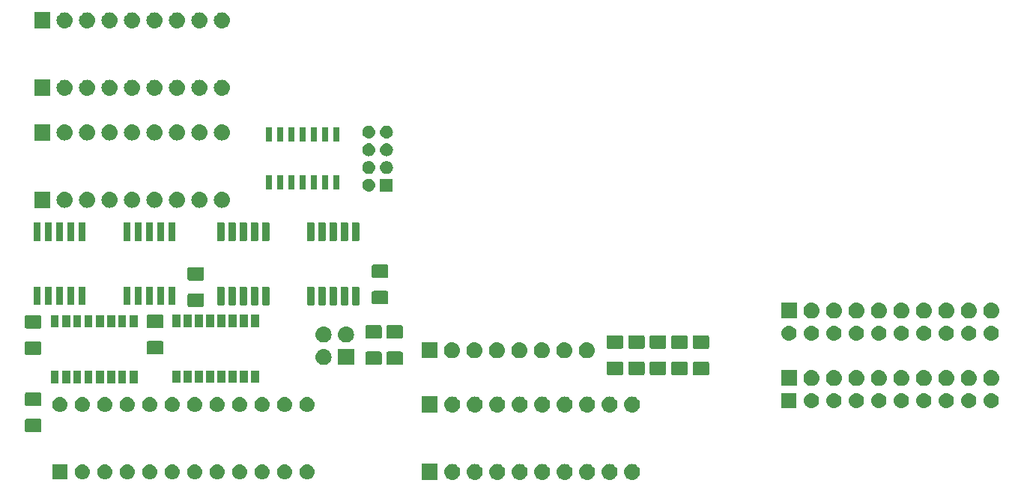
<source format=gts>
G04 #@! TF.GenerationSoftware,KiCad,Pcbnew,(5.1.0)-1*
G04 #@! TF.CreationDate,2021-03-10T21:29:16+01:00*
G04 #@! TF.ProjectId,Atari simm expansion,41746172-6920-4736-996d-6d2065787061,rev?*
G04 #@! TF.SameCoordinates,Original*
G04 #@! TF.FileFunction,Soldermask,Top*
G04 #@! TF.FilePolarity,Negative*
%FSLAX46Y46*%
G04 Gerber Fmt 4.6, Leading zero omitted, Abs format (unit mm)*
G04 Created by KiCad (PCBNEW (5.1.0)-1) date 2021-03-10 21:29:16*
%MOMM*%
%LPD*%
G04 APERTURE LIST*
%ADD10C,0.100000*%
G04 APERTURE END LIST*
D10*
G36*
X172790443Y-123160119D02*
G01*
X172856627Y-123166637D01*
X173026466Y-123218157D01*
X173182991Y-123301822D01*
X173218729Y-123331152D01*
X173320186Y-123414414D01*
X173403448Y-123515871D01*
X173432778Y-123551609D01*
X173516443Y-123708134D01*
X173567963Y-123877973D01*
X173585359Y-124054600D01*
X173567963Y-124231227D01*
X173516443Y-124401066D01*
X173432778Y-124557591D01*
X173403448Y-124593329D01*
X173320186Y-124694786D01*
X173218729Y-124778048D01*
X173182991Y-124807378D01*
X173026466Y-124891043D01*
X172856627Y-124942563D01*
X172790443Y-124949081D01*
X172724260Y-124955600D01*
X172635740Y-124955600D01*
X172569557Y-124949081D01*
X172503373Y-124942563D01*
X172333534Y-124891043D01*
X172177009Y-124807378D01*
X172141271Y-124778048D01*
X172039814Y-124694786D01*
X171956552Y-124593329D01*
X171927222Y-124557591D01*
X171843557Y-124401066D01*
X171792037Y-124231227D01*
X171774641Y-124054600D01*
X171792037Y-123877973D01*
X171843557Y-123708134D01*
X171927222Y-123551609D01*
X171956552Y-123515871D01*
X172039814Y-123414414D01*
X172141271Y-123331152D01*
X172177009Y-123301822D01*
X172333534Y-123218157D01*
X172503373Y-123166637D01*
X172569557Y-123160119D01*
X172635740Y-123153600D01*
X172724260Y-123153600D01*
X172790443Y-123160119D01*
X172790443Y-123160119D01*
G37*
G36*
X170250443Y-123160119D02*
G01*
X170316627Y-123166637D01*
X170486466Y-123218157D01*
X170642991Y-123301822D01*
X170678729Y-123331152D01*
X170780186Y-123414414D01*
X170863448Y-123515871D01*
X170892778Y-123551609D01*
X170976443Y-123708134D01*
X171027963Y-123877973D01*
X171045359Y-124054600D01*
X171027963Y-124231227D01*
X170976443Y-124401066D01*
X170892778Y-124557591D01*
X170863448Y-124593329D01*
X170780186Y-124694786D01*
X170678729Y-124778048D01*
X170642991Y-124807378D01*
X170486466Y-124891043D01*
X170316627Y-124942563D01*
X170250443Y-124949081D01*
X170184260Y-124955600D01*
X170095740Y-124955600D01*
X170029557Y-124949081D01*
X169963373Y-124942563D01*
X169793534Y-124891043D01*
X169637009Y-124807378D01*
X169601271Y-124778048D01*
X169499814Y-124694786D01*
X169416552Y-124593329D01*
X169387222Y-124557591D01*
X169303557Y-124401066D01*
X169252037Y-124231227D01*
X169234641Y-124054600D01*
X169252037Y-123877973D01*
X169303557Y-123708134D01*
X169387222Y-123551609D01*
X169416552Y-123515871D01*
X169499814Y-123414414D01*
X169601271Y-123331152D01*
X169637009Y-123301822D01*
X169793534Y-123218157D01*
X169963373Y-123166637D01*
X170029557Y-123160119D01*
X170095740Y-123153600D01*
X170184260Y-123153600D01*
X170250443Y-123160119D01*
X170250443Y-123160119D01*
G37*
G36*
X167710443Y-123160119D02*
G01*
X167776627Y-123166637D01*
X167946466Y-123218157D01*
X168102991Y-123301822D01*
X168138729Y-123331152D01*
X168240186Y-123414414D01*
X168323448Y-123515871D01*
X168352778Y-123551609D01*
X168436443Y-123708134D01*
X168487963Y-123877973D01*
X168505359Y-124054600D01*
X168487963Y-124231227D01*
X168436443Y-124401066D01*
X168352778Y-124557591D01*
X168323448Y-124593329D01*
X168240186Y-124694786D01*
X168138729Y-124778048D01*
X168102991Y-124807378D01*
X167946466Y-124891043D01*
X167776627Y-124942563D01*
X167710443Y-124949081D01*
X167644260Y-124955600D01*
X167555740Y-124955600D01*
X167489557Y-124949081D01*
X167423373Y-124942563D01*
X167253534Y-124891043D01*
X167097009Y-124807378D01*
X167061271Y-124778048D01*
X166959814Y-124694786D01*
X166876552Y-124593329D01*
X166847222Y-124557591D01*
X166763557Y-124401066D01*
X166712037Y-124231227D01*
X166694641Y-124054600D01*
X166712037Y-123877973D01*
X166763557Y-123708134D01*
X166847222Y-123551609D01*
X166876552Y-123515871D01*
X166959814Y-123414414D01*
X167061271Y-123331152D01*
X167097009Y-123301822D01*
X167253534Y-123218157D01*
X167423373Y-123166637D01*
X167489557Y-123160119D01*
X167555740Y-123153600D01*
X167644260Y-123153600D01*
X167710443Y-123160119D01*
X167710443Y-123160119D01*
G37*
G36*
X165170443Y-123160119D02*
G01*
X165236627Y-123166637D01*
X165406466Y-123218157D01*
X165562991Y-123301822D01*
X165598729Y-123331152D01*
X165700186Y-123414414D01*
X165783448Y-123515871D01*
X165812778Y-123551609D01*
X165896443Y-123708134D01*
X165947963Y-123877973D01*
X165965359Y-124054600D01*
X165947963Y-124231227D01*
X165896443Y-124401066D01*
X165812778Y-124557591D01*
X165783448Y-124593329D01*
X165700186Y-124694786D01*
X165598729Y-124778048D01*
X165562991Y-124807378D01*
X165406466Y-124891043D01*
X165236627Y-124942563D01*
X165170443Y-124949081D01*
X165104260Y-124955600D01*
X165015740Y-124955600D01*
X164949557Y-124949081D01*
X164883373Y-124942563D01*
X164713534Y-124891043D01*
X164557009Y-124807378D01*
X164521271Y-124778048D01*
X164419814Y-124694786D01*
X164336552Y-124593329D01*
X164307222Y-124557591D01*
X164223557Y-124401066D01*
X164172037Y-124231227D01*
X164154641Y-124054600D01*
X164172037Y-123877973D01*
X164223557Y-123708134D01*
X164307222Y-123551609D01*
X164336552Y-123515871D01*
X164419814Y-123414414D01*
X164521271Y-123331152D01*
X164557009Y-123301822D01*
X164713534Y-123218157D01*
X164883373Y-123166637D01*
X164949557Y-123160119D01*
X165015740Y-123153600D01*
X165104260Y-123153600D01*
X165170443Y-123160119D01*
X165170443Y-123160119D01*
G37*
G36*
X162630443Y-123160119D02*
G01*
X162696627Y-123166637D01*
X162866466Y-123218157D01*
X163022991Y-123301822D01*
X163058729Y-123331152D01*
X163160186Y-123414414D01*
X163243448Y-123515871D01*
X163272778Y-123551609D01*
X163356443Y-123708134D01*
X163407963Y-123877973D01*
X163425359Y-124054600D01*
X163407963Y-124231227D01*
X163356443Y-124401066D01*
X163272778Y-124557591D01*
X163243448Y-124593329D01*
X163160186Y-124694786D01*
X163058729Y-124778048D01*
X163022991Y-124807378D01*
X162866466Y-124891043D01*
X162696627Y-124942563D01*
X162630443Y-124949081D01*
X162564260Y-124955600D01*
X162475740Y-124955600D01*
X162409557Y-124949081D01*
X162343373Y-124942563D01*
X162173534Y-124891043D01*
X162017009Y-124807378D01*
X161981271Y-124778048D01*
X161879814Y-124694786D01*
X161796552Y-124593329D01*
X161767222Y-124557591D01*
X161683557Y-124401066D01*
X161632037Y-124231227D01*
X161614641Y-124054600D01*
X161632037Y-123877973D01*
X161683557Y-123708134D01*
X161767222Y-123551609D01*
X161796552Y-123515871D01*
X161879814Y-123414414D01*
X161981271Y-123331152D01*
X162017009Y-123301822D01*
X162173534Y-123218157D01*
X162343373Y-123166637D01*
X162409557Y-123160119D01*
X162475740Y-123153600D01*
X162564260Y-123153600D01*
X162630443Y-123160119D01*
X162630443Y-123160119D01*
G37*
G36*
X160090443Y-123160119D02*
G01*
X160156627Y-123166637D01*
X160326466Y-123218157D01*
X160482991Y-123301822D01*
X160518729Y-123331152D01*
X160620186Y-123414414D01*
X160703448Y-123515871D01*
X160732778Y-123551609D01*
X160816443Y-123708134D01*
X160867963Y-123877973D01*
X160885359Y-124054600D01*
X160867963Y-124231227D01*
X160816443Y-124401066D01*
X160732778Y-124557591D01*
X160703448Y-124593329D01*
X160620186Y-124694786D01*
X160518729Y-124778048D01*
X160482991Y-124807378D01*
X160326466Y-124891043D01*
X160156627Y-124942563D01*
X160090443Y-124949081D01*
X160024260Y-124955600D01*
X159935740Y-124955600D01*
X159869557Y-124949081D01*
X159803373Y-124942563D01*
X159633534Y-124891043D01*
X159477009Y-124807378D01*
X159441271Y-124778048D01*
X159339814Y-124694786D01*
X159256552Y-124593329D01*
X159227222Y-124557591D01*
X159143557Y-124401066D01*
X159092037Y-124231227D01*
X159074641Y-124054600D01*
X159092037Y-123877973D01*
X159143557Y-123708134D01*
X159227222Y-123551609D01*
X159256552Y-123515871D01*
X159339814Y-123414414D01*
X159441271Y-123331152D01*
X159477009Y-123301822D01*
X159633534Y-123218157D01*
X159803373Y-123166637D01*
X159869557Y-123160119D01*
X159935740Y-123153600D01*
X160024260Y-123153600D01*
X160090443Y-123160119D01*
X160090443Y-123160119D01*
G37*
G36*
X155010443Y-123160119D02*
G01*
X155076627Y-123166637D01*
X155246466Y-123218157D01*
X155402991Y-123301822D01*
X155438729Y-123331152D01*
X155540186Y-123414414D01*
X155623448Y-123515871D01*
X155652778Y-123551609D01*
X155736443Y-123708134D01*
X155787963Y-123877973D01*
X155805359Y-124054600D01*
X155787963Y-124231227D01*
X155736443Y-124401066D01*
X155652778Y-124557591D01*
X155623448Y-124593329D01*
X155540186Y-124694786D01*
X155438729Y-124778048D01*
X155402991Y-124807378D01*
X155246466Y-124891043D01*
X155076627Y-124942563D01*
X155010443Y-124949081D01*
X154944260Y-124955600D01*
X154855740Y-124955600D01*
X154789557Y-124949081D01*
X154723373Y-124942563D01*
X154553534Y-124891043D01*
X154397009Y-124807378D01*
X154361271Y-124778048D01*
X154259814Y-124694786D01*
X154176552Y-124593329D01*
X154147222Y-124557591D01*
X154063557Y-124401066D01*
X154012037Y-124231227D01*
X153994641Y-124054600D01*
X154012037Y-123877973D01*
X154063557Y-123708134D01*
X154147222Y-123551609D01*
X154176552Y-123515871D01*
X154259814Y-123414414D01*
X154361271Y-123331152D01*
X154397009Y-123301822D01*
X154553534Y-123218157D01*
X154723373Y-123166637D01*
X154789557Y-123160119D01*
X154855740Y-123153600D01*
X154944260Y-123153600D01*
X155010443Y-123160119D01*
X155010443Y-123160119D01*
G37*
G36*
X157550443Y-123160119D02*
G01*
X157616627Y-123166637D01*
X157786466Y-123218157D01*
X157942991Y-123301822D01*
X157978729Y-123331152D01*
X158080186Y-123414414D01*
X158163448Y-123515871D01*
X158192778Y-123551609D01*
X158276443Y-123708134D01*
X158327963Y-123877973D01*
X158345359Y-124054600D01*
X158327963Y-124231227D01*
X158276443Y-124401066D01*
X158192778Y-124557591D01*
X158163448Y-124593329D01*
X158080186Y-124694786D01*
X157978729Y-124778048D01*
X157942991Y-124807378D01*
X157786466Y-124891043D01*
X157616627Y-124942563D01*
X157550443Y-124949081D01*
X157484260Y-124955600D01*
X157395740Y-124955600D01*
X157329557Y-124949081D01*
X157263373Y-124942563D01*
X157093534Y-124891043D01*
X156937009Y-124807378D01*
X156901271Y-124778048D01*
X156799814Y-124694786D01*
X156716552Y-124593329D01*
X156687222Y-124557591D01*
X156603557Y-124401066D01*
X156552037Y-124231227D01*
X156534641Y-124054600D01*
X156552037Y-123877973D01*
X156603557Y-123708134D01*
X156687222Y-123551609D01*
X156716552Y-123515871D01*
X156799814Y-123414414D01*
X156901271Y-123331152D01*
X156937009Y-123301822D01*
X157093534Y-123218157D01*
X157263373Y-123166637D01*
X157329557Y-123160119D01*
X157395740Y-123153600D01*
X157484260Y-123153600D01*
X157550443Y-123160119D01*
X157550443Y-123160119D01*
G37*
G36*
X150721000Y-124955600D02*
G01*
X148919000Y-124955600D01*
X148919000Y-123153600D01*
X150721000Y-123153600D01*
X150721000Y-124955600D01*
X150721000Y-124955600D01*
G37*
G36*
X152470443Y-123160119D02*
G01*
X152536627Y-123166637D01*
X152706466Y-123218157D01*
X152862991Y-123301822D01*
X152898729Y-123331152D01*
X153000186Y-123414414D01*
X153083448Y-123515871D01*
X153112778Y-123551609D01*
X153196443Y-123708134D01*
X153247963Y-123877973D01*
X153265359Y-124054600D01*
X153247963Y-124231227D01*
X153196443Y-124401066D01*
X153112778Y-124557591D01*
X153083448Y-124593329D01*
X153000186Y-124694786D01*
X152898729Y-124778048D01*
X152862991Y-124807378D01*
X152706466Y-124891043D01*
X152536627Y-124942563D01*
X152470443Y-124949081D01*
X152404260Y-124955600D01*
X152315740Y-124955600D01*
X152249557Y-124949081D01*
X152183373Y-124942563D01*
X152013534Y-124891043D01*
X151857009Y-124807378D01*
X151821271Y-124778048D01*
X151719814Y-124694786D01*
X151636552Y-124593329D01*
X151607222Y-124557591D01*
X151523557Y-124401066D01*
X151472037Y-124231227D01*
X151454641Y-124054600D01*
X151472037Y-123877973D01*
X151523557Y-123708134D01*
X151607222Y-123551609D01*
X151636552Y-123515871D01*
X151719814Y-123414414D01*
X151821271Y-123331152D01*
X151857009Y-123301822D01*
X152013534Y-123218157D01*
X152183373Y-123166637D01*
X152249557Y-123160119D01*
X152315740Y-123153600D01*
X152404260Y-123153600D01*
X152470443Y-123160119D01*
X152470443Y-123160119D01*
G37*
G36*
X108851000Y-124905600D02*
G01*
X107149000Y-124905600D01*
X107149000Y-123203600D01*
X108851000Y-123203600D01*
X108851000Y-124905600D01*
X108851000Y-124905600D01*
G37*
G36*
X110706823Y-123215913D02*
G01*
X110867242Y-123264576D01*
X110936922Y-123301821D01*
X111015078Y-123343596D01*
X111144659Y-123449941D01*
X111251004Y-123579522D01*
X111251005Y-123579524D01*
X111330024Y-123727358D01*
X111378687Y-123887777D01*
X111395117Y-124054600D01*
X111378687Y-124221423D01*
X111330024Y-124381842D01*
X111319747Y-124401068D01*
X111251004Y-124529678D01*
X111144659Y-124659259D01*
X111015078Y-124765604D01*
X111015076Y-124765605D01*
X110867242Y-124844624D01*
X110706823Y-124893287D01*
X110581804Y-124905600D01*
X110498196Y-124905600D01*
X110373177Y-124893287D01*
X110212758Y-124844624D01*
X110064924Y-124765605D01*
X110064922Y-124765604D01*
X109935341Y-124659259D01*
X109828996Y-124529678D01*
X109760253Y-124401068D01*
X109749976Y-124381842D01*
X109701313Y-124221423D01*
X109684883Y-124054600D01*
X109701313Y-123887777D01*
X109749976Y-123727358D01*
X109828995Y-123579524D01*
X109828996Y-123579522D01*
X109935341Y-123449941D01*
X110064922Y-123343596D01*
X110143078Y-123301821D01*
X110212758Y-123264576D01*
X110373177Y-123215913D01*
X110498196Y-123203600D01*
X110581804Y-123203600D01*
X110706823Y-123215913D01*
X110706823Y-123215913D01*
G37*
G36*
X113246823Y-123215913D02*
G01*
X113407242Y-123264576D01*
X113476922Y-123301821D01*
X113555078Y-123343596D01*
X113684659Y-123449941D01*
X113791004Y-123579522D01*
X113791005Y-123579524D01*
X113870024Y-123727358D01*
X113918687Y-123887777D01*
X113935117Y-124054600D01*
X113918687Y-124221423D01*
X113870024Y-124381842D01*
X113859747Y-124401068D01*
X113791004Y-124529678D01*
X113684659Y-124659259D01*
X113555078Y-124765604D01*
X113555076Y-124765605D01*
X113407242Y-124844624D01*
X113246823Y-124893287D01*
X113121804Y-124905600D01*
X113038196Y-124905600D01*
X112913177Y-124893287D01*
X112752758Y-124844624D01*
X112604924Y-124765605D01*
X112604922Y-124765604D01*
X112475341Y-124659259D01*
X112368996Y-124529678D01*
X112300253Y-124401068D01*
X112289976Y-124381842D01*
X112241313Y-124221423D01*
X112224883Y-124054600D01*
X112241313Y-123887777D01*
X112289976Y-123727358D01*
X112368995Y-123579524D01*
X112368996Y-123579522D01*
X112475341Y-123449941D01*
X112604922Y-123343596D01*
X112683078Y-123301821D01*
X112752758Y-123264576D01*
X112913177Y-123215913D01*
X113038196Y-123203600D01*
X113121804Y-123203600D01*
X113246823Y-123215913D01*
X113246823Y-123215913D01*
G37*
G36*
X115786823Y-123215913D02*
G01*
X115947242Y-123264576D01*
X116016922Y-123301821D01*
X116095078Y-123343596D01*
X116224659Y-123449941D01*
X116331004Y-123579522D01*
X116331005Y-123579524D01*
X116410024Y-123727358D01*
X116458687Y-123887777D01*
X116475117Y-124054600D01*
X116458687Y-124221423D01*
X116410024Y-124381842D01*
X116399747Y-124401068D01*
X116331004Y-124529678D01*
X116224659Y-124659259D01*
X116095078Y-124765604D01*
X116095076Y-124765605D01*
X115947242Y-124844624D01*
X115786823Y-124893287D01*
X115661804Y-124905600D01*
X115578196Y-124905600D01*
X115453177Y-124893287D01*
X115292758Y-124844624D01*
X115144924Y-124765605D01*
X115144922Y-124765604D01*
X115015341Y-124659259D01*
X114908996Y-124529678D01*
X114840253Y-124401068D01*
X114829976Y-124381842D01*
X114781313Y-124221423D01*
X114764883Y-124054600D01*
X114781313Y-123887777D01*
X114829976Y-123727358D01*
X114908995Y-123579524D01*
X114908996Y-123579522D01*
X115015341Y-123449941D01*
X115144922Y-123343596D01*
X115223078Y-123301821D01*
X115292758Y-123264576D01*
X115453177Y-123215913D01*
X115578196Y-123203600D01*
X115661804Y-123203600D01*
X115786823Y-123215913D01*
X115786823Y-123215913D01*
G37*
G36*
X118326823Y-123215913D02*
G01*
X118487242Y-123264576D01*
X118556922Y-123301821D01*
X118635078Y-123343596D01*
X118764659Y-123449941D01*
X118871004Y-123579522D01*
X118871005Y-123579524D01*
X118950024Y-123727358D01*
X118998687Y-123887777D01*
X119015117Y-124054600D01*
X118998687Y-124221423D01*
X118950024Y-124381842D01*
X118939747Y-124401068D01*
X118871004Y-124529678D01*
X118764659Y-124659259D01*
X118635078Y-124765604D01*
X118635076Y-124765605D01*
X118487242Y-124844624D01*
X118326823Y-124893287D01*
X118201804Y-124905600D01*
X118118196Y-124905600D01*
X117993177Y-124893287D01*
X117832758Y-124844624D01*
X117684924Y-124765605D01*
X117684922Y-124765604D01*
X117555341Y-124659259D01*
X117448996Y-124529678D01*
X117380253Y-124401068D01*
X117369976Y-124381842D01*
X117321313Y-124221423D01*
X117304883Y-124054600D01*
X117321313Y-123887777D01*
X117369976Y-123727358D01*
X117448995Y-123579524D01*
X117448996Y-123579522D01*
X117555341Y-123449941D01*
X117684922Y-123343596D01*
X117763078Y-123301821D01*
X117832758Y-123264576D01*
X117993177Y-123215913D01*
X118118196Y-123203600D01*
X118201804Y-123203600D01*
X118326823Y-123215913D01*
X118326823Y-123215913D01*
G37*
G36*
X123406823Y-123215913D02*
G01*
X123567242Y-123264576D01*
X123636922Y-123301821D01*
X123715078Y-123343596D01*
X123844659Y-123449941D01*
X123951004Y-123579522D01*
X123951005Y-123579524D01*
X124030024Y-123727358D01*
X124078687Y-123887777D01*
X124095117Y-124054600D01*
X124078687Y-124221423D01*
X124030024Y-124381842D01*
X124019747Y-124401068D01*
X123951004Y-124529678D01*
X123844659Y-124659259D01*
X123715078Y-124765604D01*
X123715076Y-124765605D01*
X123567242Y-124844624D01*
X123406823Y-124893287D01*
X123281804Y-124905600D01*
X123198196Y-124905600D01*
X123073177Y-124893287D01*
X122912758Y-124844624D01*
X122764924Y-124765605D01*
X122764922Y-124765604D01*
X122635341Y-124659259D01*
X122528996Y-124529678D01*
X122460253Y-124401068D01*
X122449976Y-124381842D01*
X122401313Y-124221423D01*
X122384883Y-124054600D01*
X122401313Y-123887777D01*
X122449976Y-123727358D01*
X122528995Y-123579524D01*
X122528996Y-123579522D01*
X122635341Y-123449941D01*
X122764922Y-123343596D01*
X122843078Y-123301821D01*
X122912758Y-123264576D01*
X123073177Y-123215913D01*
X123198196Y-123203600D01*
X123281804Y-123203600D01*
X123406823Y-123215913D01*
X123406823Y-123215913D01*
G37*
G36*
X120866823Y-123215913D02*
G01*
X121027242Y-123264576D01*
X121096922Y-123301821D01*
X121175078Y-123343596D01*
X121304659Y-123449941D01*
X121411004Y-123579522D01*
X121411005Y-123579524D01*
X121490024Y-123727358D01*
X121538687Y-123887777D01*
X121555117Y-124054600D01*
X121538687Y-124221423D01*
X121490024Y-124381842D01*
X121479747Y-124401068D01*
X121411004Y-124529678D01*
X121304659Y-124659259D01*
X121175078Y-124765604D01*
X121175076Y-124765605D01*
X121027242Y-124844624D01*
X120866823Y-124893287D01*
X120741804Y-124905600D01*
X120658196Y-124905600D01*
X120533177Y-124893287D01*
X120372758Y-124844624D01*
X120224924Y-124765605D01*
X120224922Y-124765604D01*
X120095341Y-124659259D01*
X119988996Y-124529678D01*
X119920253Y-124401068D01*
X119909976Y-124381842D01*
X119861313Y-124221423D01*
X119844883Y-124054600D01*
X119861313Y-123887777D01*
X119909976Y-123727358D01*
X119988995Y-123579524D01*
X119988996Y-123579522D01*
X120095341Y-123449941D01*
X120224922Y-123343596D01*
X120303078Y-123301821D01*
X120372758Y-123264576D01*
X120533177Y-123215913D01*
X120658196Y-123203600D01*
X120741804Y-123203600D01*
X120866823Y-123215913D01*
X120866823Y-123215913D01*
G37*
G36*
X125946823Y-123215913D02*
G01*
X126107242Y-123264576D01*
X126176922Y-123301821D01*
X126255078Y-123343596D01*
X126384659Y-123449941D01*
X126491004Y-123579522D01*
X126491005Y-123579524D01*
X126570024Y-123727358D01*
X126618687Y-123887777D01*
X126635117Y-124054600D01*
X126618687Y-124221423D01*
X126570024Y-124381842D01*
X126559747Y-124401068D01*
X126491004Y-124529678D01*
X126384659Y-124659259D01*
X126255078Y-124765604D01*
X126255076Y-124765605D01*
X126107242Y-124844624D01*
X125946823Y-124893287D01*
X125821804Y-124905600D01*
X125738196Y-124905600D01*
X125613177Y-124893287D01*
X125452758Y-124844624D01*
X125304924Y-124765605D01*
X125304922Y-124765604D01*
X125175341Y-124659259D01*
X125068996Y-124529678D01*
X125000253Y-124401068D01*
X124989976Y-124381842D01*
X124941313Y-124221423D01*
X124924883Y-124054600D01*
X124941313Y-123887777D01*
X124989976Y-123727358D01*
X125068995Y-123579524D01*
X125068996Y-123579522D01*
X125175341Y-123449941D01*
X125304922Y-123343596D01*
X125383078Y-123301821D01*
X125452758Y-123264576D01*
X125613177Y-123215913D01*
X125738196Y-123203600D01*
X125821804Y-123203600D01*
X125946823Y-123215913D01*
X125946823Y-123215913D01*
G37*
G36*
X136106823Y-123215913D02*
G01*
X136267242Y-123264576D01*
X136336922Y-123301821D01*
X136415078Y-123343596D01*
X136544659Y-123449941D01*
X136651004Y-123579522D01*
X136651005Y-123579524D01*
X136730024Y-123727358D01*
X136778687Y-123887777D01*
X136795117Y-124054600D01*
X136778687Y-124221423D01*
X136730024Y-124381842D01*
X136719747Y-124401068D01*
X136651004Y-124529678D01*
X136544659Y-124659259D01*
X136415078Y-124765604D01*
X136415076Y-124765605D01*
X136267242Y-124844624D01*
X136106823Y-124893287D01*
X135981804Y-124905600D01*
X135898196Y-124905600D01*
X135773177Y-124893287D01*
X135612758Y-124844624D01*
X135464924Y-124765605D01*
X135464922Y-124765604D01*
X135335341Y-124659259D01*
X135228996Y-124529678D01*
X135160253Y-124401068D01*
X135149976Y-124381842D01*
X135101313Y-124221423D01*
X135084883Y-124054600D01*
X135101313Y-123887777D01*
X135149976Y-123727358D01*
X135228995Y-123579524D01*
X135228996Y-123579522D01*
X135335341Y-123449941D01*
X135464922Y-123343596D01*
X135543078Y-123301821D01*
X135612758Y-123264576D01*
X135773177Y-123215913D01*
X135898196Y-123203600D01*
X135981804Y-123203600D01*
X136106823Y-123215913D01*
X136106823Y-123215913D01*
G37*
G36*
X133566823Y-123215913D02*
G01*
X133727242Y-123264576D01*
X133796922Y-123301821D01*
X133875078Y-123343596D01*
X134004659Y-123449941D01*
X134111004Y-123579522D01*
X134111005Y-123579524D01*
X134190024Y-123727358D01*
X134238687Y-123887777D01*
X134255117Y-124054600D01*
X134238687Y-124221423D01*
X134190024Y-124381842D01*
X134179747Y-124401068D01*
X134111004Y-124529678D01*
X134004659Y-124659259D01*
X133875078Y-124765604D01*
X133875076Y-124765605D01*
X133727242Y-124844624D01*
X133566823Y-124893287D01*
X133441804Y-124905600D01*
X133358196Y-124905600D01*
X133233177Y-124893287D01*
X133072758Y-124844624D01*
X132924924Y-124765605D01*
X132924922Y-124765604D01*
X132795341Y-124659259D01*
X132688996Y-124529678D01*
X132620253Y-124401068D01*
X132609976Y-124381842D01*
X132561313Y-124221423D01*
X132544883Y-124054600D01*
X132561313Y-123887777D01*
X132609976Y-123727358D01*
X132688995Y-123579524D01*
X132688996Y-123579522D01*
X132795341Y-123449941D01*
X132924922Y-123343596D01*
X133003078Y-123301821D01*
X133072758Y-123264576D01*
X133233177Y-123215913D01*
X133358196Y-123203600D01*
X133441804Y-123203600D01*
X133566823Y-123215913D01*
X133566823Y-123215913D01*
G37*
G36*
X131026823Y-123215913D02*
G01*
X131187242Y-123264576D01*
X131256922Y-123301821D01*
X131335078Y-123343596D01*
X131464659Y-123449941D01*
X131571004Y-123579522D01*
X131571005Y-123579524D01*
X131650024Y-123727358D01*
X131698687Y-123887777D01*
X131715117Y-124054600D01*
X131698687Y-124221423D01*
X131650024Y-124381842D01*
X131639747Y-124401068D01*
X131571004Y-124529678D01*
X131464659Y-124659259D01*
X131335078Y-124765604D01*
X131335076Y-124765605D01*
X131187242Y-124844624D01*
X131026823Y-124893287D01*
X130901804Y-124905600D01*
X130818196Y-124905600D01*
X130693177Y-124893287D01*
X130532758Y-124844624D01*
X130384924Y-124765605D01*
X130384922Y-124765604D01*
X130255341Y-124659259D01*
X130148996Y-124529678D01*
X130080253Y-124401068D01*
X130069976Y-124381842D01*
X130021313Y-124221423D01*
X130004883Y-124054600D01*
X130021313Y-123887777D01*
X130069976Y-123727358D01*
X130148995Y-123579524D01*
X130148996Y-123579522D01*
X130255341Y-123449941D01*
X130384922Y-123343596D01*
X130463078Y-123301821D01*
X130532758Y-123264576D01*
X130693177Y-123215913D01*
X130818196Y-123203600D01*
X130901804Y-123203600D01*
X131026823Y-123215913D01*
X131026823Y-123215913D01*
G37*
G36*
X128486823Y-123215913D02*
G01*
X128647242Y-123264576D01*
X128716922Y-123301821D01*
X128795078Y-123343596D01*
X128924659Y-123449941D01*
X129031004Y-123579522D01*
X129031005Y-123579524D01*
X129110024Y-123727358D01*
X129158687Y-123887777D01*
X129175117Y-124054600D01*
X129158687Y-124221423D01*
X129110024Y-124381842D01*
X129099747Y-124401068D01*
X129031004Y-124529678D01*
X128924659Y-124659259D01*
X128795078Y-124765604D01*
X128795076Y-124765605D01*
X128647242Y-124844624D01*
X128486823Y-124893287D01*
X128361804Y-124905600D01*
X128278196Y-124905600D01*
X128153177Y-124893287D01*
X127992758Y-124844624D01*
X127844924Y-124765605D01*
X127844922Y-124765604D01*
X127715341Y-124659259D01*
X127608996Y-124529678D01*
X127540253Y-124401068D01*
X127529976Y-124381842D01*
X127481313Y-124221423D01*
X127464883Y-124054600D01*
X127481313Y-123887777D01*
X127529976Y-123727358D01*
X127608995Y-123579524D01*
X127608996Y-123579522D01*
X127715341Y-123449941D01*
X127844922Y-123343596D01*
X127923078Y-123301821D01*
X127992758Y-123264576D01*
X128153177Y-123215913D01*
X128278196Y-123203600D01*
X128361804Y-123203600D01*
X128486823Y-123215913D01*
X128486823Y-123215913D01*
G37*
G36*
X105775562Y-118050781D02*
G01*
X105810481Y-118061374D01*
X105842663Y-118078576D01*
X105870873Y-118101727D01*
X105894024Y-118129937D01*
X105911226Y-118162119D01*
X105921819Y-118197038D01*
X105926000Y-118239495D01*
X105926000Y-119380705D01*
X105921819Y-119423162D01*
X105911226Y-119458081D01*
X105894024Y-119490263D01*
X105870873Y-119518473D01*
X105842663Y-119541624D01*
X105810481Y-119558826D01*
X105775562Y-119569419D01*
X105733105Y-119573600D01*
X104266895Y-119573600D01*
X104224438Y-119569419D01*
X104189519Y-119558826D01*
X104157337Y-119541624D01*
X104129127Y-119518473D01*
X104105976Y-119490263D01*
X104088774Y-119458081D01*
X104078181Y-119423162D01*
X104074000Y-119380705D01*
X104074000Y-118239495D01*
X104078181Y-118197038D01*
X104088774Y-118162119D01*
X104105976Y-118129937D01*
X104129127Y-118101727D01*
X104157337Y-118078576D01*
X104189519Y-118061374D01*
X104224438Y-118050781D01*
X104266895Y-118046600D01*
X105733105Y-118046600D01*
X105775562Y-118050781D01*
X105775562Y-118050781D01*
G37*
G36*
X172790443Y-115540119D02*
G01*
X172856627Y-115546637D01*
X173026466Y-115598157D01*
X173182991Y-115681822D01*
X173218729Y-115711152D01*
X173320186Y-115794414D01*
X173403448Y-115895871D01*
X173432778Y-115931609D01*
X173516443Y-116088134D01*
X173567963Y-116257973D01*
X173585359Y-116434600D01*
X173567963Y-116611227D01*
X173516443Y-116781066D01*
X173432778Y-116937591D01*
X173403448Y-116973329D01*
X173320186Y-117074786D01*
X173218729Y-117158048D01*
X173182991Y-117187378D01*
X173026466Y-117271043D01*
X172856627Y-117322563D01*
X172790442Y-117329082D01*
X172724260Y-117335600D01*
X172635740Y-117335600D01*
X172569558Y-117329082D01*
X172503373Y-117322563D01*
X172333534Y-117271043D01*
X172177009Y-117187378D01*
X172141271Y-117158048D01*
X172039814Y-117074786D01*
X171956552Y-116973329D01*
X171927222Y-116937591D01*
X171843557Y-116781066D01*
X171792037Y-116611227D01*
X171774641Y-116434600D01*
X171792037Y-116257973D01*
X171843557Y-116088134D01*
X171927222Y-115931609D01*
X171956552Y-115895871D01*
X172039814Y-115794414D01*
X172141271Y-115711152D01*
X172177009Y-115681822D01*
X172333534Y-115598157D01*
X172503373Y-115546637D01*
X172569557Y-115540119D01*
X172635740Y-115533600D01*
X172724260Y-115533600D01*
X172790443Y-115540119D01*
X172790443Y-115540119D01*
G37*
G36*
X170250443Y-115540119D02*
G01*
X170316627Y-115546637D01*
X170486466Y-115598157D01*
X170642991Y-115681822D01*
X170678729Y-115711152D01*
X170780186Y-115794414D01*
X170863448Y-115895871D01*
X170892778Y-115931609D01*
X170976443Y-116088134D01*
X171027963Y-116257973D01*
X171045359Y-116434600D01*
X171027963Y-116611227D01*
X170976443Y-116781066D01*
X170892778Y-116937591D01*
X170863448Y-116973329D01*
X170780186Y-117074786D01*
X170678729Y-117158048D01*
X170642991Y-117187378D01*
X170486466Y-117271043D01*
X170316627Y-117322563D01*
X170250442Y-117329082D01*
X170184260Y-117335600D01*
X170095740Y-117335600D01*
X170029558Y-117329082D01*
X169963373Y-117322563D01*
X169793534Y-117271043D01*
X169637009Y-117187378D01*
X169601271Y-117158048D01*
X169499814Y-117074786D01*
X169416552Y-116973329D01*
X169387222Y-116937591D01*
X169303557Y-116781066D01*
X169252037Y-116611227D01*
X169234641Y-116434600D01*
X169252037Y-116257973D01*
X169303557Y-116088134D01*
X169387222Y-115931609D01*
X169416552Y-115895871D01*
X169499814Y-115794414D01*
X169601271Y-115711152D01*
X169637009Y-115681822D01*
X169793534Y-115598157D01*
X169963373Y-115546637D01*
X170029557Y-115540119D01*
X170095740Y-115533600D01*
X170184260Y-115533600D01*
X170250443Y-115540119D01*
X170250443Y-115540119D01*
G37*
G36*
X165170443Y-115540119D02*
G01*
X165236627Y-115546637D01*
X165406466Y-115598157D01*
X165562991Y-115681822D01*
X165598729Y-115711152D01*
X165700186Y-115794414D01*
X165783448Y-115895871D01*
X165812778Y-115931609D01*
X165896443Y-116088134D01*
X165947963Y-116257973D01*
X165965359Y-116434600D01*
X165947963Y-116611227D01*
X165896443Y-116781066D01*
X165812778Y-116937591D01*
X165783448Y-116973329D01*
X165700186Y-117074786D01*
X165598729Y-117158048D01*
X165562991Y-117187378D01*
X165406466Y-117271043D01*
X165236627Y-117322563D01*
X165170442Y-117329082D01*
X165104260Y-117335600D01*
X165015740Y-117335600D01*
X164949558Y-117329082D01*
X164883373Y-117322563D01*
X164713534Y-117271043D01*
X164557009Y-117187378D01*
X164521271Y-117158048D01*
X164419814Y-117074786D01*
X164336552Y-116973329D01*
X164307222Y-116937591D01*
X164223557Y-116781066D01*
X164172037Y-116611227D01*
X164154641Y-116434600D01*
X164172037Y-116257973D01*
X164223557Y-116088134D01*
X164307222Y-115931609D01*
X164336552Y-115895871D01*
X164419814Y-115794414D01*
X164521271Y-115711152D01*
X164557009Y-115681822D01*
X164713534Y-115598157D01*
X164883373Y-115546637D01*
X164949557Y-115540119D01*
X165015740Y-115533600D01*
X165104260Y-115533600D01*
X165170443Y-115540119D01*
X165170443Y-115540119D01*
G37*
G36*
X162630443Y-115540119D02*
G01*
X162696627Y-115546637D01*
X162866466Y-115598157D01*
X163022991Y-115681822D01*
X163058729Y-115711152D01*
X163160186Y-115794414D01*
X163243448Y-115895871D01*
X163272778Y-115931609D01*
X163356443Y-116088134D01*
X163407963Y-116257973D01*
X163425359Y-116434600D01*
X163407963Y-116611227D01*
X163356443Y-116781066D01*
X163272778Y-116937591D01*
X163243448Y-116973329D01*
X163160186Y-117074786D01*
X163058729Y-117158048D01*
X163022991Y-117187378D01*
X162866466Y-117271043D01*
X162696627Y-117322563D01*
X162630442Y-117329082D01*
X162564260Y-117335600D01*
X162475740Y-117335600D01*
X162409558Y-117329082D01*
X162343373Y-117322563D01*
X162173534Y-117271043D01*
X162017009Y-117187378D01*
X161981271Y-117158048D01*
X161879814Y-117074786D01*
X161796552Y-116973329D01*
X161767222Y-116937591D01*
X161683557Y-116781066D01*
X161632037Y-116611227D01*
X161614641Y-116434600D01*
X161632037Y-116257973D01*
X161683557Y-116088134D01*
X161767222Y-115931609D01*
X161796552Y-115895871D01*
X161879814Y-115794414D01*
X161981271Y-115711152D01*
X162017009Y-115681822D01*
X162173534Y-115598157D01*
X162343373Y-115546637D01*
X162409557Y-115540119D01*
X162475740Y-115533600D01*
X162564260Y-115533600D01*
X162630443Y-115540119D01*
X162630443Y-115540119D01*
G37*
G36*
X160090443Y-115540119D02*
G01*
X160156627Y-115546637D01*
X160326466Y-115598157D01*
X160482991Y-115681822D01*
X160518729Y-115711152D01*
X160620186Y-115794414D01*
X160703448Y-115895871D01*
X160732778Y-115931609D01*
X160816443Y-116088134D01*
X160867963Y-116257973D01*
X160885359Y-116434600D01*
X160867963Y-116611227D01*
X160816443Y-116781066D01*
X160732778Y-116937591D01*
X160703448Y-116973329D01*
X160620186Y-117074786D01*
X160518729Y-117158048D01*
X160482991Y-117187378D01*
X160326466Y-117271043D01*
X160156627Y-117322563D01*
X160090442Y-117329082D01*
X160024260Y-117335600D01*
X159935740Y-117335600D01*
X159869558Y-117329082D01*
X159803373Y-117322563D01*
X159633534Y-117271043D01*
X159477009Y-117187378D01*
X159441271Y-117158048D01*
X159339814Y-117074786D01*
X159256552Y-116973329D01*
X159227222Y-116937591D01*
X159143557Y-116781066D01*
X159092037Y-116611227D01*
X159074641Y-116434600D01*
X159092037Y-116257973D01*
X159143557Y-116088134D01*
X159227222Y-115931609D01*
X159256552Y-115895871D01*
X159339814Y-115794414D01*
X159441271Y-115711152D01*
X159477009Y-115681822D01*
X159633534Y-115598157D01*
X159803373Y-115546637D01*
X159869557Y-115540119D01*
X159935740Y-115533600D01*
X160024260Y-115533600D01*
X160090443Y-115540119D01*
X160090443Y-115540119D01*
G37*
G36*
X157550443Y-115540119D02*
G01*
X157616627Y-115546637D01*
X157786466Y-115598157D01*
X157942991Y-115681822D01*
X157978729Y-115711152D01*
X158080186Y-115794414D01*
X158163448Y-115895871D01*
X158192778Y-115931609D01*
X158276443Y-116088134D01*
X158327963Y-116257973D01*
X158345359Y-116434600D01*
X158327963Y-116611227D01*
X158276443Y-116781066D01*
X158192778Y-116937591D01*
X158163448Y-116973329D01*
X158080186Y-117074786D01*
X157978729Y-117158048D01*
X157942991Y-117187378D01*
X157786466Y-117271043D01*
X157616627Y-117322563D01*
X157550442Y-117329082D01*
X157484260Y-117335600D01*
X157395740Y-117335600D01*
X157329558Y-117329082D01*
X157263373Y-117322563D01*
X157093534Y-117271043D01*
X156937009Y-117187378D01*
X156901271Y-117158048D01*
X156799814Y-117074786D01*
X156716552Y-116973329D01*
X156687222Y-116937591D01*
X156603557Y-116781066D01*
X156552037Y-116611227D01*
X156534641Y-116434600D01*
X156552037Y-116257973D01*
X156603557Y-116088134D01*
X156687222Y-115931609D01*
X156716552Y-115895871D01*
X156799814Y-115794414D01*
X156901271Y-115711152D01*
X156937009Y-115681822D01*
X157093534Y-115598157D01*
X157263373Y-115546637D01*
X157329557Y-115540119D01*
X157395740Y-115533600D01*
X157484260Y-115533600D01*
X157550443Y-115540119D01*
X157550443Y-115540119D01*
G37*
G36*
X155010443Y-115540119D02*
G01*
X155076627Y-115546637D01*
X155246466Y-115598157D01*
X155402991Y-115681822D01*
X155438729Y-115711152D01*
X155540186Y-115794414D01*
X155623448Y-115895871D01*
X155652778Y-115931609D01*
X155736443Y-116088134D01*
X155787963Y-116257973D01*
X155805359Y-116434600D01*
X155787963Y-116611227D01*
X155736443Y-116781066D01*
X155652778Y-116937591D01*
X155623448Y-116973329D01*
X155540186Y-117074786D01*
X155438729Y-117158048D01*
X155402991Y-117187378D01*
X155246466Y-117271043D01*
X155076627Y-117322563D01*
X155010442Y-117329082D01*
X154944260Y-117335600D01*
X154855740Y-117335600D01*
X154789558Y-117329082D01*
X154723373Y-117322563D01*
X154553534Y-117271043D01*
X154397009Y-117187378D01*
X154361271Y-117158048D01*
X154259814Y-117074786D01*
X154176552Y-116973329D01*
X154147222Y-116937591D01*
X154063557Y-116781066D01*
X154012037Y-116611227D01*
X153994641Y-116434600D01*
X154012037Y-116257973D01*
X154063557Y-116088134D01*
X154147222Y-115931609D01*
X154176552Y-115895871D01*
X154259814Y-115794414D01*
X154361271Y-115711152D01*
X154397009Y-115681822D01*
X154553534Y-115598157D01*
X154723373Y-115546637D01*
X154789557Y-115540119D01*
X154855740Y-115533600D01*
X154944260Y-115533600D01*
X155010443Y-115540119D01*
X155010443Y-115540119D01*
G37*
G36*
X152470443Y-115540119D02*
G01*
X152536627Y-115546637D01*
X152706466Y-115598157D01*
X152862991Y-115681822D01*
X152898729Y-115711152D01*
X153000186Y-115794414D01*
X153083448Y-115895871D01*
X153112778Y-115931609D01*
X153196443Y-116088134D01*
X153247963Y-116257973D01*
X153265359Y-116434600D01*
X153247963Y-116611227D01*
X153196443Y-116781066D01*
X153112778Y-116937591D01*
X153083448Y-116973329D01*
X153000186Y-117074786D01*
X152898729Y-117158048D01*
X152862991Y-117187378D01*
X152706466Y-117271043D01*
X152536627Y-117322563D01*
X152470442Y-117329082D01*
X152404260Y-117335600D01*
X152315740Y-117335600D01*
X152249558Y-117329082D01*
X152183373Y-117322563D01*
X152013534Y-117271043D01*
X151857009Y-117187378D01*
X151821271Y-117158048D01*
X151719814Y-117074786D01*
X151636552Y-116973329D01*
X151607222Y-116937591D01*
X151523557Y-116781066D01*
X151472037Y-116611227D01*
X151454641Y-116434600D01*
X151472037Y-116257973D01*
X151523557Y-116088134D01*
X151607222Y-115931609D01*
X151636552Y-115895871D01*
X151719814Y-115794414D01*
X151821271Y-115711152D01*
X151857009Y-115681822D01*
X152013534Y-115598157D01*
X152183373Y-115546637D01*
X152249557Y-115540119D01*
X152315740Y-115533600D01*
X152404260Y-115533600D01*
X152470443Y-115540119D01*
X152470443Y-115540119D01*
G37*
G36*
X150721000Y-117335600D02*
G01*
X148919000Y-117335600D01*
X148919000Y-115533600D01*
X150721000Y-115533600D01*
X150721000Y-117335600D01*
X150721000Y-117335600D01*
G37*
G36*
X167710443Y-115540119D02*
G01*
X167776627Y-115546637D01*
X167946466Y-115598157D01*
X168102991Y-115681822D01*
X168138729Y-115711152D01*
X168240186Y-115794414D01*
X168323448Y-115895871D01*
X168352778Y-115931609D01*
X168436443Y-116088134D01*
X168487963Y-116257973D01*
X168505359Y-116434600D01*
X168487963Y-116611227D01*
X168436443Y-116781066D01*
X168352778Y-116937591D01*
X168323448Y-116973329D01*
X168240186Y-117074786D01*
X168138729Y-117158048D01*
X168102991Y-117187378D01*
X167946466Y-117271043D01*
X167776627Y-117322563D01*
X167710442Y-117329082D01*
X167644260Y-117335600D01*
X167555740Y-117335600D01*
X167489558Y-117329082D01*
X167423373Y-117322563D01*
X167253534Y-117271043D01*
X167097009Y-117187378D01*
X167061271Y-117158048D01*
X166959814Y-117074786D01*
X166876552Y-116973329D01*
X166847222Y-116937591D01*
X166763557Y-116781066D01*
X166712037Y-116611227D01*
X166694641Y-116434600D01*
X166712037Y-116257973D01*
X166763557Y-116088134D01*
X166847222Y-115931609D01*
X166876552Y-115895871D01*
X166959814Y-115794414D01*
X167061271Y-115711152D01*
X167097009Y-115681822D01*
X167253534Y-115598157D01*
X167423373Y-115546637D01*
X167489557Y-115540119D01*
X167555740Y-115533600D01*
X167644260Y-115533600D01*
X167710443Y-115540119D01*
X167710443Y-115540119D01*
G37*
G36*
X125946823Y-115595913D02*
G01*
X126107242Y-115644576D01*
X126159972Y-115672761D01*
X126255078Y-115723596D01*
X126384659Y-115829941D01*
X126491004Y-115959522D01*
X126491005Y-115959524D01*
X126570024Y-116107358D01*
X126618687Y-116267777D01*
X126635117Y-116434600D01*
X126618687Y-116601423D01*
X126570024Y-116761842D01*
X126528950Y-116838686D01*
X126491004Y-116909678D01*
X126384659Y-117039259D01*
X126255078Y-117145604D01*
X126255076Y-117145605D01*
X126107242Y-117224624D01*
X125946823Y-117273287D01*
X125821804Y-117285600D01*
X125738196Y-117285600D01*
X125613177Y-117273287D01*
X125452758Y-117224624D01*
X125304924Y-117145605D01*
X125304922Y-117145604D01*
X125175341Y-117039259D01*
X125068996Y-116909678D01*
X125031050Y-116838686D01*
X124989976Y-116761842D01*
X124941313Y-116601423D01*
X124924883Y-116434600D01*
X124941313Y-116267777D01*
X124989976Y-116107358D01*
X125068995Y-115959524D01*
X125068996Y-115959522D01*
X125175341Y-115829941D01*
X125304922Y-115723596D01*
X125400028Y-115672761D01*
X125452758Y-115644576D01*
X125613177Y-115595913D01*
X125738196Y-115583600D01*
X125821804Y-115583600D01*
X125946823Y-115595913D01*
X125946823Y-115595913D01*
G37*
G36*
X108166823Y-115595913D02*
G01*
X108327242Y-115644576D01*
X108379972Y-115672761D01*
X108475078Y-115723596D01*
X108604659Y-115829941D01*
X108711004Y-115959522D01*
X108711005Y-115959524D01*
X108790024Y-116107358D01*
X108838687Y-116267777D01*
X108855117Y-116434600D01*
X108838687Y-116601423D01*
X108790024Y-116761842D01*
X108748950Y-116838686D01*
X108711004Y-116909678D01*
X108604659Y-117039259D01*
X108475078Y-117145604D01*
X108475076Y-117145605D01*
X108327242Y-117224624D01*
X108166823Y-117273287D01*
X108041804Y-117285600D01*
X107958196Y-117285600D01*
X107833177Y-117273287D01*
X107672758Y-117224624D01*
X107524924Y-117145605D01*
X107524922Y-117145604D01*
X107395341Y-117039259D01*
X107288996Y-116909678D01*
X107251050Y-116838686D01*
X107209976Y-116761842D01*
X107161313Y-116601423D01*
X107144883Y-116434600D01*
X107161313Y-116267777D01*
X107209976Y-116107358D01*
X107288995Y-115959524D01*
X107288996Y-115959522D01*
X107395341Y-115829941D01*
X107524922Y-115723596D01*
X107620028Y-115672761D01*
X107672758Y-115644576D01*
X107833177Y-115595913D01*
X107958196Y-115583600D01*
X108041804Y-115583600D01*
X108166823Y-115595913D01*
X108166823Y-115595913D01*
G37*
G36*
X110706823Y-115595913D02*
G01*
X110867242Y-115644576D01*
X110919972Y-115672761D01*
X111015078Y-115723596D01*
X111144659Y-115829941D01*
X111251004Y-115959522D01*
X111251005Y-115959524D01*
X111330024Y-116107358D01*
X111378687Y-116267777D01*
X111395117Y-116434600D01*
X111378687Y-116601423D01*
X111330024Y-116761842D01*
X111288950Y-116838686D01*
X111251004Y-116909678D01*
X111144659Y-117039259D01*
X111015078Y-117145604D01*
X111015076Y-117145605D01*
X110867242Y-117224624D01*
X110706823Y-117273287D01*
X110581804Y-117285600D01*
X110498196Y-117285600D01*
X110373177Y-117273287D01*
X110212758Y-117224624D01*
X110064924Y-117145605D01*
X110064922Y-117145604D01*
X109935341Y-117039259D01*
X109828996Y-116909678D01*
X109791050Y-116838686D01*
X109749976Y-116761842D01*
X109701313Y-116601423D01*
X109684883Y-116434600D01*
X109701313Y-116267777D01*
X109749976Y-116107358D01*
X109828995Y-115959524D01*
X109828996Y-115959522D01*
X109935341Y-115829941D01*
X110064922Y-115723596D01*
X110160028Y-115672761D01*
X110212758Y-115644576D01*
X110373177Y-115595913D01*
X110498196Y-115583600D01*
X110581804Y-115583600D01*
X110706823Y-115595913D01*
X110706823Y-115595913D01*
G37*
G36*
X113246823Y-115595913D02*
G01*
X113407242Y-115644576D01*
X113459972Y-115672761D01*
X113555078Y-115723596D01*
X113684659Y-115829941D01*
X113791004Y-115959522D01*
X113791005Y-115959524D01*
X113870024Y-116107358D01*
X113918687Y-116267777D01*
X113935117Y-116434600D01*
X113918687Y-116601423D01*
X113870024Y-116761842D01*
X113828950Y-116838686D01*
X113791004Y-116909678D01*
X113684659Y-117039259D01*
X113555078Y-117145604D01*
X113555076Y-117145605D01*
X113407242Y-117224624D01*
X113246823Y-117273287D01*
X113121804Y-117285600D01*
X113038196Y-117285600D01*
X112913177Y-117273287D01*
X112752758Y-117224624D01*
X112604924Y-117145605D01*
X112604922Y-117145604D01*
X112475341Y-117039259D01*
X112368996Y-116909678D01*
X112331050Y-116838686D01*
X112289976Y-116761842D01*
X112241313Y-116601423D01*
X112224883Y-116434600D01*
X112241313Y-116267777D01*
X112289976Y-116107358D01*
X112368995Y-115959524D01*
X112368996Y-115959522D01*
X112475341Y-115829941D01*
X112604922Y-115723596D01*
X112700028Y-115672761D01*
X112752758Y-115644576D01*
X112913177Y-115595913D01*
X113038196Y-115583600D01*
X113121804Y-115583600D01*
X113246823Y-115595913D01*
X113246823Y-115595913D01*
G37*
G36*
X115786823Y-115595913D02*
G01*
X115947242Y-115644576D01*
X115999972Y-115672761D01*
X116095078Y-115723596D01*
X116224659Y-115829941D01*
X116331004Y-115959522D01*
X116331005Y-115959524D01*
X116410024Y-116107358D01*
X116458687Y-116267777D01*
X116475117Y-116434600D01*
X116458687Y-116601423D01*
X116410024Y-116761842D01*
X116368950Y-116838686D01*
X116331004Y-116909678D01*
X116224659Y-117039259D01*
X116095078Y-117145604D01*
X116095076Y-117145605D01*
X115947242Y-117224624D01*
X115786823Y-117273287D01*
X115661804Y-117285600D01*
X115578196Y-117285600D01*
X115453177Y-117273287D01*
X115292758Y-117224624D01*
X115144924Y-117145605D01*
X115144922Y-117145604D01*
X115015341Y-117039259D01*
X114908996Y-116909678D01*
X114871050Y-116838686D01*
X114829976Y-116761842D01*
X114781313Y-116601423D01*
X114764883Y-116434600D01*
X114781313Y-116267777D01*
X114829976Y-116107358D01*
X114908995Y-115959524D01*
X114908996Y-115959522D01*
X115015341Y-115829941D01*
X115144922Y-115723596D01*
X115240028Y-115672761D01*
X115292758Y-115644576D01*
X115453177Y-115595913D01*
X115578196Y-115583600D01*
X115661804Y-115583600D01*
X115786823Y-115595913D01*
X115786823Y-115595913D01*
G37*
G36*
X118326823Y-115595913D02*
G01*
X118487242Y-115644576D01*
X118539972Y-115672761D01*
X118635078Y-115723596D01*
X118764659Y-115829941D01*
X118871004Y-115959522D01*
X118871005Y-115959524D01*
X118950024Y-116107358D01*
X118998687Y-116267777D01*
X119015117Y-116434600D01*
X118998687Y-116601423D01*
X118950024Y-116761842D01*
X118908950Y-116838686D01*
X118871004Y-116909678D01*
X118764659Y-117039259D01*
X118635078Y-117145604D01*
X118635076Y-117145605D01*
X118487242Y-117224624D01*
X118326823Y-117273287D01*
X118201804Y-117285600D01*
X118118196Y-117285600D01*
X117993177Y-117273287D01*
X117832758Y-117224624D01*
X117684924Y-117145605D01*
X117684922Y-117145604D01*
X117555341Y-117039259D01*
X117448996Y-116909678D01*
X117411050Y-116838686D01*
X117369976Y-116761842D01*
X117321313Y-116601423D01*
X117304883Y-116434600D01*
X117321313Y-116267777D01*
X117369976Y-116107358D01*
X117448995Y-115959524D01*
X117448996Y-115959522D01*
X117555341Y-115829941D01*
X117684922Y-115723596D01*
X117780028Y-115672761D01*
X117832758Y-115644576D01*
X117993177Y-115595913D01*
X118118196Y-115583600D01*
X118201804Y-115583600D01*
X118326823Y-115595913D01*
X118326823Y-115595913D01*
G37*
G36*
X120866823Y-115595913D02*
G01*
X121027242Y-115644576D01*
X121079972Y-115672761D01*
X121175078Y-115723596D01*
X121304659Y-115829941D01*
X121411004Y-115959522D01*
X121411005Y-115959524D01*
X121490024Y-116107358D01*
X121538687Y-116267777D01*
X121555117Y-116434600D01*
X121538687Y-116601423D01*
X121490024Y-116761842D01*
X121448950Y-116838686D01*
X121411004Y-116909678D01*
X121304659Y-117039259D01*
X121175078Y-117145604D01*
X121175076Y-117145605D01*
X121027242Y-117224624D01*
X120866823Y-117273287D01*
X120741804Y-117285600D01*
X120658196Y-117285600D01*
X120533177Y-117273287D01*
X120372758Y-117224624D01*
X120224924Y-117145605D01*
X120224922Y-117145604D01*
X120095341Y-117039259D01*
X119988996Y-116909678D01*
X119951050Y-116838686D01*
X119909976Y-116761842D01*
X119861313Y-116601423D01*
X119844883Y-116434600D01*
X119861313Y-116267777D01*
X119909976Y-116107358D01*
X119988995Y-115959524D01*
X119988996Y-115959522D01*
X120095341Y-115829941D01*
X120224922Y-115723596D01*
X120320028Y-115672761D01*
X120372758Y-115644576D01*
X120533177Y-115595913D01*
X120658196Y-115583600D01*
X120741804Y-115583600D01*
X120866823Y-115595913D01*
X120866823Y-115595913D01*
G37*
G36*
X133566823Y-115595913D02*
G01*
X133727242Y-115644576D01*
X133779972Y-115672761D01*
X133875078Y-115723596D01*
X134004659Y-115829941D01*
X134111004Y-115959522D01*
X134111005Y-115959524D01*
X134190024Y-116107358D01*
X134238687Y-116267777D01*
X134255117Y-116434600D01*
X134238687Y-116601423D01*
X134190024Y-116761842D01*
X134148950Y-116838686D01*
X134111004Y-116909678D01*
X134004659Y-117039259D01*
X133875078Y-117145604D01*
X133875076Y-117145605D01*
X133727242Y-117224624D01*
X133566823Y-117273287D01*
X133441804Y-117285600D01*
X133358196Y-117285600D01*
X133233177Y-117273287D01*
X133072758Y-117224624D01*
X132924924Y-117145605D01*
X132924922Y-117145604D01*
X132795341Y-117039259D01*
X132688996Y-116909678D01*
X132651050Y-116838686D01*
X132609976Y-116761842D01*
X132561313Y-116601423D01*
X132544883Y-116434600D01*
X132561313Y-116267777D01*
X132609976Y-116107358D01*
X132688995Y-115959524D01*
X132688996Y-115959522D01*
X132795341Y-115829941D01*
X132924922Y-115723596D01*
X133020028Y-115672761D01*
X133072758Y-115644576D01*
X133233177Y-115595913D01*
X133358196Y-115583600D01*
X133441804Y-115583600D01*
X133566823Y-115595913D01*
X133566823Y-115595913D01*
G37*
G36*
X123406823Y-115595913D02*
G01*
X123567242Y-115644576D01*
X123619972Y-115672761D01*
X123715078Y-115723596D01*
X123844659Y-115829941D01*
X123951004Y-115959522D01*
X123951005Y-115959524D01*
X124030024Y-116107358D01*
X124078687Y-116267777D01*
X124095117Y-116434600D01*
X124078687Y-116601423D01*
X124030024Y-116761842D01*
X123988950Y-116838686D01*
X123951004Y-116909678D01*
X123844659Y-117039259D01*
X123715078Y-117145604D01*
X123715076Y-117145605D01*
X123567242Y-117224624D01*
X123406823Y-117273287D01*
X123281804Y-117285600D01*
X123198196Y-117285600D01*
X123073177Y-117273287D01*
X122912758Y-117224624D01*
X122764924Y-117145605D01*
X122764922Y-117145604D01*
X122635341Y-117039259D01*
X122528996Y-116909678D01*
X122491050Y-116838686D01*
X122449976Y-116761842D01*
X122401313Y-116601423D01*
X122384883Y-116434600D01*
X122401313Y-116267777D01*
X122449976Y-116107358D01*
X122528995Y-115959524D01*
X122528996Y-115959522D01*
X122635341Y-115829941D01*
X122764922Y-115723596D01*
X122860028Y-115672761D01*
X122912758Y-115644576D01*
X123073177Y-115595913D01*
X123198196Y-115583600D01*
X123281804Y-115583600D01*
X123406823Y-115595913D01*
X123406823Y-115595913D01*
G37*
G36*
X131026823Y-115595913D02*
G01*
X131187242Y-115644576D01*
X131239972Y-115672761D01*
X131335078Y-115723596D01*
X131464659Y-115829941D01*
X131571004Y-115959522D01*
X131571005Y-115959524D01*
X131650024Y-116107358D01*
X131698687Y-116267777D01*
X131715117Y-116434600D01*
X131698687Y-116601423D01*
X131650024Y-116761842D01*
X131608950Y-116838686D01*
X131571004Y-116909678D01*
X131464659Y-117039259D01*
X131335078Y-117145604D01*
X131335076Y-117145605D01*
X131187242Y-117224624D01*
X131026823Y-117273287D01*
X130901804Y-117285600D01*
X130818196Y-117285600D01*
X130693177Y-117273287D01*
X130532758Y-117224624D01*
X130384924Y-117145605D01*
X130384922Y-117145604D01*
X130255341Y-117039259D01*
X130148996Y-116909678D01*
X130111050Y-116838686D01*
X130069976Y-116761842D01*
X130021313Y-116601423D01*
X130004883Y-116434600D01*
X130021313Y-116267777D01*
X130069976Y-116107358D01*
X130148995Y-115959524D01*
X130148996Y-115959522D01*
X130255341Y-115829941D01*
X130384922Y-115723596D01*
X130480028Y-115672761D01*
X130532758Y-115644576D01*
X130693177Y-115595913D01*
X130818196Y-115583600D01*
X130901804Y-115583600D01*
X131026823Y-115595913D01*
X131026823Y-115595913D01*
G37*
G36*
X128486823Y-115595913D02*
G01*
X128647242Y-115644576D01*
X128699972Y-115672761D01*
X128795078Y-115723596D01*
X128924659Y-115829941D01*
X129031004Y-115959522D01*
X129031005Y-115959524D01*
X129110024Y-116107358D01*
X129158687Y-116267777D01*
X129175117Y-116434600D01*
X129158687Y-116601423D01*
X129110024Y-116761842D01*
X129068950Y-116838686D01*
X129031004Y-116909678D01*
X128924659Y-117039259D01*
X128795078Y-117145604D01*
X128795076Y-117145605D01*
X128647242Y-117224624D01*
X128486823Y-117273287D01*
X128361804Y-117285600D01*
X128278196Y-117285600D01*
X128153177Y-117273287D01*
X127992758Y-117224624D01*
X127844924Y-117145605D01*
X127844922Y-117145604D01*
X127715341Y-117039259D01*
X127608996Y-116909678D01*
X127571050Y-116838686D01*
X127529976Y-116761842D01*
X127481313Y-116601423D01*
X127464883Y-116434600D01*
X127481313Y-116267777D01*
X127529976Y-116107358D01*
X127608995Y-115959524D01*
X127608996Y-115959522D01*
X127715341Y-115829941D01*
X127844922Y-115723596D01*
X127940028Y-115672761D01*
X127992758Y-115644576D01*
X128153177Y-115595913D01*
X128278196Y-115583600D01*
X128361804Y-115583600D01*
X128486823Y-115595913D01*
X128486823Y-115595913D01*
G37*
G36*
X136106823Y-115595913D02*
G01*
X136267242Y-115644576D01*
X136319972Y-115672761D01*
X136415078Y-115723596D01*
X136544659Y-115829941D01*
X136651004Y-115959522D01*
X136651005Y-115959524D01*
X136730024Y-116107358D01*
X136778687Y-116267777D01*
X136795117Y-116434600D01*
X136778687Y-116601423D01*
X136730024Y-116761842D01*
X136688950Y-116838686D01*
X136651004Y-116909678D01*
X136544659Y-117039259D01*
X136415078Y-117145604D01*
X136415076Y-117145605D01*
X136267242Y-117224624D01*
X136106823Y-117273287D01*
X135981804Y-117285600D01*
X135898196Y-117285600D01*
X135773177Y-117273287D01*
X135612758Y-117224624D01*
X135464924Y-117145605D01*
X135464922Y-117145604D01*
X135335341Y-117039259D01*
X135228996Y-116909678D01*
X135191050Y-116838686D01*
X135149976Y-116761842D01*
X135101313Y-116601423D01*
X135084883Y-116434600D01*
X135101313Y-116267777D01*
X135149976Y-116107358D01*
X135228995Y-115959524D01*
X135228996Y-115959522D01*
X135335341Y-115829941D01*
X135464922Y-115723596D01*
X135560028Y-115672761D01*
X135612758Y-115644576D01*
X135773177Y-115595913D01*
X135898196Y-115583600D01*
X135981804Y-115583600D01*
X136106823Y-115595913D01*
X136106823Y-115595913D01*
G37*
G36*
X205826823Y-115161313D02*
G01*
X205987242Y-115209976D01*
X206037755Y-115236976D01*
X206135078Y-115288996D01*
X206264659Y-115395341D01*
X206371004Y-115524922D01*
X206371005Y-115524924D01*
X206450024Y-115672758D01*
X206498687Y-115833177D01*
X206515117Y-116000000D01*
X206498687Y-116166823D01*
X206450024Y-116327242D01*
X206393375Y-116433224D01*
X206371004Y-116475078D01*
X206264659Y-116604659D01*
X206135078Y-116711004D01*
X206135076Y-116711005D01*
X205987242Y-116790024D01*
X205826823Y-116838687D01*
X205701804Y-116851000D01*
X205618196Y-116851000D01*
X205493177Y-116838687D01*
X205332758Y-116790024D01*
X205184924Y-116711005D01*
X205184922Y-116711004D01*
X205055341Y-116604659D01*
X204948996Y-116475078D01*
X204926625Y-116433224D01*
X204869976Y-116327242D01*
X204821313Y-116166823D01*
X204804883Y-116000000D01*
X204821313Y-115833177D01*
X204869976Y-115672758D01*
X204948995Y-115524924D01*
X204948996Y-115524922D01*
X205055341Y-115395341D01*
X205184922Y-115288996D01*
X205282245Y-115236976D01*
X205332758Y-115209976D01*
X205493177Y-115161313D01*
X205618196Y-115149000D01*
X205701804Y-115149000D01*
X205826823Y-115161313D01*
X205826823Y-115161313D01*
G37*
G36*
X203286823Y-115161313D02*
G01*
X203447242Y-115209976D01*
X203497755Y-115236976D01*
X203595078Y-115288996D01*
X203724659Y-115395341D01*
X203831004Y-115524922D01*
X203831005Y-115524924D01*
X203910024Y-115672758D01*
X203958687Y-115833177D01*
X203975117Y-116000000D01*
X203958687Y-116166823D01*
X203910024Y-116327242D01*
X203853375Y-116433224D01*
X203831004Y-116475078D01*
X203724659Y-116604659D01*
X203595078Y-116711004D01*
X203595076Y-116711005D01*
X203447242Y-116790024D01*
X203286823Y-116838687D01*
X203161804Y-116851000D01*
X203078196Y-116851000D01*
X202953177Y-116838687D01*
X202792758Y-116790024D01*
X202644924Y-116711005D01*
X202644922Y-116711004D01*
X202515341Y-116604659D01*
X202408996Y-116475078D01*
X202386625Y-116433224D01*
X202329976Y-116327242D01*
X202281313Y-116166823D01*
X202264883Y-116000000D01*
X202281313Y-115833177D01*
X202329976Y-115672758D01*
X202408995Y-115524924D01*
X202408996Y-115524922D01*
X202515341Y-115395341D01*
X202644922Y-115288996D01*
X202742245Y-115236976D01*
X202792758Y-115209976D01*
X202953177Y-115161313D01*
X203078196Y-115149000D01*
X203161804Y-115149000D01*
X203286823Y-115161313D01*
X203286823Y-115161313D01*
G37*
G36*
X208366823Y-115161313D02*
G01*
X208527242Y-115209976D01*
X208577755Y-115236976D01*
X208675078Y-115288996D01*
X208804659Y-115395341D01*
X208911004Y-115524922D01*
X208911005Y-115524924D01*
X208990024Y-115672758D01*
X209038687Y-115833177D01*
X209055117Y-116000000D01*
X209038687Y-116166823D01*
X208990024Y-116327242D01*
X208933375Y-116433224D01*
X208911004Y-116475078D01*
X208804659Y-116604659D01*
X208675078Y-116711004D01*
X208675076Y-116711005D01*
X208527242Y-116790024D01*
X208366823Y-116838687D01*
X208241804Y-116851000D01*
X208158196Y-116851000D01*
X208033177Y-116838687D01*
X207872758Y-116790024D01*
X207724924Y-116711005D01*
X207724922Y-116711004D01*
X207595341Y-116604659D01*
X207488996Y-116475078D01*
X207466625Y-116433224D01*
X207409976Y-116327242D01*
X207361313Y-116166823D01*
X207344883Y-116000000D01*
X207361313Y-115833177D01*
X207409976Y-115672758D01*
X207488995Y-115524924D01*
X207488996Y-115524922D01*
X207595341Y-115395341D01*
X207724922Y-115288996D01*
X207822245Y-115236976D01*
X207872758Y-115209976D01*
X208033177Y-115161313D01*
X208158196Y-115149000D01*
X208241804Y-115149000D01*
X208366823Y-115161313D01*
X208366823Y-115161313D01*
G37*
G36*
X213446823Y-115161313D02*
G01*
X213607242Y-115209976D01*
X213657755Y-115236976D01*
X213755078Y-115288996D01*
X213884659Y-115395341D01*
X213991004Y-115524922D01*
X213991005Y-115524924D01*
X214070024Y-115672758D01*
X214118687Y-115833177D01*
X214135117Y-116000000D01*
X214118687Y-116166823D01*
X214070024Y-116327242D01*
X214013375Y-116433224D01*
X213991004Y-116475078D01*
X213884659Y-116604659D01*
X213755078Y-116711004D01*
X213755076Y-116711005D01*
X213607242Y-116790024D01*
X213446823Y-116838687D01*
X213321804Y-116851000D01*
X213238196Y-116851000D01*
X213113177Y-116838687D01*
X212952758Y-116790024D01*
X212804924Y-116711005D01*
X212804922Y-116711004D01*
X212675341Y-116604659D01*
X212568996Y-116475078D01*
X212546625Y-116433224D01*
X212489976Y-116327242D01*
X212441313Y-116166823D01*
X212424883Y-116000000D01*
X212441313Y-115833177D01*
X212489976Y-115672758D01*
X212568995Y-115524924D01*
X212568996Y-115524922D01*
X212675341Y-115395341D01*
X212804922Y-115288996D01*
X212902245Y-115236976D01*
X212952758Y-115209976D01*
X213113177Y-115161313D01*
X213238196Y-115149000D01*
X213321804Y-115149000D01*
X213446823Y-115161313D01*
X213446823Y-115161313D01*
G37*
G36*
X191271000Y-116851000D02*
G01*
X189569000Y-116851000D01*
X189569000Y-115149000D01*
X191271000Y-115149000D01*
X191271000Y-116851000D01*
X191271000Y-116851000D01*
G37*
G36*
X195666823Y-115161313D02*
G01*
X195827242Y-115209976D01*
X195877755Y-115236976D01*
X195975078Y-115288996D01*
X196104659Y-115395341D01*
X196211004Y-115524922D01*
X196211005Y-115524924D01*
X196290024Y-115672758D01*
X196338687Y-115833177D01*
X196355117Y-116000000D01*
X196338687Y-116166823D01*
X196290024Y-116327242D01*
X196233375Y-116433224D01*
X196211004Y-116475078D01*
X196104659Y-116604659D01*
X195975078Y-116711004D01*
X195975076Y-116711005D01*
X195827242Y-116790024D01*
X195666823Y-116838687D01*
X195541804Y-116851000D01*
X195458196Y-116851000D01*
X195333177Y-116838687D01*
X195172758Y-116790024D01*
X195024924Y-116711005D01*
X195024922Y-116711004D01*
X194895341Y-116604659D01*
X194788996Y-116475078D01*
X194766625Y-116433224D01*
X194709976Y-116327242D01*
X194661313Y-116166823D01*
X194644883Y-116000000D01*
X194661313Y-115833177D01*
X194709976Y-115672758D01*
X194788995Y-115524924D01*
X194788996Y-115524922D01*
X194895341Y-115395341D01*
X195024922Y-115288996D01*
X195122245Y-115236976D01*
X195172758Y-115209976D01*
X195333177Y-115161313D01*
X195458196Y-115149000D01*
X195541804Y-115149000D01*
X195666823Y-115161313D01*
X195666823Y-115161313D01*
G37*
G36*
X198206823Y-115161313D02*
G01*
X198367242Y-115209976D01*
X198417755Y-115236976D01*
X198515078Y-115288996D01*
X198644659Y-115395341D01*
X198751004Y-115524922D01*
X198751005Y-115524924D01*
X198830024Y-115672758D01*
X198878687Y-115833177D01*
X198895117Y-116000000D01*
X198878687Y-116166823D01*
X198830024Y-116327242D01*
X198773375Y-116433224D01*
X198751004Y-116475078D01*
X198644659Y-116604659D01*
X198515078Y-116711004D01*
X198515076Y-116711005D01*
X198367242Y-116790024D01*
X198206823Y-116838687D01*
X198081804Y-116851000D01*
X197998196Y-116851000D01*
X197873177Y-116838687D01*
X197712758Y-116790024D01*
X197564924Y-116711005D01*
X197564922Y-116711004D01*
X197435341Y-116604659D01*
X197328996Y-116475078D01*
X197306625Y-116433224D01*
X197249976Y-116327242D01*
X197201313Y-116166823D01*
X197184883Y-116000000D01*
X197201313Y-115833177D01*
X197249976Y-115672758D01*
X197328995Y-115524924D01*
X197328996Y-115524922D01*
X197435341Y-115395341D01*
X197564922Y-115288996D01*
X197662245Y-115236976D01*
X197712758Y-115209976D01*
X197873177Y-115161313D01*
X197998196Y-115149000D01*
X198081804Y-115149000D01*
X198206823Y-115161313D01*
X198206823Y-115161313D01*
G37*
G36*
X200746823Y-115161313D02*
G01*
X200907242Y-115209976D01*
X200957755Y-115236976D01*
X201055078Y-115288996D01*
X201184659Y-115395341D01*
X201291004Y-115524922D01*
X201291005Y-115524924D01*
X201370024Y-115672758D01*
X201418687Y-115833177D01*
X201435117Y-116000000D01*
X201418687Y-116166823D01*
X201370024Y-116327242D01*
X201313375Y-116433224D01*
X201291004Y-116475078D01*
X201184659Y-116604659D01*
X201055078Y-116711004D01*
X201055076Y-116711005D01*
X200907242Y-116790024D01*
X200746823Y-116838687D01*
X200621804Y-116851000D01*
X200538196Y-116851000D01*
X200413177Y-116838687D01*
X200252758Y-116790024D01*
X200104924Y-116711005D01*
X200104922Y-116711004D01*
X199975341Y-116604659D01*
X199868996Y-116475078D01*
X199846625Y-116433224D01*
X199789976Y-116327242D01*
X199741313Y-116166823D01*
X199724883Y-116000000D01*
X199741313Y-115833177D01*
X199789976Y-115672758D01*
X199868995Y-115524924D01*
X199868996Y-115524922D01*
X199975341Y-115395341D01*
X200104922Y-115288996D01*
X200202245Y-115236976D01*
X200252758Y-115209976D01*
X200413177Y-115161313D01*
X200538196Y-115149000D01*
X200621804Y-115149000D01*
X200746823Y-115161313D01*
X200746823Y-115161313D01*
G37*
G36*
X210906823Y-115161313D02*
G01*
X211067242Y-115209976D01*
X211117755Y-115236976D01*
X211215078Y-115288996D01*
X211344659Y-115395341D01*
X211451004Y-115524922D01*
X211451005Y-115524924D01*
X211530024Y-115672758D01*
X211578687Y-115833177D01*
X211595117Y-116000000D01*
X211578687Y-116166823D01*
X211530024Y-116327242D01*
X211473375Y-116433224D01*
X211451004Y-116475078D01*
X211344659Y-116604659D01*
X211215078Y-116711004D01*
X211215076Y-116711005D01*
X211067242Y-116790024D01*
X210906823Y-116838687D01*
X210781804Y-116851000D01*
X210698196Y-116851000D01*
X210573177Y-116838687D01*
X210412758Y-116790024D01*
X210264924Y-116711005D01*
X210264922Y-116711004D01*
X210135341Y-116604659D01*
X210028996Y-116475078D01*
X210006625Y-116433224D01*
X209949976Y-116327242D01*
X209901313Y-116166823D01*
X209884883Y-116000000D01*
X209901313Y-115833177D01*
X209949976Y-115672758D01*
X210028995Y-115524924D01*
X210028996Y-115524922D01*
X210135341Y-115395341D01*
X210264922Y-115288996D01*
X210362245Y-115236976D01*
X210412758Y-115209976D01*
X210573177Y-115161313D01*
X210698196Y-115149000D01*
X210781804Y-115149000D01*
X210906823Y-115161313D01*
X210906823Y-115161313D01*
G37*
G36*
X193126823Y-115161313D02*
G01*
X193287242Y-115209976D01*
X193337755Y-115236976D01*
X193435078Y-115288996D01*
X193564659Y-115395341D01*
X193671004Y-115524922D01*
X193671005Y-115524924D01*
X193750024Y-115672758D01*
X193798687Y-115833177D01*
X193815117Y-116000000D01*
X193798687Y-116166823D01*
X193750024Y-116327242D01*
X193693375Y-116433224D01*
X193671004Y-116475078D01*
X193564659Y-116604659D01*
X193435078Y-116711004D01*
X193435076Y-116711005D01*
X193287242Y-116790024D01*
X193126823Y-116838687D01*
X193001804Y-116851000D01*
X192918196Y-116851000D01*
X192793177Y-116838687D01*
X192632758Y-116790024D01*
X192484924Y-116711005D01*
X192484922Y-116711004D01*
X192355341Y-116604659D01*
X192248996Y-116475078D01*
X192226625Y-116433224D01*
X192169976Y-116327242D01*
X192121313Y-116166823D01*
X192104883Y-116000000D01*
X192121313Y-115833177D01*
X192169976Y-115672758D01*
X192248995Y-115524924D01*
X192248996Y-115524922D01*
X192355341Y-115395341D01*
X192484922Y-115288996D01*
X192582245Y-115236976D01*
X192632758Y-115209976D01*
X192793177Y-115161313D01*
X192918196Y-115149000D01*
X193001804Y-115149000D01*
X193126823Y-115161313D01*
X193126823Y-115161313D01*
G37*
G36*
X105775562Y-115075781D02*
G01*
X105810481Y-115086374D01*
X105842663Y-115103576D01*
X105870873Y-115126727D01*
X105894024Y-115154937D01*
X105911226Y-115187119D01*
X105921819Y-115222038D01*
X105926000Y-115264495D01*
X105926000Y-116405705D01*
X105921819Y-116448162D01*
X105911226Y-116483081D01*
X105894024Y-116515263D01*
X105870873Y-116543473D01*
X105842663Y-116566624D01*
X105810481Y-116583826D01*
X105775562Y-116594419D01*
X105733105Y-116598600D01*
X104266895Y-116598600D01*
X104224438Y-116594419D01*
X104189519Y-116583826D01*
X104157337Y-116566624D01*
X104129127Y-116543473D01*
X104105976Y-116515263D01*
X104088774Y-116483081D01*
X104078181Y-116448162D01*
X104074000Y-116405705D01*
X104074000Y-115264495D01*
X104078181Y-115222038D01*
X104088774Y-115187119D01*
X104105976Y-115154937D01*
X104129127Y-115126727D01*
X104157337Y-115103576D01*
X104189519Y-115086374D01*
X104224438Y-115075781D01*
X104266895Y-115071600D01*
X105733105Y-115071600D01*
X105775562Y-115075781D01*
X105775562Y-115075781D01*
G37*
G36*
X213390442Y-112540118D02*
G01*
X213456627Y-112546637D01*
X213626466Y-112598157D01*
X213782991Y-112681822D01*
X213818729Y-112711152D01*
X213920186Y-112794414D01*
X213969172Y-112854105D01*
X214032778Y-112931609D01*
X214116443Y-113088134D01*
X214167963Y-113257973D01*
X214185359Y-113434600D01*
X214167963Y-113611227D01*
X214116443Y-113781066D01*
X214032778Y-113937591D01*
X214003448Y-113973329D01*
X213920186Y-114074786D01*
X213818729Y-114158048D01*
X213782991Y-114187378D01*
X213626466Y-114271043D01*
X213456627Y-114322563D01*
X213390442Y-114329082D01*
X213324260Y-114335600D01*
X213235740Y-114335600D01*
X213169558Y-114329082D01*
X213103373Y-114322563D01*
X212933534Y-114271043D01*
X212777009Y-114187378D01*
X212741271Y-114158048D01*
X212639814Y-114074786D01*
X212556552Y-113973329D01*
X212527222Y-113937591D01*
X212443557Y-113781066D01*
X212392037Y-113611227D01*
X212374641Y-113434600D01*
X212392037Y-113257973D01*
X212443557Y-113088134D01*
X212527222Y-112931609D01*
X212590828Y-112854105D01*
X212639814Y-112794414D01*
X212741271Y-112711152D01*
X212777009Y-112681822D01*
X212933534Y-112598157D01*
X213103373Y-112546637D01*
X213169558Y-112540118D01*
X213235740Y-112533600D01*
X213324260Y-112533600D01*
X213390442Y-112540118D01*
X213390442Y-112540118D01*
G37*
G36*
X193070442Y-112540118D02*
G01*
X193136627Y-112546637D01*
X193306466Y-112598157D01*
X193462991Y-112681822D01*
X193498729Y-112711152D01*
X193600186Y-112794414D01*
X193649172Y-112854105D01*
X193712778Y-112931609D01*
X193796443Y-113088134D01*
X193847963Y-113257973D01*
X193865359Y-113434600D01*
X193847963Y-113611227D01*
X193796443Y-113781066D01*
X193712778Y-113937591D01*
X193683448Y-113973329D01*
X193600186Y-114074786D01*
X193498729Y-114158048D01*
X193462991Y-114187378D01*
X193306466Y-114271043D01*
X193136627Y-114322563D01*
X193070442Y-114329082D01*
X193004260Y-114335600D01*
X192915740Y-114335600D01*
X192849558Y-114329082D01*
X192783373Y-114322563D01*
X192613534Y-114271043D01*
X192457009Y-114187378D01*
X192421271Y-114158048D01*
X192319814Y-114074786D01*
X192236552Y-113973329D01*
X192207222Y-113937591D01*
X192123557Y-113781066D01*
X192072037Y-113611227D01*
X192054641Y-113434600D01*
X192072037Y-113257973D01*
X192123557Y-113088134D01*
X192207222Y-112931609D01*
X192270828Y-112854105D01*
X192319814Y-112794414D01*
X192421271Y-112711152D01*
X192457009Y-112681822D01*
X192613534Y-112598157D01*
X192783373Y-112546637D01*
X192849558Y-112540118D01*
X192915740Y-112533600D01*
X193004260Y-112533600D01*
X193070442Y-112540118D01*
X193070442Y-112540118D01*
G37*
G36*
X191321000Y-114335600D02*
G01*
X189519000Y-114335600D01*
X189519000Y-112533600D01*
X191321000Y-112533600D01*
X191321000Y-114335600D01*
X191321000Y-114335600D01*
G37*
G36*
X205770442Y-112540118D02*
G01*
X205836627Y-112546637D01*
X206006466Y-112598157D01*
X206162991Y-112681822D01*
X206198729Y-112711152D01*
X206300186Y-112794414D01*
X206349172Y-112854105D01*
X206412778Y-112931609D01*
X206496443Y-113088134D01*
X206547963Y-113257973D01*
X206565359Y-113434600D01*
X206547963Y-113611227D01*
X206496443Y-113781066D01*
X206412778Y-113937591D01*
X206383448Y-113973329D01*
X206300186Y-114074786D01*
X206198729Y-114158048D01*
X206162991Y-114187378D01*
X206006466Y-114271043D01*
X205836627Y-114322563D01*
X205770442Y-114329082D01*
X205704260Y-114335600D01*
X205615740Y-114335600D01*
X205549558Y-114329082D01*
X205483373Y-114322563D01*
X205313534Y-114271043D01*
X205157009Y-114187378D01*
X205121271Y-114158048D01*
X205019814Y-114074786D01*
X204936552Y-113973329D01*
X204907222Y-113937591D01*
X204823557Y-113781066D01*
X204772037Y-113611227D01*
X204754641Y-113434600D01*
X204772037Y-113257973D01*
X204823557Y-113088134D01*
X204907222Y-112931609D01*
X204970828Y-112854105D01*
X205019814Y-112794414D01*
X205121271Y-112711152D01*
X205157009Y-112681822D01*
X205313534Y-112598157D01*
X205483373Y-112546637D01*
X205549558Y-112540118D01*
X205615740Y-112533600D01*
X205704260Y-112533600D01*
X205770442Y-112540118D01*
X205770442Y-112540118D01*
G37*
G36*
X208310442Y-112540118D02*
G01*
X208376627Y-112546637D01*
X208546466Y-112598157D01*
X208702991Y-112681822D01*
X208738729Y-112711152D01*
X208840186Y-112794414D01*
X208889172Y-112854105D01*
X208952778Y-112931609D01*
X209036443Y-113088134D01*
X209087963Y-113257973D01*
X209105359Y-113434600D01*
X209087963Y-113611227D01*
X209036443Y-113781066D01*
X208952778Y-113937591D01*
X208923448Y-113973329D01*
X208840186Y-114074786D01*
X208738729Y-114158048D01*
X208702991Y-114187378D01*
X208546466Y-114271043D01*
X208376627Y-114322563D01*
X208310442Y-114329082D01*
X208244260Y-114335600D01*
X208155740Y-114335600D01*
X208089558Y-114329082D01*
X208023373Y-114322563D01*
X207853534Y-114271043D01*
X207697009Y-114187378D01*
X207661271Y-114158048D01*
X207559814Y-114074786D01*
X207476552Y-113973329D01*
X207447222Y-113937591D01*
X207363557Y-113781066D01*
X207312037Y-113611227D01*
X207294641Y-113434600D01*
X207312037Y-113257973D01*
X207363557Y-113088134D01*
X207447222Y-112931609D01*
X207510828Y-112854105D01*
X207559814Y-112794414D01*
X207661271Y-112711152D01*
X207697009Y-112681822D01*
X207853534Y-112598157D01*
X208023373Y-112546637D01*
X208089558Y-112540118D01*
X208155740Y-112533600D01*
X208244260Y-112533600D01*
X208310442Y-112540118D01*
X208310442Y-112540118D01*
G37*
G36*
X198150442Y-112540118D02*
G01*
X198216627Y-112546637D01*
X198386466Y-112598157D01*
X198542991Y-112681822D01*
X198578729Y-112711152D01*
X198680186Y-112794414D01*
X198729172Y-112854105D01*
X198792778Y-112931609D01*
X198876443Y-113088134D01*
X198927963Y-113257973D01*
X198945359Y-113434600D01*
X198927963Y-113611227D01*
X198876443Y-113781066D01*
X198792778Y-113937591D01*
X198763448Y-113973329D01*
X198680186Y-114074786D01*
X198578729Y-114158048D01*
X198542991Y-114187378D01*
X198386466Y-114271043D01*
X198216627Y-114322563D01*
X198150442Y-114329082D01*
X198084260Y-114335600D01*
X197995740Y-114335600D01*
X197929558Y-114329082D01*
X197863373Y-114322563D01*
X197693534Y-114271043D01*
X197537009Y-114187378D01*
X197501271Y-114158048D01*
X197399814Y-114074786D01*
X197316552Y-113973329D01*
X197287222Y-113937591D01*
X197203557Y-113781066D01*
X197152037Y-113611227D01*
X197134641Y-113434600D01*
X197152037Y-113257973D01*
X197203557Y-113088134D01*
X197287222Y-112931609D01*
X197350828Y-112854105D01*
X197399814Y-112794414D01*
X197501271Y-112711152D01*
X197537009Y-112681822D01*
X197693534Y-112598157D01*
X197863373Y-112546637D01*
X197929558Y-112540118D01*
X197995740Y-112533600D01*
X198084260Y-112533600D01*
X198150442Y-112540118D01*
X198150442Y-112540118D01*
G37*
G36*
X210850442Y-112540118D02*
G01*
X210916627Y-112546637D01*
X211086466Y-112598157D01*
X211242991Y-112681822D01*
X211278729Y-112711152D01*
X211380186Y-112794414D01*
X211429172Y-112854105D01*
X211492778Y-112931609D01*
X211576443Y-113088134D01*
X211627963Y-113257973D01*
X211645359Y-113434600D01*
X211627963Y-113611227D01*
X211576443Y-113781066D01*
X211492778Y-113937591D01*
X211463448Y-113973329D01*
X211380186Y-114074786D01*
X211278729Y-114158048D01*
X211242991Y-114187378D01*
X211086466Y-114271043D01*
X210916627Y-114322563D01*
X210850442Y-114329082D01*
X210784260Y-114335600D01*
X210695740Y-114335600D01*
X210629558Y-114329082D01*
X210563373Y-114322563D01*
X210393534Y-114271043D01*
X210237009Y-114187378D01*
X210201271Y-114158048D01*
X210099814Y-114074786D01*
X210016552Y-113973329D01*
X209987222Y-113937591D01*
X209903557Y-113781066D01*
X209852037Y-113611227D01*
X209834641Y-113434600D01*
X209852037Y-113257973D01*
X209903557Y-113088134D01*
X209987222Y-112931609D01*
X210050828Y-112854105D01*
X210099814Y-112794414D01*
X210201271Y-112711152D01*
X210237009Y-112681822D01*
X210393534Y-112598157D01*
X210563373Y-112546637D01*
X210629558Y-112540118D01*
X210695740Y-112533600D01*
X210784260Y-112533600D01*
X210850442Y-112540118D01*
X210850442Y-112540118D01*
G37*
G36*
X203230442Y-112540118D02*
G01*
X203296627Y-112546637D01*
X203466466Y-112598157D01*
X203622991Y-112681822D01*
X203658729Y-112711152D01*
X203760186Y-112794414D01*
X203809172Y-112854105D01*
X203872778Y-112931609D01*
X203956443Y-113088134D01*
X204007963Y-113257973D01*
X204025359Y-113434600D01*
X204007963Y-113611227D01*
X203956443Y-113781066D01*
X203872778Y-113937591D01*
X203843448Y-113973329D01*
X203760186Y-114074786D01*
X203658729Y-114158048D01*
X203622991Y-114187378D01*
X203466466Y-114271043D01*
X203296627Y-114322563D01*
X203230442Y-114329082D01*
X203164260Y-114335600D01*
X203075740Y-114335600D01*
X203009558Y-114329082D01*
X202943373Y-114322563D01*
X202773534Y-114271043D01*
X202617009Y-114187378D01*
X202581271Y-114158048D01*
X202479814Y-114074786D01*
X202396552Y-113973329D01*
X202367222Y-113937591D01*
X202283557Y-113781066D01*
X202232037Y-113611227D01*
X202214641Y-113434600D01*
X202232037Y-113257973D01*
X202283557Y-113088134D01*
X202367222Y-112931609D01*
X202430828Y-112854105D01*
X202479814Y-112794414D01*
X202581271Y-112711152D01*
X202617009Y-112681822D01*
X202773534Y-112598157D01*
X202943373Y-112546637D01*
X203009558Y-112540118D01*
X203075740Y-112533600D01*
X203164260Y-112533600D01*
X203230442Y-112540118D01*
X203230442Y-112540118D01*
G37*
G36*
X200690442Y-112540118D02*
G01*
X200756627Y-112546637D01*
X200926466Y-112598157D01*
X201082991Y-112681822D01*
X201118729Y-112711152D01*
X201220186Y-112794414D01*
X201269172Y-112854105D01*
X201332778Y-112931609D01*
X201416443Y-113088134D01*
X201467963Y-113257973D01*
X201485359Y-113434600D01*
X201467963Y-113611227D01*
X201416443Y-113781066D01*
X201332778Y-113937591D01*
X201303448Y-113973329D01*
X201220186Y-114074786D01*
X201118729Y-114158048D01*
X201082991Y-114187378D01*
X200926466Y-114271043D01*
X200756627Y-114322563D01*
X200690442Y-114329082D01*
X200624260Y-114335600D01*
X200535740Y-114335600D01*
X200469558Y-114329082D01*
X200403373Y-114322563D01*
X200233534Y-114271043D01*
X200077009Y-114187378D01*
X200041271Y-114158048D01*
X199939814Y-114074786D01*
X199856552Y-113973329D01*
X199827222Y-113937591D01*
X199743557Y-113781066D01*
X199692037Y-113611227D01*
X199674641Y-113434600D01*
X199692037Y-113257973D01*
X199743557Y-113088134D01*
X199827222Y-112931609D01*
X199890828Y-112854105D01*
X199939814Y-112794414D01*
X200041271Y-112711152D01*
X200077009Y-112681822D01*
X200233534Y-112598157D01*
X200403373Y-112546637D01*
X200469558Y-112540118D01*
X200535740Y-112533600D01*
X200624260Y-112533600D01*
X200690442Y-112540118D01*
X200690442Y-112540118D01*
G37*
G36*
X195610442Y-112540118D02*
G01*
X195676627Y-112546637D01*
X195846466Y-112598157D01*
X196002991Y-112681822D01*
X196038729Y-112711152D01*
X196140186Y-112794414D01*
X196189172Y-112854105D01*
X196252778Y-112931609D01*
X196336443Y-113088134D01*
X196387963Y-113257973D01*
X196405359Y-113434600D01*
X196387963Y-113611227D01*
X196336443Y-113781066D01*
X196252778Y-113937591D01*
X196223448Y-113973329D01*
X196140186Y-114074786D01*
X196038729Y-114158048D01*
X196002991Y-114187378D01*
X195846466Y-114271043D01*
X195676627Y-114322563D01*
X195610442Y-114329082D01*
X195544260Y-114335600D01*
X195455740Y-114335600D01*
X195389558Y-114329082D01*
X195323373Y-114322563D01*
X195153534Y-114271043D01*
X194997009Y-114187378D01*
X194961271Y-114158048D01*
X194859814Y-114074786D01*
X194776552Y-113973329D01*
X194747222Y-113937591D01*
X194663557Y-113781066D01*
X194612037Y-113611227D01*
X194594641Y-113434600D01*
X194612037Y-113257973D01*
X194663557Y-113088134D01*
X194747222Y-112931609D01*
X194810828Y-112854105D01*
X194859814Y-112794414D01*
X194961271Y-112711152D01*
X194997009Y-112681822D01*
X195153534Y-112598157D01*
X195323373Y-112546637D01*
X195389558Y-112540118D01*
X195455740Y-112533600D01*
X195544260Y-112533600D01*
X195610442Y-112540118D01*
X195610442Y-112540118D01*
G37*
G36*
X109168000Y-114011200D02*
G01*
X108266000Y-114011200D01*
X108266000Y-112609200D01*
X109168000Y-112609200D01*
X109168000Y-114011200D01*
X109168000Y-114011200D01*
G37*
G36*
X110428000Y-114011200D02*
G01*
X109526000Y-114011200D01*
X109526000Y-112609200D01*
X110428000Y-112609200D01*
X110428000Y-114011200D01*
X110428000Y-114011200D01*
G37*
G36*
X111698000Y-114011200D02*
G01*
X110796000Y-114011200D01*
X110796000Y-112609200D01*
X111698000Y-112609200D01*
X111698000Y-114011200D01*
X111698000Y-114011200D01*
G37*
G36*
X112978000Y-114011200D02*
G01*
X112076000Y-114011200D01*
X112076000Y-112609200D01*
X112978000Y-112609200D01*
X112978000Y-114011200D01*
X112978000Y-114011200D01*
G37*
G36*
X107888000Y-114011200D02*
G01*
X106986000Y-114011200D01*
X106986000Y-112609200D01*
X107888000Y-112609200D01*
X107888000Y-114011200D01*
X107888000Y-114011200D01*
G37*
G36*
X115508000Y-114011200D02*
G01*
X114606000Y-114011200D01*
X114606000Y-112609200D01*
X115508000Y-112609200D01*
X115508000Y-114011200D01*
X115508000Y-114011200D01*
G37*
G36*
X116788000Y-114011200D02*
G01*
X115886000Y-114011200D01*
X115886000Y-112609200D01*
X116788000Y-112609200D01*
X116788000Y-114011200D01*
X116788000Y-114011200D01*
G37*
G36*
X114248000Y-114011200D02*
G01*
X113346000Y-114011200D01*
X113346000Y-112609200D01*
X114248000Y-112609200D01*
X114248000Y-114011200D01*
X114248000Y-114011200D01*
G37*
G36*
X129249400Y-113985400D02*
G01*
X128347400Y-113985400D01*
X128347400Y-112583400D01*
X129249400Y-112583400D01*
X129249400Y-113985400D01*
X129249400Y-113985400D01*
G37*
G36*
X130529400Y-113985400D02*
G01*
X129627400Y-113985400D01*
X129627400Y-112583400D01*
X130529400Y-112583400D01*
X130529400Y-113985400D01*
X130529400Y-113985400D01*
G37*
G36*
X127989400Y-113985400D02*
G01*
X127087400Y-113985400D01*
X127087400Y-112583400D01*
X127989400Y-112583400D01*
X127989400Y-113985400D01*
X127989400Y-113985400D01*
G37*
G36*
X126719400Y-113985400D02*
G01*
X125817400Y-113985400D01*
X125817400Y-112583400D01*
X126719400Y-112583400D01*
X126719400Y-113985400D01*
X126719400Y-113985400D01*
G37*
G36*
X125439400Y-113985400D02*
G01*
X124537400Y-113985400D01*
X124537400Y-112583400D01*
X125439400Y-112583400D01*
X125439400Y-113985400D01*
X125439400Y-113985400D01*
G37*
G36*
X124169400Y-113985400D02*
G01*
X123267400Y-113985400D01*
X123267400Y-112583400D01*
X124169400Y-112583400D01*
X124169400Y-113985400D01*
X124169400Y-113985400D01*
G37*
G36*
X122909400Y-113985400D02*
G01*
X122007400Y-113985400D01*
X122007400Y-112583400D01*
X122909400Y-112583400D01*
X122909400Y-113985400D01*
X122909400Y-113985400D01*
G37*
G36*
X121629400Y-113985400D02*
G01*
X120727400Y-113985400D01*
X120727400Y-112583400D01*
X121629400Y-112583400D01*
X121629400Y-113985400D01*
X121629400Y-113985400D01*
G37*
G36*
X178829562Y-111599181D02*
G01*
X178864481Y-111609774D01*
X178896663Y-111626976D01*
X178924873Y-111650127D01*
X178948024Y-111678337D01*
X178965226Y-111710519D01*
X178975819Y-111745438D01*
X178980000Y-111787895D01*
X178980000Y-112929105D01*
X178975819Y-112971562D01*
X178965226Y-113006481D01*
X178948024Y-113038663D01*
X178924873Y-113066873D01*
X178896663Y-113090024D01*
X178864481Y-113107226D01*
X178829562Y-113117819D01*
X178787105Y-113122000D01*
X177320895Y-113122000D01*
X177278438Y-113117819D01*
X177243519Y-113107226D01*
X177211337Y-113090024D01*
X177183127Y-113066873D01*
X177159976Y-113038663D01*
X177142774Y-113006481D01*
X177132181Y-112971562D01*
X177128000Y-112929105D01*
X177128000Y-111787895D01*
X177132181Y-111745438D01*
X177142774Y-111710519D01*
X177159976Y-111678337D01*
X177183127Y-111650127D01*
X177211337Y-111626976D01*
X177243519Y-111609774D01*
X177278438Y-111599181D01*
X177320895Y-111595000D01*
X178787105Y-111595000D01*
X178829562Y-111599181D01*
X178829562Y-111599181D01*
G37*
G36*
X181242562Y-111599181D02*
G01*
X181277481Y-111609774D01*
X181309663Y-111626976D01*
X181337873Y-111650127D01*
X181361024Y-111678337D01*
X181378226Y-111710519D01*
X181388819Y-111745438D01*
X181393000Y-111787895D01*
X181393000Y-112929105D01*
X181388819Y-112971562D01*
X181378226Y-113006481D01*
X181361024Y-113038663D01*
X181337873Y-113066873D01*
X181309663Y-113090024D01*
X181277481Y-113107226D01*
X181242562Y-113117819D01*
X181200105Y-113122000D01*
X179733895Y-113122000D01*
X179691438Y-113117819D01*
X179656519Y-113107226D01*
X179624337Y-113090024D01*
X179596127Y-113066873D01*
X179572976Y-113038663D01*
X179555774Y-113006481D01*
X179545181Y-112971562D01*
X179541000Y-112929105D01*
X179541000Y-111787895D01*
X179545181Y-111745438D01*
X179555774Y-111710519D01*
X179572976Y-111678337D01*
X179596127Y-111650127D01*
X179624337Y-111626976D01*
X179656519Y-111609774D01*
X179691438Y-111599181D01*
X179733895Y-111595000D01*
X181200105Y-111595000D01*
X181242562Y-111599181D01*
X181242562Y-111599181D01*
G37*
G36*
X176391162Y-111573781D02*
G01*
X176426081Y-111584374D01*
X176458263Y-111601576D01*
X176486473Y-111624727D01*
X176509624Y-111652937D01*
X176526826Y-111685119D01*
X176537419Y-111720038D01*
X176541600Y-111762495D01*
X176541600Y-112903705D01*
X176537419Y-112946162D01*
X176526826Y-112981081D01*
X176509624Y-113013263D01*
X176486473Y-113041473D01*
X176458263Y-113064624D01*
X176426081Y-113081826D01*
X176391162Y-113092419D01*
X176348705Y-113096600D01*
X174882495Y-113096600D01*
X174840038Y-113092419D01*
X174805119Y-113081826D01*
X174772937Y-113064624D01*
X174744727Y-113041473D01*
X174721576Y-113013263D01*
X174704374Y-112981081D01*
X174693781Y-112946162D01*
X174689600Y-112903705D01*
X174689600Y-111762495D01*
X174693781Y-111720038D01*
X174704374Y-111685119D01*
X174721576Y-111652937D01*
X174744727Y-111624727D01*
X174772937Y-111601576D01*
X174805119Y-111584374D01*
X174840038Y-111573781D01*
X174882495Y-111569600D01*
X176348705Y-111569600D01*
X176391162Y-111573781D01*
X176391162Y-111573781D01*
G37*
G36*
X173952762Y-111573781D02*
G01*
X173987681Y-111584374D01*
X174019863Y-111601576D01*
X174048073Y-111624727D01*
X174071224Y-111652937D01*
X174088426Y-111685119D01*
X174099019Y-111720038D01*
X174103200Y-111762495D01*
X174103200Y-112903705D01*
X174099019Y-112946162D01*
X174088426Y-112981081D01*
X174071224Y-113013263D01*
X174048073Y-113041473D01*
X174019863Y-113064624D01*
X173987681Y-113081826D01*
X173952762Y-113092419D01*
X173910305Y-113096600D01*
X172444095Y-113096600D01*
X172401638Y-113092419D01*
X172366719Y-113081826D01*
X172334537Y-113064624D01*
X172306327Y-113041473D01*
X172283176Y-113013263D01*
X172265974Y-112981081D01*
X172255381Y-112946162D01*
X172251200Y-112903705D01*
X172251200Y-111762495D01*
X172255381Y-111720038D01*
X172265974Y-111685119D01*
X172283176Y-111652937D01*
X172306327Y-111624727D01*
X172334537Y-111601576D01*
X172366719Y-111584374D01*
X172401638Y-111573781D01*
X172444095Y-111569600D01*
X173910305Y-111569600D01*
X173952762Y-111573781D01*
X173952762Y-111573781D01*
G37*
G36*
X171514362Y-111573781D02*
G01*
X171549281Y-111584374D01*
X171581463Y-111601576D01*
X171609673Y-111624727D01*
X171632824Y-111652937D01*
X171650026Y-111685119D01*
X171660619Y-111720038D01*
X171664800Y-111762495D01*
X171664800Y-112903705D01*
X171660619Y-112946162D01*
X171650026Y-112981081D01*
X171632824Y-113013263D01*
X171609673Y-113041473D01*
X171581463Y-113064624D01*
X171549281Y-113081826D01*
X171514362Y-113092419D01*
X171471905Y-113096600D01*
X170005695Y-113096600D01*
X169963238Y-113092419D01*
X169928319Y-113081826D01*
X169896137Y-113064624D01*
X169867927Y-113041473D01*
X169844776Y-113013263D01*
X169827574Y-112981081D01*
X169816981Y-112946162D01*
X169812800Y-112903705D01*
X169812800Y-111762495D01*
X169816981Y-111720038D01*
X169827574Y-111685119D01*
X169844776Y-111652937D01*
X169867927Y-111624727D01*
X169896137Y-111601576D01*
X169928319Y-111584374D01*
X169963238Y-111573781D01*
X170005695Y-111569600D01*
X171471905Y-111569600D01*
X171514362Y-111573781D01*
X171514362Y-111573781D01*
G37*
G36*
X146622362Y-110456181D02*
G01*
X146657281Y-110466774D01*
X146689463Y-110483976D01*
X146717673Y-110507127D01*
X146740824Y-110535337D01*
X146758026Y-110567519D01*
X146768619Y-110602438D01*
X146772800Y-110644895D01*
X146772800Y-111786105D01*
X146768619Y-111828562D01*
X146758026Y-111863481D01*
X146740824Y-111895663D01*
X146717673Y-111923873D01*
X146689463Y-111947024D01*
X146657281Y-111964226D01*
X146622362Y-111974819D01*
X146579905Y-111979000D01*
X145113695Y-111979000D01*
X145071238Y-111974819D01*
X145036319Y-111964226D01*
X145004137Y-111947024D01*
X144975927Y-111923873D01*
X144952776Y-111895663D01*
X144935574Y-111863481D01*
X144924981Y-111828562D01*
X144920800Y-111786105D01*
X144920800Y-110644895D01*
X144924981Y-110602438D01*
X144935574Y-110567519D01*
X144952776Y-110535337D01*
X144975927Y-110507127D01*
X145004137Y-110483976D01*
X145036319Y-110466774D01*
X145071238Y-110456181D01*
X145113695Y-110452000D01*
X146579905Y-110452000D01*
X146622362Y-110456181D01*
X146622362Y-110456181D01*
G37*
G36*
X144234762Y-110456181D02*
G01*
X144269681Y-110466774D01*
X144301863Y-110483976D01*
X144330073Y-110507127D01*
X144353224Y-110535337D01*
X144370426Y-110567519D01*
X144381019Y-110602438D01*
X144385200Y-110644895D01*
X144385200Y-111786105D01*
X144381019Y-111828562D01*
X144370426Y-111863481D01*
X144353224Y-111895663D01*
X144330073Y-111923873D01*
X144301863Y-111947024D01*
X144269681Y-111964226D01*
X144234762Y-111974819D01*
X144192305Y-111979000D01*
X142726095Y-111979000D01*
X142683638Y-111974819D01*
X142648719Y-111964226D01*
X142616537Y-111947024D01*
X142588327Y-111923873D01*
X142565176Y-111895663D01*
X142547974Y-111863481D01*
X142537381Y-111828562D01*
X142533200Y-111786105D01*
X142533200Y-110644895D01*
X142537381Y-110602438D01*
X142547974Y-110567519D01*
X142565176Y-110535337D01*
X142588327Y-110507127D01*
X142616537Y-110483976D01*
X142648719Y-110466774D01*
X142683638Y-110456181D01*
X142726095Y-110452000D01*
X144192305Y-110452000D01*
X144234762Y-110456181D01*
X144234762Y-110456181D01*
G37*
G36*
X137930842Y-110179718D02*
G01*
X137997027Y-110186237D01*
X138166866Y-110237757D01*
X138323391Y-110321422D01*
X138359129Y-110350752D01*
X138460586Y-110434014D01*
X138520587Y-110507127D01*
X138573178Y-110571209D01*
X138573179Y-110571211D01*
X138639390Y-110695081D01*
X138656843Y-110727734D01*
X138708363Y-110897573D01*
X138725759Y-111074200D01*
X138708363Y-111250827D01*
X138656843Y-111420666D01*
X138573178Y-111577191D01*
X138546438Y-111609774D01*
X138460586Y-111714386D01*
X138359129Y-111797648D01*
X138323391Y-111826978D01*
X138166866Y-111910643D01*
X137997027Y-111962163D01*
X137930843Y-111968681D01*
X137864660Y-111975200D01*
X137776140Y-111975200D01*
X137709957Y-111968681D01*
X137643773Y-111962163D01*
X137473934Y-111910643D01*
X137317409Y-111826978D01*
X137281671Y-111797648D01*
X137180214Y-111714386D01*
X137094362Y-111609774D01*
X137067622Y-111577191D01*
X136983957Y-111420666D01*
X136932437Y-111250827D01*
X136915041Y-111074200D01*
X136932437Y-110897573D01*
X136983957Y-110727734D01*
X137001411Y-110695081D01*
X137067621Y-110571211D01*
X137067622Y-110571209D01*
X137120213Y-110507127D01*
X137180214Y-110434014D01*
X137281671Y-110350752D01*
X137317409Y-110321422D01*
X137473934Y-110237757D01*
X137643773Y-110186237D01*
X137709958Y-110179718D01*
X137776140Y-110173200D01*
X137864660Y-110173200D01*
X137930842Y-110179718D01*
X137930842Y-110179718D01*
G37*
G36*
X141261400Y-111975200D02*
G01*
X139459400Y-111975200D01*
X139459400Y-110173200D01*
X141261400Y-110173200D01*
X141261400Y-111975200D01*
X141261400Y-111975200D01*
G37*
G36*
X162594243Y-109417719D02*
G01*
X162660427Y-109424237D01*
X162830266Y-109475757D01*
X162986791Y-109559422D01*
X163022529Y-109588752D01*
X163123986Y-109672014D01*
X163207248Y-109773471D01*
X163236578Y-109809209D01*
X163320243Y-109965734D01*
X163371763Y-110135573D01*
X163389159Y-110312200D01*
X163371763Y-110488827D01*
X163320243Y-110658666D01*
X163236578Y-110815191D01*
X163207248Y-110850929D01*
X163123986Y-110952386D01*
X163022529Y-111035648D01*
X162986791Y-111064978D01*
X162830266Y-111148643D01*
X162660427Y-111200163D01*
X162594242Y-111206682D01*
X162528060Y-111213200D01*
X162439540Y-111213200D01*
X162373358Y-111206682D01*
X162307173Y-111200163D01*
X162137334Y-111148643D01*
X161980809Y-111064978D01*
X161945071Y-111035648D01*
X161843614Y-110952386D01*
X161760352Y-110850929D01*
X161731022Y-110815191D01*
X161647357Y-110658666D01*
X161595837Y-110488827D01*
X161578441Y-110312200D01*
X161595837Y-110135573D01*
X161647357Y-109965734D01*
X161731022Y-109809209D01*
X161760352Y-109773471D01*
X161843614Y-109672014D01*
X161945071Y-109588752D01*
X161980809Y-109559422D01*
X162137334Y-109475757D01*
X162307173Y-109424237D01*
X162373357Y-109417719D01*
X162439540Y-109411200D01*
X162528060Y-109411200D01*
X162594243Y-109417719D01*
X162594243Y-109417719D01*
G37*
G36*
X165134243Y-109417719D02*
G01*
X165200427Y-109424237D01*
X165370266Y-109475757D01*
X165526791Y-109559422D01*
X165562529Y-109588752D01*
X165663986Y-109672014D01*
X165747248Y-109773471D01*
X165776578Y-109809209D01*
X165860243Y-109965734D01*
X165911763Y-110135573D01*
X165929159Y-110312200D01*
X165911763Y-110488827D01*
X165860243Y-110658666D01*
X165776578Y-110815191D01*
X165747248Y-110850929D01*
X165663986Y-110952386D01*
X165562529Y-111035648D01*
X165526791Y-111064978D01*
X165370266Y-111148643D01*
X165200427Y-111200163D01*
X165134242Y-111206682D01*
X165068060Y-111213200D01*
X164979540Y-111213200D01*
X164913358Y-111206682D01*
X164847173Y-111200163D01*
X164677334Y-111148643D01*
X164520809Y-111064978D01*
X164485071Y-111035648D01*
X164383614Y-110952386D01*
X164300352Y-110850929D01*
X164271022Y-110815191D01*
X164187357Y-110658666D01*
X164135837Y-110488827D01*
X164118441Y-110312200D01*
X164135837Y-110135573D01*
X164187357Y-109965734D01*
X164271022Y-109809209D01*
X164300352Y-109773471D01*
X164383614Y-109672014D01*
X164485071Y-109588752D01*
X164520809Y-109559422D01*
X164677334Y-109475757D01*
X164847173Y-109424237D01*
X164913357Y-109417719D01*
X164979540Y-109411200D01*
X165068060Y-109411200D01*
X165134243Y-109417719D01*
X165134243Y-109417719D01*
G37*
G36*
X167674243Y-109417719D02*
G01*
X167740427Y-109424237D01*
X167910266Y-109475757D01*
X168066791Y-109559422D01*
X168102529Y-109588752D01*
X168203986Y-109672014D01*
X168287248Y-109773471D01*
X168316578Y-109809209D01*
X168400243Y-109965734D01*
X168451763Y-110135573D01*
X168469159Y-110312200D01*
X168451763Y-110488827D01*
X168400243Y-110658666D01*
X168316578Y-110815191D01*
X168287248Y-110850929D01*
X168203986Y-110952386D01*
X168102529Y-111035648D01*
X168066791Y-111064978D01*
X167910266Y-111148643D01*
X167740427Y-111200163D01*
X167674242Y-111206682D01*
X167608060Y-111213200D01*
X167519540Y-111213200D01*
X167453358Y-111206682D01*
X167387173Y-111200163D01*
X167217334Y-111148643D01*
X167060809Y-111064978D01*
X167025071Y-111035648D01*
X166923614Y-110952386D01*
X166840352Y-110850929D01*
X166811022Y-110815191D01*
X166727357Y-110658666D01*
X166675837Y-110488827D01*
X166658441Y-110312200D01*
X166675837Y-110135573D01*
X166727357Y-109965734D01*
X166811022Y-109809209D01*
X166840352Y-109773471D01*
X166923614Y-109672014D01*
X167025071Y-109588752D01*
X167060809Y-109559422D01*
X167217334Y-109475757D01*
X167387173Y-109424237D01*
X167453357Y-109417719D01*
X167519540Y-109411200D01*
X167608060Y-109411200D01*
X167674243Y-109417719D01*
X167674243Y-109417719D01*
G37*
G36*
X160054243Y-109417719D02*
G01*
X160120427Y-109424237D01*
X160290266Y-109475757D01*
X160446791Y-109559422D01*
X160482529Y-109588752D01*
X160583986Y-109672014D01*
X160667248Y-109773471D01*
X160696578Y-109809209D01*
X160780243Y-109965734D01*
X160831763Y-110135573D01*
X160849159Y-110312200D01*
X160831763Y-110488827D01*
X160780243Y-110658666D01*
X160696578Y-110815191D01*
X160667248Y-110850929D01*
X160583986Y-110952386D01*
X160482529Y-111035648D01*
X160446791Y-111064978D01*
X160290266Y-111148643D01*
X160120427Y-111200163D01*
X160054242Y-111206682D01*
X159988060Y-111213200D01*
X159899540Y-111213200D01*
X159833358Y-111206682D01*
X159767173Y-111200163D01*
X159597334Y-111148643D01*
X159440809Y-111064978D01*
X159405071Y-111035648D01*
X159303614Y-110952386D01*
X159220352Y-110850929D01*
X159191022Y-110815191D01*
X159107357Y-110658666D01*
X159055837Y-110488827D01*
X159038441Y-110312200D01*
X159055837Y-110135573D01*
X159107357Y-109965734D01*
X159191022Y-109809209D01*
X159220352Y-109773471D01*
X159303614Y-109672014D01*
X159405071Y-109588752D01*
X159440809Y-109559422D01*
X159597334Y-109475757D01*
X159767173Y-109424237D01*
X159833357Y-109417719D01*
X159899540Y-109411200D01*
X159988060Y-109411200D01*
X160054243Y-109417719D01*
X160054243Y-109417719D01*
G37*
G36*
X154974243Y-109417719D02*
G01*
X155040427Y-109424237D01*
X155210266Y-109475757D01*
X155366791Y-109559422D01*
X155402529Y-109588752D01*
X155503986Y-109672014D01*
X155587248Y-109773471D01*
X155616578Y-109809209D01*
X155700243Y-109965734D01*
X155751763Y-110135573D01*
X155769159Y-110312200D01*
X155751763Y-110488827D01*
X155700243Y-110658666D01*
X155616578Y-110815191D01*
X155587248Y-110850929D01*
X155503986Y-110952386D01*
X155402529Y-111035648D01*
X155366791Y-111064978D01*
X155210266Y-111148643D01*
X155040427Y-111200163D01*
X154974242Y-111206682D01*
X154908060Y-111213200D01*
X154819540Y-111213200D01*
X154753358Y-111206682D01*
X154687173Y-111200163D01*
X154517334Y-111148643D01*
X154360809Y-111064978D01*
X154325071Y-111035648D01*
X154223614Y-110952386D01*
X154140352Y-110850929D01*
X154111022Y-110815191D01*
X154027357Y-110658666D01*
X153975837Y-110488827D01*
X153958441Y-110312200D01*
X153975837Y-110135573D01*
X154027357Y-109965734D01*
X154111022Y-109809209D01*
X154140352Y-109773471D01*
X154223614Y-109672014D01*
X154325071Y-109588752D01*
X154360809Y-109559422D01*
X154517334Y-109475757D01*
X154687173Y-109424237D01*
X154753357Y-109417719D01*
X154819540Y-109411200D01*
X154908060Y-109411200D01*
X154974243Y-109417719D01*
X154974243Y-109417719D01*
G37*
G36*
X150684800Y-111213200D02*
G01*
X148882800Y-111213200D01*
X148882800Y-109411200D01*
X150684800Y-109411200D01*
X150684800Y-111213200D01*
X150684800Y-111213200D01*
G37*
G36*
X152434243Y-109417719D02*
G01*
X152500427Y-109424237D01*
X152670266Y-109475757D01*
X152826791Y-109559422D01*
X152862529Y-109588752D01*
X152963986Y-109672014D01*
X153047248Y-109773471D01*
X153076578Y-109809209D01*
X153160243Y-109965734D01*
X153211763Y-110135573D01*
X153229159Y-110312200D01*
X153211763Y-110488827D01*
X153160243Y-110658666D01*
X153076578Y-110815191D01*
X153047248Y-110850929D01*
X152963986Y-110952386D01*
X152862529Y-111035648D01*
X152826791Y-111064978D01*
X152670266Y-111148643D01*
X152500427Y-111200163D01*
X152434242Y-111206682D01*
X152368060Y-111213200D01*
X152279540Y-111213200D01*
X152213358Y-111206682D01*
X152147173Y-111200163D01*
X151977334Y-111148643D01*
X151820809Y-111064978D01*
X151785071Y-111035648D01*
X151683614Y-110952386D01*
X151600352Y-110850929D01*
X151571022Y-110815191D01*
X151487357Y-110658666D01*
X151435837Y-110488827D01*
X151418441Y-110312200D01*
X151435837Y-110135573D01*
X151487357Y-109965734D01*
X151571022Y-109809209D01*
X151600352Y-109773471D01*
X151683614Y-109672014D01*
X151785071Y-109588752D01*
X151820809Y-109559422D01*
X151977334Y-109475757D01*
X152147173Y-109424237D01*
X152213357Y-109417719D01*
X152279540Y-109411200D01*
X152368060Y-109411200D01*
X152434243Y-109417719D01*
X152434243Y-109417719D01*
G37*
G36*
X157514243Y-109417719D02*
G01*
X157580427Y-109424237D01*
X157750266Y-109475757D01*
X157906791Y-109559422D01*
X157942529Y-109588752D01*
X158043986Y-109672014D01*
X158127248Y-109773471D01*
X158156578Y-109809209D01*
X158240243Y-109965734D01*
X158291763Y-110135573D01*
X158309159Y-110312200D01*
X158291763Y-110488827D01*
X158240243Y-110658666D01*
X158156578Y-110815191D01*
X158127248Y-110850929D01*
X158043986Y-110952386D01*
X157942529Y-111035648D01*
X157906791Y-111064978D01*
X157750266Y-111148643D01*
X157580427Y-111200163D01*
X157514242Y-111206682D01*
X157448060Y-111213200D01*
X157359540Y-111213200D01*
X157293358Y-111206682D01*
X157227173Y-111200163D01*
X157057334Y-111148643D01*
X156900809Y-111064978D01*
X156865071Y-111035648D01*
X156763614Y-110952386D01*
X156680352Y-110850929D01*
X156651022Y-110815191D01*
X156567357Y-110658666D01*
X156515837Y-110488827D01*
X156498441Y-110312200D01*
X156515837Y-110135573D01*
X156567357Y-109965734D01*
X156651022Y-109809209D01*
X156680352Y-109773471D01*
X156763614Y-109672014D01*
X156865071Y-109588752D01*
X156900809Y-109559422D01*
X157057334Y-109475757D01*
X157227173Y-109424237D01*
X157293357Y-109417719D01*
X157359540Y-109411200D01*
X157448060Y-109411200D01*
X157514243Y-109417719D01*
X157514243Y-109417719D01*
G37*
G36*
X105753762Y-109287781D02*
G01*
X105788681Y-109298374D01*
X105820863Y-109315576D01*
X105849073Y-109338727D01*
X105872224Y-109366937D01*
X105889426Y-109399119D01*
X105900019Y-109434038D01*
X105904200Y-109476495D01*
X105904200Y-110617705D01*
X105900019Y-110660162D01*
X105889426Y-110695081D01*
X105872224Y-110727263D01*
X105849073Y-110755473D01*
X105820863Y-110778624D01*
X105788681Y-110795826D01*
X105753762Y-110806419D01*
X105711305Y-110810600D01*
X104245095Y-110810600D01*
X104202638Y-110806419D01*
X104167719Y-110795826D01*
X104135537Y-110778624D01*
X104107327Y-110755473D01*
X104084176Y-110727263D01*
X104066974Y-110695081D01*
X104056381Y-110660162D01*
X104052200Y-110617705D01*
X104052200Y-109476495D01*
X104056381Y-109434038D01*
X104066974Y-109399119D01*
X104084176Y-109366937D01*
X104107327Y-109338727D01*
X104135537Y-109315576D01*
X104167719Y-109298374D01*
X104202638Y-109287781D01*
X104245095Y-109283600D01*
X105711305Y-109283600D01*
X105753762Y-109287781D01*
X105753762Y-109287781D01*
G37*
G36*
X119545962Y-109262381D02*
G01*
X119580881Y-109272974D01*
X119613063Y-109290176D01*
X119641273Y-109313327D01*
X119664424Y-109341537D01*
X119681626Y-109373719D01*
X119692219Y-109408638D01*
X119696400Y-109451095D01*
X119696400Y-110592305D01*
X119692219Y-110634762D01*
X119681626Y-110669681D01*
X119664424Y-110701863D01*
X119641273Y-110730073D01*
X119613063Y-110753224D01*
X119580881Y-110770426D01*
X119545962Y-110781019D01*
X119503505Y-110785200D01*
X118037295Y-110785200D01*
X117994838Y-110781019D01*
X117959919Y-110770426D01*
X117927737Y-110753224D01*
X117899527Y-110730073D01*
X117876376Y-110701863D01*
X117859174Y-110669681D01*
X117848581Y-110634762D01*
X117844400Y-110592305D01*
X117844400Y-109451095D01*
X117848581Y-109408638D01*
X117859174Y-109373719D01*
X117876376Y-109341537D01*
X117899527Y-109313327D01*
X117927737Y-109290176D01*
X117959919Y-109272974D01*
X117994838Y-109262381D01*
X118037295Y-109258200D01*
X119503505Y-109258200D01*
X119545962Y-109262381D01*
X119545962Y-109262381D01*
G37*
G36*
X181242562Y-108624181D02*
G01*
X181277481Y-108634774D01*
X181309663Y-108651976D01*
X181337873Y-108675127D01*
X181361024Y-108703337D01*
X181378226Y-108735519D01*
X181388819Y-108770438D01*
X181393000Y-108812895D01*
X181393000Y-109954105D01*
X181388819Y-109996562D01*
X181378226Y-110031481D01*
X181361024Y-110063663D01*
X181337873Y-110091873D01*
X181309663Y-110115024D01*
X181277481Y-110132226D01*
X181242562Y-110142819D01*
X181200105Y-110147000D01*
X179733895Y-110147000D01*
X179691438Y-110142819D01*
X179656519Y-110132226D01*
X179624337Y-110115024D01*
X179596127Y-110091873D01*
X179572976Y-110063663D01*
X179555774Y-110031481D01*
X179545181Y-109996562D01*
X179541000Y-109954105D01*
X179541000Y-108812895D01*
X179545181Y-108770438D01*
X179555774Y-108735519D01*
X179572976Y-108703337D01*
X179596127Y-108675127D01*
X179624337Y-108651976D01*
X179656519Y-108634774D01*
X179691438Y-108624181D01*
X179733895Y-108620000D01*
X181200105Y-108620000D01*
X181242562Y-108624181D01*
X181242562Y-108624181D01*
G37*
G36*
X178829562Y-108624181D02*
G01*
X178864481Y-108634774D01*
X178896663Y-108651976D01*
X178924873Y-108675127D01*
X178948024Y-108703337D01*
X178965226Y-108735519D01*
X178975819Y-108770438D01*
X178980000Y-108812895D01*
X178980000Y-109954105D01*
X178975819Y-109996562D01*
X178965226Y-110031481D01*
X178948024Y-110063663D01*
X178924873Y-110091873D01*
X178896663Y-110115024D01*
X178864481Y-110132226D01*
X178829562Y-110142819D01*
X178787105Y-110147000D01*
X177320895Y-110147000D01*
X177278438Y-110142819D01*
X177243519Y-110132226D01*
X177211337Y-110115024D01*
X177183127Y-110091873D01*
X177159976Y-110063663D01*
X177142774Y-110031481D01*
X177132181Y-109996562D01*
X177128000Y-109954105D01*
X177128000Y-108812895D01*
X177132181Y-108770438D01*
X177142774Y-108735519D01*
X177159976Y-108703337D01*
X177183127Y-108675127D01*
X177211337Y-108651976D01*
X177243519Y-108634774D01*
X177278438Y-108624181D01*
X177320895Y-108620000D01*
X178787105Y-108620000D01*
X178829562Y-108624181D01*
X178829562Y-108624181D01*
G37*
G36*
X173952762Y-108598781D02*
G01*
X173987681Y-108609374D01*
X174019863Y-108626576D01*
X174048073Y-108649727D01*
X174071224Y-108677937D01*
X174088426Y-108710119D01*
X174099019Y-108745038D01*
X174103200Y-108787495D01*
X174103200Y-109928705D01*
X174099019Y-109971162D01*
X174088426Y-110006081D01*
X174071224Y-110038263D01*
X174048073Y-110066473D01*
X174019863Y-110089624D01*
X173987681Y-110106826D01*
X173952762Y-110117419D01*
X173910305Y-110121600D01*
X172444095Y-110121600D01*
X172401638Y-110117419D01*
X172366719Y-110106826D01*
X172334537Y-110089624D01*
X172306327Y-110066473D01*
X172283176Y-110038263D01*
X172265974Y-110006081D01*
X172255381Y-109971162D01*
X172251200Y-109928705D01*
X172251200Y-108787495D01*
X172255381Y-108745038D01*
X172265974Y-108710119D01*
X172283176Y-108677937D01*
X172306327Y-108649727D01*
X172334537Y-108626576D01*
X172366719Y-108609374D01*
X172401638Y-108598781D01*
X172444095Y-108594600D01*
X173910305Y-108594600D01*
X173952762Y-108598781D01*
X173952762Y-108598781D01*
G37*
G36*
X176391162Y-108598781D02*
G01*
X176426081Y-108609374D01*
X176458263Y-108626576D01*
X176486473Y-108649727D01*
X176509624Y-108677937D01*
X176526826Y-108710119D01*
X176537419Y-108745038D01*
X176541600Y-108787495D01*
X176541600Y-109928705D01*
X176537419Y-109971162D01*
X176526826Y-110006081D01*
X176509624Y-110038263D01*
X176486473Y-110066473D01*
X176458263Y-110089624D01*
X176426081Y-110106826D01*
X176391162Y-110117419D01*
X176348705Y-110121600D01*
X174882495Y-110121600D01*
X174840038Y-110117419D01*
X174805119Y-110106826D01*
X174772937Y-110089624D01*
X174744727Y-110066473D01*
X174721576Y-110038263D01*
X174704374Y-110006081D01*
X174693781Y-109971162D01*
X174689600Y-109928705D01*
X174689600Y-108787495D01*
X174693781Y-108745038D01*
X174704374Y-108710119D01*
X174721576Y-108677937D01*
X174744727Y-108649727D01*
X174772937Y-108626576D01*
X174805119Y-108609374D01*
X174840038Y-108598781D01*
X174882495Y-108594600D01*
X176348705Y-108594600D01*
X176391162Y-108598781D01*
X176391162Y-108598781D01*
G37*
G36*
X171514362Y-108598781D02*
G01*
X171549281Y-108609374D01*
X171581463Y-108626576D01*
X171609673Y-108649727D01*
X171632824Y-108677937D01*
X171650026Y-108710119D01*
X171660619Y-108745038D01*
X171664800Y-108787495D01*
X171664800Y-109928705D01*
X171660619Y-109971162D01*
X171650026Y-110006081D01*
X171632824Y-110038263D01*
X171609673Y-110066473D01*
X171581463Y-110089624D01*
X171549281Y-110106826D01*
X171514362Y-110117419D01*
X171471905Y-110121600D01*
X170005695Y-110121600D01*
X169963238Y-110117419D01*
X169928319Y-110106826D01*
X169896137Y-110089624D01*
X169867927Y-110066473D01*
X169844776Y-110038263D01*
X169827574Y-110006081D01*
X169816981Y-109971162D01*
X169812800Y-109928705D01*
X169812800Y-108787495D01*
X169816981Y-108745038D01*
X169827574Y-108710119D01*
X169844776Y-108677937D01*
X169867927Y-108649727D01*
X169896137Y-108626576D01*
X169928319Y-108609374D01*
X169963238Y-108598781D01*
X170005695Y-108594600D01*
X171471905Y-108594600D01*
X171514362Y-108598781D01*
X171514362Y-108598781D01*
G37*
G36*
X140470842Y-107639718D02*
G01*
X140537027Y-107646237D01*
X140706866Y-107697757D01*
X140863391Y-107781422D01*
X140890444Y-107803624D01*
X141000586Y-107894014D01*
X141083848Y-107995471D01*
X141113178Y-108031209D01*
X141196843Y-108187734D01*
X141248363Y-108357573D01*
X141265759Y-108534200D01*
X141248363Y-108710827D01*
X141196843Y-108880666D01*
X141113178Y-109037191D01*
X141083848Y-109072929D01*
X141000586Y-109174386D01*
X140899129Y-109257648D01*
X140863391Y-109286978D01*
X140857408Y-109290176D01*
X140713800Y-109366937D01*
X140706866Y-109370643D01*
X140537027Y-109422163D01*
X140470843Y-109428681D01*
X140404660Y-109435200D01*
X140316140Y-109435200D01*
X140249957Y-109428681D01*
X140183773Y-109422163D01*
X140013934Y-109370643D01*
X140007001Y-109366937D01*
X139863392Y-109290176D01*
X139857409Y-109286978D01*
X139821671Y-109257648D01*
X139720214Y-109174386D01*
X139636952Y-109072929D01*
X139607622Y-109037191D01*
X139523957Y-108880666D01*
X139472437Y-108710827D01*
X139455041Y-108534200D01*
X139472437Y-108357573D01*
X139523957Y-108187734D01*
X139607622Y-108031209D01*
X139636952Y-107995471D01*
X139720214Y-107894014D01*
X139830356Y-107803624D01*
X139857409Y-107781422D01*
X140013934Y-107697757D01*
X140183773Y-107646237D01*
X140249958Y-107639718D01*
X140316140Y-107633200D01*
X140404660Y-107633200D01*
X140470842Y-107639718D01*
X140470842Y-107639718D01*
G37*
G36*
X137930842Y-107639718D02*
G01*
X137997027Y-107646237D01*
X138166866Y-107697757D01*
X138323391Y-107781422D01*
X138350444Y-107803624D01*
X138460586Y-107894014D01*
X138543848Y-107995471D01*
X138573178Y-108031209D01*
X138656843Y-108187734D01*
X138708363Y-108357573D01*
X138725759Y-108534200D01*
X138708363Y-108710827D01*
X138656843Y-108880666D01*
X138573178Y-109037191D01*
X138543848Y-109072929D01*
X138460586Y-109174386D01*
X138359129Y-109257648D01*
X138323391Y-109286978D01*
X138317408Y-109290176D01*
X138173800Y-109366937D01*
X138166866Y-109370643D01*
X137997027Y-109422163D01*
X137930843Y-109428681D01*
X137864660Y-109435200D01*
X137776140Y-109435200D01*
X137709957Y-109428681D01*
X137643773Y-109422163D01*
X137473934Y-109370643D01*
X137467001Y-109366937D01*
X137323392Y-109290176D01*
X137317409Y-109286978D01*
X137281671Y-109257648D01*
X137180214Y-109174386D01*
X137096952Y-109072929D01*
X137067622Y-109037191D01*
X136983957Y-108880666D01*
X136932437Y-108710827D01*
X136915041Y-108534200D01*
X136932437Y-108357573D01*
X136983957Y-108187734D01*
X137067622Y-108031209D01*
X137096952Y-107995471D01*
X137180214Y-107894014D01*
X137290356Y-107803624D01*
X137317409Y-107781422D01*
X137473934Y-107697757D01*
X137643773Y-107646237D01*
X137709958Y-107639718D01*
X137776140Y-107633200D01*
X137864660Y-107633200D01*
X137930842Y-107639718D01*
X137930842Y-107639718D01*
G37*
G36*
X210906823Y-107541313D02*
G01*
X211067242Y-107589976D01*
X211137328Y-107627438D01*
X211215078Y-107668996D01*
X211344659Y-107775341D01*
X211451004Y-107904922D01*
X211451005Y-107904924D01*
X211530024Y-108052758D01*
X211578687Y-108213177D01*
X211595117Y-108380000D01*
X211578687Y-108546823D01*
X211554927Y-108625148D01*
X211532687Y-108698465D01*
X211530024Y-108707242D01*
X211474975Y-108810231D01*
X211451004Y-108855078D01*
X211344659Y-108984659D01*
X211215078Y-109091004D01*
X211215076Y-109091005D01*
X211067242Y-109170024D01*
X210906823Y-109218687D01*
X210781804Y-109231000D01*
X210698196Y-109231000D01*
X210573177Y-109218687D01*
X210412758Y-109170024D01*
X210264924Y-109091005D01*
X210264922Y-109091004D01*
X210135341Y-108984659D01*
X210028996Y-108855078D01*
X210005025Y-108810231D01*
X209949976Y-108707242D01*
X209947314Y-108698465D01*
X209925073Y-108625148D01*
X209901313Y-108546823D01*
X209884883Y-108380000D01*
X209901313Y-108213177D01*
X209949976Y-108052758D01*
X210028995Y-107904924D01*
X210028996Y-107904922D01*
X210135341Y-107775341D01*
X210264922Y-107668996D01*
X210342672Y-107627438D01*
X210412758Y-107589976D01*
X210573177Y-107541313D01*
X210698196Y-107529000D01*
X210781804Y-107529000D01*
X210906823Y-107541313D01*
X210906823Y-107541313D01*
G37*
G36*
X193126823Y-107541313D02*
G01*
X193287242Y-107589976D01*
X193357328Y-107627438D01*
X193435078Y-107668996D01*
X193564659Y-107775341D01*
X193671004Y-107904922D01*
X193671005Y-107904924D01*
X193750024Y-108052758D01*
X193798687Y-108213177D01*
X193815117Y-108380000D01*
X193798687Y-108546823D01*
X193774927Y-108625148D01*
X193752687Y-108698465D01*
X193750024Y-108707242D01*
X193694975Y-108810231D01*
X193671004Y-108855078D01*
X193564659Y-108984659D01*
X193435078Y-109091004D01*
X193435076Y-109091005D01*
X193287242Y-109170024D01*
X193126823Y-109218687D01*
X193001804Y-109231000D01*
X192918196Y-109231000D01*
X192793177Y-109218687D01*
X192632758Y-109170024D01*
X192484924Y-109091005D01*
X192484922Y-109091004D01*
X192355341Y-108984659D01*
X192248996Y-108855078D01*
X192225025Y-108810231D01*
X192169976Y-108707242D01*
X192167314Y-108698465D01*
X192145073Y-108625148D01*
X192121313Y-108546823D01*
X192104883Y-108380000D01*
X192121313Y-108213177D01*
X192169976Y-108052758D01*
X192248995Y-107904924D01*
X192248996Y-107904922D01*
X192355341Y-107775341D01*
X192484922Y-107668996D01*
X192562672Y-107627438D01*
X192632758Y-107589976D01*
X192793177Y-107541313D01*
X192918196Y-107529000D01*
X193001804Y-107529000D01*
X193126823Y-107541313D01*
X193126823Y-107541313D01*
G37*
G36*
X190586823Y-107541313D02*
G01*
X190747242Y-107589976D01*
X190817328Y-107627438D01*
X190895078Y-107668996D01*
X191024659Y-107775341D01*
X191131004Y-107904922D01*
X191131005Y-107904924D01*
X191210024Y-108052758D01*
X191258687Y-108213177D01*
X191275117Y-108380000D01*
X191258687Y-108546823D01*
X191234927Y-108625148D01*
X191212687Y-108698465D01*
X191210024Y-108707242D01*
X191154975Y-108810231D01*
X191131004Y-108855078D01*
X191024659Y-108984659D01*
X190895078Y-109091004D01*
X190895076Y-109091005D01*
X190747242Y-109170024D01*
X190586823Y-109218687D01*
X190461804Y-109231000D01*
X190378196Y-109231000D01*
X190253177Y-109218687D01*
X190092758Y-109170024D01*
X189944924Y-109091005D01*
X189944922Y-109091004D01*
X189815341Y-108984659D01*
X189708996Y-108855078D01*
X189685025Y-108810231D01*
X189629976Y-108707242D01*
X189627314Y-108698465D01*
X189605073Y-108625148D01*
X189581313Y-108546823D01*
X189564883Y-108380000D01*
X189581313Y-108213177D01*
X189629976Y-108052758D01*
X189708995Y-107904924D01*
X189708996Y-107904922D01*
X189815341Y-107775341D01*
X189944922Y-107668996D01*
X190022672Y-107627438D01*
X190092758Y-107589976D01*
X190253177Y-107541313D01*
X190378196Y-107529000D01*
X190461804Y-107529000D01*
X190586823Y-107541313D01*
X190586823Y-107541313D01*
G37*
G36*
X198206823Y-107541313D02*
G01*
X198367242Y-107589976D01*
X198437328Y-107627438D01*
X198515078Y-107668996D01*
X198644659Y-107775341D01*
X198751004Y-107904922D01*
X198751005Y-107904924D01*
X198830024Y-108052758D01*
X198878687Y-108213177D01*
X198895117Y-108380000D01*
X198878687Y-108546823D01*
X198854927Y-108625148D01*
X198832687Y-108698465D01*
X198830024Y-108707242D01*
X198774975Y-108810231D01*
X198751004Y-108855078D01*
X198644659Y-108984659D01*
X198515078Y-109091004D01*
X198515076Y-109091005D01*
X198367242Y-109170024D01*
X198206823Y-109218687D01*
X198081804Y-109231000D01*
X197998196Y-109231000D01*
X197873177Y-109218687D01*
X197712758Y-109170024D01*
X197564924Y-109091005D01*
X197564922Y-109091004D01*
X197435341Y-108984659D01*
X197328996Y-108855078D01*
X197305025Y-108810231D01*
X197249976Y-108707242D01*
X197247314Y-108698465D01*
X197225073Y-108625148D01*
X197201313Y-108546823D01*
X197184883Y-108380000D01*
X197201313Y-108213177D01*
X197249976Y-108052758D01*
X197328995Y-107904924D01*
X197328996Y-107904922D01*
X197435341Y-107775341D01*
X197564922Y-107668996D01*
X197642672Y-107627438D01*
X197712758Y-107589976D01*
X197873177Y-107541313D01*
X197998196Y-107529000D01*
X198081804Y-107529000D01*
X198206823Y-107541313D01*
X198206823Y-107541313D01*
G37*
G36*
X200746823Y-107541313D02*
G01*
X200907242Y-107589976D01*
X200977328Y-107627438D01*
X201055078Y-107668996D01*
X201184659Y-107775341D01*
X201291004Y-107904922D01*
X201291005Y-107904924D01*
X201370024Y-108052758D01*
X201418687Y-108213177D01*
X201435117Y-108380000D01*
X201418687Y-108546823D01*
X201394927Y-108625148D01*
X201372687Y-108698465D01*
X201370024Y-108707242D01*
X201314975Y-108810231D01*
X201291004Y-108855078D01*
X201184659Y-108984659D01*
X201055078Y-109091004D01*
X201055076Y-109091005D01*
X200907242Y-109170024D01*
X200746823Y-109218687D01*
X200621804Y-109231000D01*
X200538196Y-109231000D01*
X200413177Y-109218687D01*
X200252758Y-109170024D01*
X200104924Y-109091005D01*
X200104922Y-109091004D01*
X199975341Y-108984659D01*
X199868996Y-108855078D01*
X199845025Y-108810231D01*
X199789976Y-108707242D01*
X199787314Y-108698465D01*
X199765073Y-108625148D01*
X199741313Y-108546823D01*
X199724883Y-108380000D01*
X199741313Y-108213177D01*
X199789976Y-108052758D01*
X199868995Y-107904924D01*
X199868996Y-107904922D01*
X199975341Y-107775341D01*
X200104922Y-107668996D01*
X200182672Y-107627438D01*
X200252758Y-107589976D01*
X200413177Y-107541313D01*
X200538196Y-107529000D01*
X200621804Y-107529000D01*
X200746823Y-107541313D01*
X200746823Y-107541313D01*
G37*
G36*
X203286823Y-107541313D02*
G01*
X203447242Y-107589976D01*
X203517328Y-107627438D01*
X203595078Y-107668996D01*
X203724659Y-107775341D01*
X203831004Y-107904922D01*
X203831005Y-107904924D01*
X203910024Y-108052758D01*
X203958687Y-108213177D01*
X203975117Y-108380000D01*
X203958687Y-108546823D01*
X203934927Y-108625148D01*
X203912687Y-108698465D01*
X203910024Y-108707242D01*
X203854975Y-108810231D01*
X203831004Y-108855078D01*
X203724659Y-108984659D01*
X203595078Y-109091004D01*
X203595076Y-109091005D01*
X203447242Y-109170024D01*
X203286823Y-109218687D01*
X203161804Y-109231000D01*
X203078196Y-109231000D01*
X202953177Y-109218687D01*
X202792758Y-109170024D01*
X202644924Y-109091005D01*
X202644922Y-109091004D01*
X202515341Y-108984659D01*
X202408996Y-108855078D01*
X202385025Y-108810231D01*
X202329976Y-108707242D01*
X202327314Y-108698465D01*
X202305073Y-108625148D01*
X202281313Y-108546823D01*
X202264883Y-108380000D01*
X202281313Y-108213177D01*
X202329976Y-108052758D01*
X202408995Y-107904924D01*
X202408996Y-107904922D01*
X202515341Y-107775341D01*
X202644922Y-107668996D01*
X202722672Y-107627438D01*
X202792758Y-107589976D01*
X202953177Y-107541313D01*
X203078196Y-107529000D01*
X203161804Y-107529000D01*
X203286823Y-107541313D01*
X203286823Y-107541313D01*
G37*
G36*
X205826823Y-107541313D02*
G01*
X205987242Y-107589976D01*
X206057328Y-107627438D01*
X206135078Y-107668996D01*
X206264659Y-107775341D01*
X206371004Y-107904922D01*
X206371005Y-107904924D01*
X206450024Y-108052758D01*
X206498687Y-108213177D01*
X206515117Y-108380000D01*
X206498687Y-108546823D01*
X206474927Y-108625148D01*
X206452687Y-108698465D01*
X206450024Y-108707242D01*
X206394975Y-108810231D01*
X206371004Y-108855078D01*
X206264659Y-108984659D01*
X206135078Y-109091004D01*
X206135076Y-109091005D01*
X205987242Y-109170024D01*
X205826823Y-109218687D01*
X205701804Y-109231000D01*
X205618196Y-109231000D01*
X205493177Y-109218687D01*
X205332758Y-109170024D01*
X205184924Y-109091005D01*
X205184922Y-109091004D01*
X205055341Y-108984659D01*
X204948996Y-108855078D01*
X204925025Y-108810231D01*
X204869976Y-108707242D01*
X204867314Y-108698465D01*
X204845073Y-108625148D01*
X204821313Y-108546823D01*
X204804883Y-108380000D01*
X204821313Y-108213177D01*
X204869976Y-108052758D01*
X204948995Y-107904924D01*
X204948996Y-107904922D01*
X205055341Y-107775341D01*
X205184922Y-107668996D01*
X205262672Y-107627438D01*
X205332758Y-107589976D01*
X205493177Y-107541313D01*
X205618196Y-107529000D01*
X205701804Y-107529000D01*
X205826823Y-107541313D01*
X205826823Y-107541313D01*
G37*
G36*
X208366823Y-107541313D02*
G01*
X208527242Y-107589976D01*
X208597328Y-107627438D01*
X208675078Y-107668996D01*
X208804659Y-107775341D01*
X208911004Y-107904922D01*
X208911005Y-107904924D01*
X208990024Y-108052758D01*
X209038687Y-108213177D01*
X209055117Y-108380000D01*
X209038687Y-108546823D01*
X209014927Y-108625148D01*
X208992687Y-108698465D01*
X208990024Y-108707242D01*
X208934975Y-108810231D01*
X208911004Y-108855078D01*
X208804659Y-108984659D01*
X208675078Y-109091004D01*
X208675076Y-109091005D01*
X208527242Y-109170024D01*
X208366823Y-109218687D01*
X208241804Y-109231000D01*
X208158196Y-109231000D01*
X208033177Y-109218687D01*
X207872758Y-109170024D01*
X207724924Y-109091005D01*
X207724922Y-109091004D01*
X207595341Y-108984659D01*
X207488996Y-108855078D01*
X207465025Y-108810231D01*
X207409976Y-108707242D01*
X207407314Y-108698465D01*
X207385073Y-108625148D01*
X207361313Y-108546823D01*
X207344883Y-108380000D01*
X207361313Y-108213177D01*
X207409976Y-108052758D01*
X207488995Y-107904924D01*
X207488996Y-107904922D01*
X207595341Y-107775341D01*
X207724922Y-107668996D01*
X207802672Y-107627438D01*
X207872758Y-107589976D01*
X208033177Y-107541313D01*
X208158196Y-107529000D01*
X208241804Y-107529000D01*
X208366823Y-107541313D01*
X208366823Y-107541313D01*
G37*
G36*
X213446823Y-107541313D02*
G01*
X213607242Y-107589976D01*
X213677328Y-107627438D01*
X213755078Y-107668996D01*
X213884659Y-107775341D01*
X213991004Y-107904922D01*
X213991005Y-107904924D01*
X214070024Y-108052758D01*
X214118687Y-108213177D01*
X214135117Y-108380000D01*
X214118687Y-108546823D01*
X214094927Y-108625148D01*
X214072687Y-108698465D01*
X214070024Y-108707242D01*
X214014975Y-108810231D01*
X213991004Y-108855078D01*
X213884659Y-108984659D01*
X213755078Y-109091004D01*
X213755076Y-109091005D01*
X213607242Y-109170024D01*
X213446823Y-109218687D01*
X213321804Y-109231000D01*
X213238196Y-109231000D01*
X213113177Y-109218687D01*
X212952758Y-109170024D01*
X212804924Y-109091005D01*
X212804922Y-109091004D01*
X212675341Y-108984659D01*
X212568996Y-108855078D01*
X212545025Y-108810231D01*
X212489976Y-108707242D01*
X212487314Y-108698465D01*
X212465073Y-108625148D01*
X212441313Y-108546823D01*
X212424883Y-108380000D01*
X212441313Y-108213177D01*
X212489976Y-108052758D01*
X212568995Y-107904924D01*
X212568996Y-107904922D01*
X212675341Y-107775341D01*
X212804922Y-107668996D01*
X212882672Y-107627438D01*
X212952758Y-107589976D01*
X213113177Y-107541313D01*
X213238196Y-107529000D01*
X213321804Y-107529000D01*
X213446823Y-107541313D01*
X213446823Y-107541313D01*
G37*
G36*
X195666823Y-107541313D02*
G01*
X195827242Y-107589976D01*
X195897328Y-107627438D01*
X195975078Y-107668996D01*
X196104659Y-107775341D01*
X196211004Y-107904922D01*
X196211005Y-107904924D01*
X196290024Y-108052758D01*
X196338687Y-108213177D01*
X196355117Y-108380000D01*
X196338687Y-108546823D01*
X196314927Y-108625148D01*
X196292687Y-108698465D01*
X196290024Y-108707242D01*
X196234975Y-108810231D01*
X196211004Y-108855078D01*
X196104659Y-108984659D01*
X195975078Y-109091004D01*
X195975076Y-109091005D01*
X195827242Y-109170024D01*
X195666823Y-109218687D01*
X195541804Y-109231000D01*
X195458196Y-109231000D01*
X195333177Y-109218687D01*
X195172758Y-109170024D01*
X195024924Y-109091005D01*
X195024922Y-109091004D01*
X194895341Y-108984659D01*
X194788996Y-108855078D01*
X194765025Y-108810231D01*
X194709976Y-108707242D01*
X194707314Y-108698465D01*
X194685073Y-108625148D01*
X194661313Y-108546823D01*
X194644883Y-108380000D01*
X194661313Y-108213177D01*
X194709976Y-108052758D01*
X194788995Y-107904924D01*
X194788996Y-107904922D01*
X194895341Y-107775341D01*
X195024922Y-107668996D01*
X195102672Y-107627438D01*
X195172758Y-107589976D01*
X195333177Y-107541313D01*
X195458196Y-107529000D01*
X195541804Y-107529000D01*
X195666823Y-107541313D01*
X195666823Y-107541313D01*
G37*
G36*
X146622362Y-107481181D02*
G01*
X146657281Y-107491774D01*
X146689463Y-107508976D01*
X146717673Y-107532127D01*
X146740824Y-107560337D01*
X146758026Y-107592519D01*
X146768619Y-107627438D01*
X146772800Y-107669895D01*
X146772800Y-108811105D01*
X146768619Y-108853562D01*
X146758026Y-108888481D01*
X146740824Y-108920663D01*
X146717673Y-108948873D01*
X146689463Y-108972024D01*
X146657281Y-108989226D01*
X146622362Y-108999819D01*
X146579905Y-109004000D01*
X145113695Y-109004000D01*
X145071238Y-108999819D01*
X145036319Y-108989226D01*
X145004137Y-108972024D01*
X144975927Y-108948873D01*
X144952776Y-108920663D01*
X144935574Y-108888481D01*
X144924981Y-108853562D01*
X144920800Y-108811105D01*
X144920800Y-107669895D01*
X144924981Y-107627438D01*
X144935574Y-107592519D01*
X144952776Y-107560337D01*
X144975927Y-107532127D01*
X145004137Y-107508976D01*
X145036319Y-107491774D01*
X145071238Y-107481181D01*
X145113695Y-107477000D01*
X146579905Y-107477000D01*
X146622362Y-107481181D01*
X146622362Y-107481181D01*
G37*
G36*
X144234762Y-107481181D02*
G01*
X144269681Y-107491774D01*
X144301863Y-107508976D01*
X144330073Y-107532127D01*
X144353224Y-107560337D01*
X144370426Y-107592519D01*
X144381019Y-107627438D01*
X144385200Y-107669895D01*
X144385200Y-108811105D01*
X144381019Y-108853562D01*
X144370426Y-108888481D01*
X144353224Y-108920663D01*
X144330073Y-108948873D01*
X144301863Y-108972024D01*
X144269681Y-108989226D01*
X144234762Y-108999819D01*
X144192305Y-109004000D01*
X142726095Y-109004000D01*
X142683638Y-108999819D01*
X142648719Y-108989226D01*
X142616537Y-108972024D01*
X142588327Y-108948873D01*
X142565176Y-108920663D01*
X142547974Y-108888481D01*
X142537381Y-108853562D01*
X142533200Y-108811105D01*
X142533200Y-107669895D01*
X142537381Y-107627438D01*
X142547974Y-107592519D01*
X142565176Y-107560337D01*
X142588327Y-107532127D01*
X142616537Y-107508976D01*
X142648719Y-107491774D01*
X142683638Y-107481181D01*
X142726095Y-107477000D01*
X144192305Y-107477000D01*
X144234762Y-107481181D01*
X144234762Y-107481181D01*
G37*
G36*
X105753762Y-106312781D02*
G01*
X105788681Y-106323374D01*
X105820863Y-106340576D01*
X105849073Y-106363727D01*
X105872224Y-106391937D01*
X105889426Y-106424119D01*
X105900019Y-106459038D01*
X105904200Y-106501495D01*
X105904200Y-107642705D01*
X105900019Y-107685162D01*
X105889426Y-107720081D01*
X105872224Y-107752263D01*
X105849073Y-107780473D01*
X105820863Y-107803624D01*
X105788681Y-107820826D01*
X105753762Y-107831419D01*
X105711305Y-107835600D01*
X104245095Y-107835600D01*
X104202638Y-107831419D01*
X104167719Y-107820826D01*
X104135537Y-107803624D01*
X104107327Y-107780473D01*
X104084176Y-107752263D01*
X104066974Y-107720081D01*
X104056381Y-107685162D01*
X104052200Y-107642705D01*
X104052200Y-106501495D01*
X104056381Y-106459038D01*
X104066974Y-106424119D01*
X104084176Y-106391937D01*
X104107327Y-106363727D01*
X104135537Y-106340576D01*
X104167719Y-106323374D01*
X104202638Y-106312781D01*
X104245095Y-106308600D01*
X105711305Y-106308600D01*
X105753762Y-106312781D01*
X105753762Y-106312781D01*
G37*
G36*
X119545962Y-106287381D02*
G01*
X119580881Y-106297974D01*
X119613063Y-106315176D01*
X119641273Y-106338327D01*
X119664424Y-106366537D01*
X119681626Y-106398719D01*
X119692219Y-106433638D01*
X119696400Y-106476095D01*
X119696400Y-107617305D01*
X119692219Y-107659762D01*
X119681626Y-107694681D01*
X119664424Y-107726863D01*
X119641273Y-107755073D01*
X119613063Y-107778224D01*
X119580881Y-107795426D01*
X119545962Y-107806019D01*
X119503505Y-107810200D01*
X118037295Y-107810200D01*
X117994838Y-107806019D01*
X117959919Y-107795426D01*
X117927737Y-107778224D01*
X117899527Y-107755073D01*
X117876376Y-107726863D01*
X117859174Y-107694681D01*
X117848581Y-107659762D01*
X117844400Y-107617305D01*
X117844400Y-106476095D01*
X117848581Y-106433638D01*
X117859174Y-106398719D01*
X117876376Y-106366537D01*
X117899527Y-106338327D01*
X117927737Y-106315176D01*
X117959919Y-106297974D01*
X117994838Y-106287381D01*
X118037295Y-106283200D01*
X119503505Y-106283200D01*
X119545962Y-106287381D01*
X119545962Y-106287381D01*
G37*
G36*
X116788000Y-107711200D02*
G01*
X115886000Y-107711200D01*
X115886000Y-106309200D01*
X116788000Y-106309200D01*
X116788000Y-107711200D01*
X116788000Y-107711200D01*
G37*
G36*
X115508000Y-107711200D02*
G01*
X114606000Y-107711200D01*
X114606000Y-106309200D01*
X115508000Y-106309200D01*
X115508000Y-107711200D01*
X115508000Y-107711200D01*
G37*
G36*
X114248000Y-107711200D02*
G01*
X113346000Y-107711200D01*
X113346000Y-106309200D01*
X114248000Y-106309200D01*
X114248000Y-107711200D01*
X114248000Y-107711200D01*
G37*
G36*
X110428000Y-107711200D02*
G01*
X109526000Y-107711200D01*
X109526000Y-106309200D01*
X110428000Y-106309200D01*
X110428000Y-107711200D01*
X110428000Y-107711200D01*
G37*
G36*
X109168000Y-107711200D02*
G01*
X108266000Y-107711200D01*
X108266000Y-106309200D01*
X109168000Y-106309200D01*
X109168000Y-107711200D01*
X109168000Y-107711200D01*
G37*
G36*
X107888000Y-107711200D02*
G01*
X106986000Y-107711200D01*
X106986000Y-106309200D01*
X107888000Y-106309200D01*
X107888000Y-107711200D01*
X107888000Y-107711200D01*
G37*
G36*
X112978000Y-107711200D02*
G01*
X112076000Y-107711200D01*
X112076000Y-106309200D01*
X112978000Y-106309200D01*
X112978000Y-107711200D01*
X112978000Y-107711200D01*
G37*
G36*
X111698000Y-107711200D02*
G01*
X110796000Y-107711200D01*
X110796000Y-106309200D01*
X111698000Y-106309200D01*
X111698000Y-107711200D01*
X111698000Y-107711200D01*
G37*
G36*
X124169400Y-107685400D02*
G01*
X123267400Y-107685400D01*
X123267400Y-106283400D01*
X124169400Y-106283400D01*
X124169400Y-107685400D01*
X124169400Y-107685400D01*
G37*
G36*
X130529400Y-107685400D02*
G01*
X129627400Y-107685400D01*
X129627400Y-106283400D01*
X130529400Y-106283400D01*
X130529400Y-107685400D01*
X130529400Y-107685400D01*
G37*
G36*
X121629400Y-107685400D02*
G01*
X120727400Y-107685400D01*
X120727400Y-106283400D01*
X121629400Y-106283400D01*
X121629400Y-107685400D01*
X121629400Y-107685400D01*
G37*
G36*
X122909400Y-107685400D02*
G01*
X122007400Y-107685400D01*
X122007400Y-106283400D01*
X122909400Y-106283400D01*
X122909400Y-107685400D01*
X122909400Y-107685400D01*
G37*
G36*
X125439400Y-107685400D02*
G01*
X124537400Y-107685400D01*
X124537400Y-106283400D01*
X125439400Y-106283400D01*
X125439400Y-107685400D01*
X125439400Y-107685400D01*
G37*
G36*
X126719400Y-107685400D02*
G01*
X125817400Y-107685400D01*
X125817400Y-106283400D01*
X126719400Y-106283400D01*
X126719400Y-107685400D01*
X126719400Y-107685400D01*
G37*
G36*
X127989400Y-107685400D02*
G01*
X127087400Y-107685400D01*
X127087400Y-106283400D01*
X127989400Y-106283400D01*
X127989400Y-107685400D01*
X127989400Y-107685400D01*
G37*
G36*
X129249400Y-107685400D02*
G01*
X128347400Y-107685400D01*
X128347400Y-106283400D01*
X129249400Y-106283400D01*
X129249400Y-107685400D01*
X129249400Y-107685400D01*
G37*
G36*
X205770442Y-104920118D02*
G01*
X205836627Y-104926637D01*
X206006466Y-104978157D01*
X206162991Y-105061822D01*
X206191393Y-105085131D01*
X206300186Y-105174414D01*
X206383448Y-105275871D01*
X206412778Y-105311609D01*
X206496443Y-105468134D01*
X206547963Y-105637973D01*
X206565359Y-105814600D01*
X206547963Y-105991227D01*
X206496443Y-106161066D01*
X206412778Y-106317591D01*
X206383448Y-106353329D01*
X206300186Y-106454786D01*
X206198729Y-106538048D01*
X206162991Y-106567378D01*
X206006466Y-106651043D01*
X205836627Y-106702563D01*
X205770442Y-106709082D01*
X205704260Y-106715600D01*
X205615740Y-106715600D01*
X205549558Y-106709082D01*
X205483373Y-106702563D01*
X205313534Y-106651043D01*
X205157009Y-106567378D01*
X205121271Y-106538048D01*
X205019814Y-106454786D01*
X204936552Y-106353329D01*
X204907222Y-106317591D01*
X204823557Y-106161066D01*
X204772037Y-105991227D01*
X204754641Y-105814600D01*
X204772037Y-105637973D01*
X204823557Y-105468134D01*
X204907222Y-105311609D01*
X204936552Y-105275871D01*
X205019814Y-105174414D01*
X205128607Y-105085131D01*
X205157009Y-105061822D01*
X205313534Y-104978157D01*
X205483373Y-104926637D01*
X205549558Y-104920118D01*
X205615740Y-104913600D01*
X205704260Y-104913600D01*
X205770442Y-104920118D01*
X205770442Y-104920118D01*
G37*
G36*
X213390442Y-104920118D02*
G01*
X213456627Y-104926637D01*
X213626466Y-104978157D01*
X213782991Y-105061822D01*
X213811393Y-105085131D01*
X213920186Y-105174414D01*
X214003448Y-105275871D01*
X214032778Y-105311609D01*
X214116443Y-105468134D01*
X214167963Y-105637973D01*
X214185359Y-105814600D01*
X214167963Y-105991227D01*
X214116443Y-106161066D01*
X214032778Y-106317591D01*
X214003448Y-106353329D01*
X213920186Y-106454786D01*
X213818729Y-106538048D01*
X213782991Y-106567378D01*
X213626466Y-106651043D01*
X213456627Y-106702563D01*
X213390442Y-106709082D01*
X213324260Y-106715600D01*
X213235740Y-106715600D01*
X213169558Y-106709082D01*
X213103373Y-106702563D01*
X212933534Y-106651043D01*
X212777009Y-106567378D01*
X212741271Y-106538048D01*
X212639814Y-106454786D01*
X212556552Y-106353329D01*
X212527222Y-106317591D01*
X212443557Y-106161066D01*
X212392037Y-105991227D01*
X212374641Y-105814600D01*
X212392037Y-105637973D01*
X212443557Y-105468134D01*
X212527222Y-105311609D01*
X212556552Y-105275871D01*
X212639814Y-105174414D01*
X212748607Y-105085131D01*
X212777009Y-105061822D01*
X212933534Y-104978157D01*
X213103373Y-104926637D01*
X213169558Y-104920118D01*
X213235740Y-104913600D01*
X213324260Y-104913600D01*
X213390442Y-104920118D01*
X213390442Y-104920118D01*
G37*
G36*
X210850442Y-104920118D02*
G01*
X210916627Y-104926637D01*
X211086466Y-104978157D01*
X211242991Y-105061822D01*
X211271393Y-105085131D01*
X211380186Y-105174414D01*
X211463448Y-105275871D01*
X211492778Y-105311609D01*
X211576443Y-105468134D01*
X211627963Y-105637973D01*
X211645359Y-105814600D01*
X211627963Y-105991227D01*
X211576443Y-106161066D01*
X211492778Y-106317591D01*
X211463448Y-106353329D01*
X211380186Y-106454786D01*
X211278729Y-106538048D01*
X211242991Y-106567378D01*
X211086466Y-106651043D01*
X210916627Y-106702563D01*
X210850442Y-106709082D01*
X210784260Y-106715600D01*
X210695740Y-106715600D01*
X210629558Y-106709082D01*
X210563373Y-106702563D01*
X210393534Y-106651043D01*
X210237009Y-106567378D01*
X210201271Y-106538048D01*
X210099814Y-106454786D01*
X210016552Y-106353329D01*
X209987222Y-106317591D01*
X209903557Y-106161066D01*
X209852037Y-105991227D01*
X209834641Y-105814600D01*
X209852037Y-105637973D01*
X209903557Y-105468134D01*
X209987222Y-105311609D01*
X210016552Y-105275871D01*
X210099814Y-105174414D01*
X210208607Y-105085131D01*
X210237009Y-105061822D01*
X210393534Y-104978157D01*
X210563373Y-104926637D01*
X210629558Y-104920118D01*
X210695740Y-104913600D01*
X210784260Y-104913600D01*
X210850442Y-104920118D01*
X210850442Y-104920118D01*
G37*
G36*
X191321000Y-106715600D02*
G01*
X189519000Y-106715600D01*
X189519000Y-104913600D01*
X191321000Y-104913600D01*
X191321000Y-106715600D01*
X191321000Y-106715600D01*
G37*
G36*
X193070442Y-104920118D02*
G01*
X193136627Y-104926637D01*
X193306466Y-104978157D01*
X193462991Y-105061822D01*
X193491393Y-105085131D01*
X193600186Y-105174414D01*
X193683448Y-105275871D01*
X193712778Y-105311609D01*
X193796443Y-105468134D01*
X193847963Y-105637973D01*
X193865359Y-105814600D01*
X193847963Y-105991227D01*
X193796443Y-106161066D01*
X193712778Y-106317591D01*
X193683448Y-106353329D01*
X193600186Y-106454786D01*
X193498729Y-106538048D01*
X193462991Y-106567378D01*
X193306466Y-106651043D01*
X193136627Y-106702563D01*
X193070442Y-106709082D01*
X193004260Y-106715600D01*
X192915740Y-106715600D01*
X192849558Y-106709082D01*
X192783373Y-106702563D01*
X192613534Y-106651043D01*
X192457009Y-106567378D01*
X192421271Y-106538048D01*
X192319814Y-106454786D01*
X192236552Y-106353329D01*
X192207222Y-106317591D01*
X192123557Y-106161066D01*
X192072037Y-105991227D01*
X192054641Y-105814600D01*
X192072037Y-105637973D01*
X192123557Y-105468134D01*
X192207222Y-105311609D01*
X192236552Y-105275871D01*
X192319814Y-105174414D01*
X192428607Y-105085131D01*
X192457009Y-105061822D01*
X192613534Y-104978157D01*
X192783373Y-104926637D01*
X192849558Y-104920118D01*
X192915740Y-104913600D01*
X193004260Y-104913600D01*
X193070442Y-104920118D01*
X193070442Y-104920118D01*
G37*
G36*
X195610442Y-104920118D02*
G01*
X195676627Y-104926637D01*
X195846466Y-104978157D01*
X196002991Y-105061822D01*
X196031393Y-105085131D01*
X196140186Y-105174414D01*
X196223448Y-105275871D01*
X196252778Y-105311609D01*
X196336443Y-105468134D01*
X196387963Y-105637973D01*
X196405359Y-105814600D01*
X196387963Y-105991227D01*
X196336443Y-106161066D01*
X196252778Y-106317591D01*
X196223448Y-106353329D01*
X196140186Y-106454786D01*
X196038729Y-106538048D01*
X196002991Y-106567378D01*
X195846466Y-106651043D01*
X195676627Y-106702563D01*
X195610442Y-106709082D01*
X195544260Y-106715600D01*
X195455740Y-106715600D01*
X195389558Y-106709082D01*
X195323373Y-106702563D01*
X195153534Y-106651043D01*
X194997009Y-106567378D01*
X194961271Y-106538048D01*
X194859814Y-106454786D01*
X194776552Y-106353329D01*
X194747222Y-106317591D01*
X194663557Y-106161066D01*
X194612037Y-105991227D01*
X194594641Y-105814600D01*
X194612037Y-105637973D01*
X194663557Y-105468134D01*
X194747222Y-105311609D01*
X194776552Y-105275871D01*
X194859814Y-105174414D01*
X194968607Y-105085131D01*
X194997009Y-105061822D01*
X195153534Y-104978157D01*
X195323373Y-104926637D01*
X195389558Y-104920118D01*
X195455740Y-104913600D01*
X195544260Y-104913600D01*
X195610442Y-104920118D01*
X195610442Y-104920118D01*
G37*
G36*
X200690442Y-104920118D02*
G01*
X200756627Y-104926637D01*
X200926466Y-104978157D01*
X201082991Y-105061822D01*
X201111393Y-105085131D01*
X201220186Y-105174414D01*
X201303448Y-105275871D01*
X201332778Y-105311609D01*
X201416443Y-105468134D01*
X201467963Y-105637973D01*
X201485359Y-105814600D01*
X201467963Y-105991227D01*
X201416443Y-106161066D01*
X201332778Y-106317591D01*
X201303448Y-106353329D01*
X201220186Y-106454786D01*
X201118729Y-106538048D01*
X201082991Y-106567378D01*
X200926466Y-106651043D01*
X200756627Y-106702563D01*
X200690442Y-106709082D01*
X200624260Y-106715600D01*
X200535740Y-106715600D01*
X200469558Y-106709082D01*
X200403373Y-106702563D01*
X200233534Y-106651043D01*
X200077009Y-106567378D01*
X200041271Y-106538048D01*
X199939814Y-106454786D01*
X199856552Y-106353329D01*
X199827222Y-106317591D01*
X199743557Y-106161066D01*
X199692037Y-105991227D01*
X199674641Y-105814600D01*
X199692037Y-105637973D01*
X199743557Y-105468134D01*
X199827222Y-105311609D01*
X199856552Y-105275871D01*
X199939814Y-105174414D01*
X200048607Y-105085131D01*
X200077009Y-105061822D01*
X200233534Y-104978157D01*
X200403373Y-104926637D01*
X200469558Y-104920118D01*
X200535740Y-104913600D01*
X200624260Y-104913600D01*
X200690442Y-104920118D01*
X200690442Y-104920118D01*
G37*
G36*
X203230442Y-104920118D02*
G01*
X203296627Y-104926637D01*
X203466466Y-104978157D01*
X203622991Y-105061822D01*
X203651393Y-105085131D01*
X203760186Y-105174414D01*
X203843448Y-105275871D01*
X203872778Y-105311609D01*
X203956443Y-105468134D01*
X204007963Y-105637973D01*
X204025359Y-105814600D01*
X204007963Y-105991227D01*
X203956443Y-106161066D01*
X203872778Y-106317591D01*
X203843448Y-106353329D01*
X203760186Y-106454786D01*
X203658729Y-106538048D01*
X203622991Y-106567378D01*
X203466466Y-106651043D01*
X203296627Y-106702563D01*
X203230442Y-106709082D01*
X203164260Y-106715600D01*
X203075740Y-106715600D01*
X203009558Y-106709082D01*
X202943373Y-106702563D01*
X202773534Y-106651043D01*
X202617009Y-106567378D01*
X202581271Y-106538048D01*
X202479814Y-106454786D01*
X202396552Y-106353329D01*
X202367222Y-106317591D01*
X202283557Y-106161066D01*
X202232037Y-105991227D01*
X202214641Y-105814600D01*
X202232037Y-105637973D01*
X202283557Y-105468134D01*
X202367222Y-105311609D01*
X202396552Y-105275871D01*
X202479814Y-105174414D01*
X202588607Y-105085131D01*
X202617009Y-105061822D01*
X202773534Y-104978157D01*
X202943373Y-104926637D01*
X203009558Y-104920118D01*
X203075740Y-104913600D01*
X203164260Y-104913600D01*
X203230442Y-104920118D01*
X203230442Y-104920118D01*
G37*
G36*
X198150442Y-104920118D02*
G01*
X198216627Y-104926637D01*
X198386466Y-104978157D01*
X198542991Y-105061822D01*
X198571393Y-105085131D01*
X198680186Y-105174414D01*
X198763448Y-105275871D01*
X198792778Y-105311609D01*
X198876443Y-105468134D01*
X198927963Y-105637973D01*
X198945359Y-105814600D01*
X198927963Y-105991227D01*
X198876443Y-106161066D01*
X198792778Y-106317591D01*
X198763448Y-106353329D01*
X198680186Y-106454786D01*
X198578729Y-106538048D01*
X198542991Y-106567378D01*
X198386466Y-106651043D01*
X198216627Y-106702563D01*
X198150442Y-106709082D01*
X198084260Y-106715600D01*
X197995740Y-106715600D01*
X197929558Y-106709082D01*
X197863373Y-106702563D01*
X197693534Y-106651043D01*
X197537009Y-106567378D01*
X197501271Y-106538048D01*
X197399814Y-106454786D01*
X197316552Y-106353329D01*
X197287222Y-106317591D01*
X197203557Y-106161066D01*
X197152037Y-105991227D01*
X197134641Y-105814600D01*
X197152037Y-105637973D01*
X197203557Y-105468134D01*
X197287222Y-105311609D01*
X197316552Y-105275871D01*
X197399814Y-105174414D01*
X197508607Y-105085131D01*
X197537009Y-105061822D01*
X197693534Y-104978157D01*
X197863373Y-104926637D01*
X197929558Y-104920118D01*
X197995740Y-104913600D01*
X198084260Y-104913600D01*
X198150442Y-104920118D01*
X198150442Y-104920118D01*
G37*
G36*
X208310442Y-104920118D02*
G01*
X208376627Y-104926637D01*
X208546466Y-104978157D01*
X208702991Y-105061822D01*
X208731393Y-105085131D01*
X208840186Y-105174414D01*
X208923448Y-105275871D01*
X208952778Y-105311609D01*
X209036443Y-105468134D01*
X209087963Y-105637973D01*
X209105359Y-105814600D01*
X209087963Y-105991227D01*
X209036443Y-106161066D01*
X208952778Y-106317591D01*
X208923448Y-106353329D01*
X208840186Y-106454786D01*
X208738729Y-106538048D01*
X208702991Y-106567378D01*
X208546466Y-106651043D01*
X208376627Y-106702563D01*
X208310442Y-106709082D01*
X208244260Y-106715600D01*
X208155740Y-106715600D01*
X208089558Y-106709082D01*
X208023373Y-106702563D01*
X207853534Y-106651043D01*
X207697009Y-106567378D01*
X207661271Y-106538048D01*
X207559814Y-106454786D01*
X207476552Y-106353329D01*
X207447222Y-106317591D01*
X207363557Y-106161066D01*
X207312037Y-105991227D01*
X207294641Y-105814600D01*
X207312037Y-105637973D01*
X207363557Y-105468134D01*
X207447222Y-105311609D01*
X207476552Y-105275871D01*
X207559814Y-105174414D01*
X207668607Y-105085131D01*
X207697009Y-105061822D01*
X207853534Y-104978157D01*
X208023373Y-104926637D01*
X208089558Y-104920118D01*
X208155740Y-104913600D01*
X208244260Y-104913600D01*
X208310442Y-104920118D01*
X208310442Y-104920118D01*
G37*
G36*
X124143362Y-103877581D02*
G01*
X124178281Y-103888174D01*
X124210463Y-103905376D01*
X124238673Y-103928527D01*
X124261824Y-103956737D01*
X124279026Y-103988919D01*
X124289619Y-104023838D01*
X124293800Y-104066295D01*
X124293800Y-105207505D01*
X124289619Y-105249962D01*
X124279026Y-105284881D01*
X124261824Y-105317063D01*
X124238673Y-105345273D01*
X124210463Y-105368424D01*
X124178281Y-105385626D01*
X124143362Y-105396219D01*
X124100905Y-105400400D01*
X122634695Y-105400400D01*
X122592238Y-105396219D01*
X122557319Y-105385626D01*
X122525137Y-105368424D01*
X122496927Y-105345273D01*
X122473776Y-105317063D01*
X122456574Y-105284881D01*
X122445981Y-105249962D01*
X122441800Y-105207505D01*
X122441800Y-104066295D01*
X122445981Y-104023838D01*
X122456574Y-103988919D01*
X122473776Y-103956737D01*
X122496927Y-103928527D01*
X122525137Y-103905376D01*
X122557319Y-103888174D01*
X122592238Y-103877581D01*
X122634695Y-103873400D01*
X124100905Y-103873400D01*
X124143362Y-103877581D01*
X124143362Y-103877581D01*
G37*
G36*
X126532886Y-103116917D02*
G01*
X126551556Y-103122581D01*
X126568767Y-103131780D01*
X126583846Y-103144154D01*
X126596220Y-103159233D01*
X126605419Y-103176444D01*
X126611083Y-103195114D01*
X126613600Y-103220669D01*
X126613600Y-105110131D01*
X126611083Y-105135686D01*
X126605419Y-105154356D01*
X126596220Y-105171567D01*
X126583846Y-105186646D01*
X126568767Y-105199020D01*
X126551556Y-105208219D01*
X126532886Y-105213883D01*
X126507331Y-105216400D01*
X125917869Y-105216400D01*
X125892314Y-105213883D01*
X125873644Y-105208219D01*
X125856433Y-105199020D01*
X125841354Y-105186646D01*
X125828980Y-105171567D01*
X125819781Y-105154356D01*
X125814117Y-105135686D01*
X125811600Y-105110131D01*
X125811600Y-103220669D01*
X125814117Y-103195114D01*
X125819781Y-103176444D01*
X125828980Y-103159233D01*
X125841354Y-103144154D01*
X125856433Y-103131780D01*
X125873644Y-103122581D01*
X125892314Y-103116917D01*
X125917869Y-103114400D01*
X126507331Y-103114400D01*
X126532886Y-103116917D01*
X126532886Y-103116917D01*
G37*
G36*
X129072886Y-103116917D02*
G01*
X129091556Y-103122581D01*
X129108767Y-103131780D01*
X129123846Y-103144154D01*
X129136220Y-103159233D01*
X129145419Y-103176444D01*
X129151083Y-103195114D01*
X129153600Y-103220669D01*
X129153600Y-105110131D01*
X129151083Y-105135686D01*
X129145419Y-105154356D01*
X129136220Y-105171567D01*
X129123846Y-105186646D01*
X129108767Y-105199020D01*
X129091556Y-105208219D01*
X129072886Y-105213883D01*
X129047331Y-105216400D01*
X128457869Y-105216400D01*
X128432314Y-105213883D01*
X128413644Y-105208219D01*
X128396433Y-105199020D01*
X128381354Y-105186646D01*
X128368980Y-105171567D01*
X128359781Y-105154356D01*
X128354117Y-105135686D01*
X128351600Y-105110131D01*
X128351600Y-103220669D01*
X128354117Y-103195114D01*
X128359781Y-103176444D01*
X128368980Y-103159233D01*
X128381354Y-103144154D01*
X128396433Y-103131780D01*
X128413644Y-103122581D01*
X128432314Y-103116917D01*
X128457869Y-103114400D01*
X129047331Y-103114400D01*
X129072886Y-103116917D01*
X129072886Y-103116917D01*
G37*
G36*
X127802886Y-103116917D02*
G01*
X127821556Y-103122581D01*
X127838767Y-103131780D01*
X127853846Y-103144154D01*
X127866220Y-103159233D01*
X127875419Y-103176444D01*
X127881083Y-103195114D01*
X127883600Y-103220669D01*
X127883600Y-105110131D01*
X127881083Y-105135686D01*
X127875419Y-105154356D01*
X127866220Y-105171567D01*
X127853846Y-105186646D01*
X127838767Y-105199020D01*
X127821556Y-105208219D01*
X127802886Y-105213883D01*
X127777331Y-105216400D01*
X127187869Y-105216400D01*
X127162314Y-105213883D01*
X127143644Y-105208219D01*
X127126433Y-105199020D01*
X127111354Y-105186646D01*
X127098980Y-105171567D01*
X127089781Y-105154356D01*
X127084117Y-105135686D01*
X127081600Y-105110131D01*
X127081600Y-103220669D01*
X127084117Y-103195114D01*
X127089781Y-103176444D01*
X127098980Y-103159233D01*
X127111354Y-103144154D01*
X127126433Y-103131780D01*
X127143644Y-103122581D01*
X127162314Y-103116917D01*
X127187869Y-103114400D01*
X127777331Y-103114400D01*
X127802886Y-103116917D01*
X127802886Y-103116917D01*
G37*
G36*
X130342886Y-103116917D02*
G01*
X130361556Y-103122581D01*
X130378767Y-103131780D01*
X130393846Y-103144154D01*
X130406220Y-103159233D01*
X130415419Y-103176444D01*
X130421083Y-103195114D01*
X130423600Y-103220669D01*
X130423600Y-105110131D01*
X130421083Y-105135686D01*
X130415419Y-105154356D01*
X130406220Y-105171567D01*
X130393846Y-105186646D01*
X130378767Y-105199020D01*
X130361556Y-105208219D01*
X130342886Y-105213883D01*
X130317331Y-105216400D01*
X129727869Y-105216400D01*
X129702314Y-105213883D01*
X129683644Y-105208219D01*
X129666433Y-105199020D01*
X129651354Y-105186646D01*
X129638980Y-105171567D01*
X129629781Y-105154356D01*
X129624117Y-105135686D01*
X129621600Y-105110131D01*
X129621600Y-103220669D01*
X129624117Y-103195114D01*
X129629781Y-103176444D01*
X129638980Y-103159233D01*
X129651354Y-103144154D01*
X129666433Y-103131780D01*
X129683644Y-103122581D01*
X129702314Y-103116917D01*
X129727869Y-103114400D01*
X130317331Y-103114400D01*
X130342886Y-103116917D01*
X130342886Y-103116917D01*
G37*
G36*
X131612886Y-103116917D02*
G01*
X131631556Y-103122581D01*
X131648767Y-103131780D01*
X131663846Y-103144154D01*
X131676220Y-103159233D01*
X131685419Y-103176444D01*
X131691083Y-103195114D01*
X131693600Y-103220669D01*
X131693600Y-105110131D01*
X131691083Y-105135686D01*
X131685419Y-105154356D01*
X131676220Y-105171567D01*
X131663846Y-105186646D01*
X131648767Y-105199020D01*
X131631556Y-105208219D01*
X131612886Y-105213883D01*
X131587331Y-105216400D01*
X130997869Y-105216400D01*
X130972314Y-105213883D01*
X130953644Y-105208219D01*
X130936433Y-105199020D01*
X130921354Y-105186646D01*
X130908980Y-105171567D01*
X130899781Y-105154356D01*
X130894117Y-105135686D01*
X130891600Y-105110131D01*
X130891600Y-103220669D01*
X130894117Y-103195114D01*
X130899781Y-103176444D01*
X130908980Y-103159233D01*
X130921354Y-103144154D01*
X130936433Y-103131780D01*
X130953644Y-103122581D01*
X130972314Y-103116917D01*
X130997869Y-103114400D01*
X131587331Y-103114400D01*
X131612886Y-103116917D01*
X131612886Y-103116917D01*
G37*
G36*
X137962886Y-103116917D02*
G01*
X137981556Y-103122581D01*
X137998767Y-103131780D01*
X138013846Y-103144154D01*
X138026220Y-103159233D01*
X138035419Y-103176444D01*
X138041083Y-103195114D01*
X138043600Y-103220669D01*
X138043600Y-105110131D01*
X138041083Y-105135686D01*
X138035419Y-105154356D01*
X138026220Y-105171567D01*
X138013846Y-105186646D01*
X137998767Y-105199020D01*
X137981556Y-105208219D01*
X137962886Y-105213883D01*
X137937331Y-105216400D01*
X137347869Y-105216400D01*
X137322314Y-105213883D01*
X137303644Y-105208219D01*
X137286433Y-105199020D01*
X137271354Y-105186646D01*
X137258980Y-105171567D01*
X137249781Y-105154356D01*
X137244117Y-105135686D01*
X137241600Y-105110131D01*
X137241600Y-103220669D01*
X137244117Y-103195114D01*
X137249781Y-103176444D01*
X137258980Y-103159233D01*
X137271354Y-103144154D01*
X137286433Y-103131780D01*
X137303644Y-103122581D01*
X137322314Y-103116917D01*
X137347869Y-103114400D01*
X137937331Y-103114400D01*
X137962886Y-103116917D01*
X137962886Y-103116917D01*
G37*
G36*
X136692886Y-103116917D02*
G01*
X136711556Y-103122581D01*
X136728767Y-103131780D01*
X136743846Y-103144154D01*
X136756220Y-103159233D01*
X136765419Y-103176444D01*
X136771083Y-103195114D01*
X136773600Y-103220669D01*
X136773600Y-105110131D01*
X136771083Y-105135686D01*
X136765419Y-105154356D01*
X136756220Y-105171567D01*
X136743846Y-105186646D01*
X136728767Y-105199020D01*
X136711556Y-105208219D01*
X136692886Y-105213883D01*
X136667331Y-105216400D01*
X136077869Y-105216400D01*
X136052314Y-105213883D01*
X136033644Y-105208219D01*
X136016433Y-105199020D01*
X136001354Y-105186646D01*
X135988980Y-105171567D01*
X135979781Y-105154356D01*
X135974117Y-105135686D01*
X135971600Y-105110131D01*
X135971600Y-103220669D01*
X135974117Y-103195114D01*
X135979781Y-103176444D01*
X135988980Y-103159233D01*
X136001354Y-103144154D01*
X136016433Y-103131780D01*
X136033644Y-103122581D01*
X136052314Y-103116917D01*
X136077869Y-103114400D01*
X136667331Y-103114400D01*
X136692886Y-103116917D01*
X136692886Y-103116917D01*
G37*
G36*
X140502886Y-103116917D02*
G01*
X140521556Y-103122581D01*
X140538767Y-103131780D01*
X140553846Y-103144154D01*
X140566220Y-103159233D01*
X140575419Y-103176444D01*
X140581083Y-103195114D01*
X140583600Y-103220669D01*
X140583600Y-105110131D01*
X140581083Y-105135686D01*
X140575419Y-105154356D01*
X140566220Y-105171567D01*
X140553846Y-105186646D01*
X140538767Y-105199020D01*
X140521556Y-105208219D01*
X140502886Y-105213883D01*
X140477331Y-105216400D01*
X139887869Y-105216400D01*
X139862314Y-105213883D01*
X139843644Y-105208219D01*
X139826433Y-105199020D01*
X139811354Y-105186646D01*
X139798980Y-105171567D01*
X139789781Y-105154356D01*
X139784117Y-105135686D01*
X139781600Y-105110131D01*
X139781600Y-103220669D01*
X139784117Y-103195114D01*
X139789781Y-103176444D01*
X139798980Y-103159233D01*
X139811354Y-103144154D01*
X139826433Y-103131780D01*
X139843644Y-103122581D01*
X139862314Y-103116917D01*
X139887869Y-103114400D01*
X140477331Y-103114400D01*
X140502886Y-103116917D01*
X140502886Y-103116917D01*
G37*
G36*
X139232886Y-103116917D02*
G01*
X139251556Y-103122581D01*
X139268767Y-103131780D01*
X139283846Y-103144154D01*
X139296220Y-103159233D01*
X139305419Y-103176444D01*
X139311083Y-103195114D01*
X139313600Y-103220669D01*
X139313600Y-105110131D01*
X139311083Y-105135686D01*
X139305419Y-105154356D01*
X139296220Y-105171567D01*
X139283846Y-105186646D01*
X139268767Y-105199020D01*
X139251556Y-105208219D01*
X139232886Y-105213883D01*
X139207331Y-105216400D01*
X138617869Y-105216400D01*
X138592314Y-105213883D01*
X138573644Y-105208219D01*
X138556433Y-105199020D01*
X138541354Y-105186646D01*
X138528980Y-105171567D01*
X138519781Y-105154356D01*
X138514117Y-105135686D01*
X138511600Y-105110131D01*
X138511600Y-103220669D01*
X138514117Y-103195114D01*
X138519781Y-103176444D01*
X138528980Y-103159233D01*
X138541354Y-103144154D01*
X138556433Y-103131780D01*
X138573644Y-103122581D01*
X138592314Y-103116917D01*
X138617869Y-103114400D01*
X139207331Y-103114400D01*
X139232886Y-103116917D01*
X139232886Y-103116917D01*
G37*
G36*
X141772886Y-103116917D02*
G01*
X141791556Y-103122581D01*
X141808767Y-103131780D01*
X141823846Y-103144154D01*
X141836220Y-103159233D01*
X141845419Y-103176444D01*
X141851083Y-103195114D01*
X141853600Y-103220669D01*
X141853600Y-105110131D01*
X141851083Y-105135686D01*
X141845419Y-105154356D01*
X141836220Y-105171567D01*
X141823846Y-105186646D01*
X141808767Y-105199020D01*
X141791556Y-105208219D01*
X141772886Y-105213883D01*
X141747331Y-105216400D01*
X141157869Y-105216400D01*
X141132314Y-105213883D01*
X141113644Y-105208219D01*
X141096433Y-105199020D01*
X141081354Y-105186646D01*
X141068980Y-105171567D01*
X141059781Y-105154356D01*
X141054117Y-105135686D01*
X141051600Y-105110131D01*
X141051600Y-103220669D01*
X141054117Y-103195114D01*
X141059781Y-103176444D01*
X141068980Y-103159233D01*
X141081354Y-103144154D01*
X141096433Y-103131780D01*
X141113644Y-103122581D01*
X141132314Y-103116917D01*
X141157869Y-103114400D01*
X141747331Y-103114400D01*
X141772886Y-103116917D01*
X141772886Y-103116917D01*
G37*
G36*
X105761486Y-103091917D02*
G01*
X105780156Y-103097581D01*
X105797367Y-103106780D01*
X105812446Y-103119154D01*
X105824820Y-103134233D01*
X105834019Y-103151444D01*
X105839683Y-103170114D01*
X105842200Y-103195669D01*
X105842200Y-105085131D01*
X105839683Y-105110686D01*
X105834019Y-105129356D01*
X105824820Y-105146567D01*
X105812446Y-105161646D01*
X105797367Y-105174020D01*
X105780156Y-105183219D01*
X105761486Y-105188883D01*
X105735931Y-105191400D01*
X105146469Y-105191400D01*
X105120914Y-105188883D01*
X105102244Y-105183219D01*
X105085033Y-105174020D01*
X105069954Y-105161646D01*
X105057580Y-105146567D01*
X105048381Y-105129356D01*
X105042717Y-105110686D01*
X105040200Y-105085131D01*
X105040200Y-103195669D01*
X105042717Y-103170114D01*
X105048381Y-103151444D01*
X105057580Y-103134233D01*
X105069954Y-103119154D01*
X105085033Y-103106780D01*
X105102244Y-103097581D01*
X105120914Y-103091917D01*
X105146469Y-103089400D01*
X105735931Y-103089400D01*
X105761486Y-103091917D01*
X105761486Y-103091917D01*
G37*
G36*
X117191486Y-103091917D02*
G01*
X117210156Y-103097581D01*
X117227367Y-103106780D01*
X117242446Y-103119154D01*
X117254820Y-103134233D01*
X117264019Y-103151444D01*
X117269683Y-103170114D01*
X117272200Y-103195669D01*
X117272200Y-105085131D01*
X117269683Y-105110686D01*
X117264019Y-105129356D01*
X117254820Y-105146567D01*
X117242446Y-105161646D01*
X117227367Y-105174020D01*
X117210156Y-105183219D01*
X117191486Y-105188883D01*
X117165931Y-105191400D01*
X116576469Y-105191400D01*
X116550914Y-105188883D01*
X116532244Y-105183219D01*
X116515033Y-105174020D01*
X116499954Y-105161646D01*
X116487580Y-105146567D01*
X116478381Y-105129356D01*
X116472717Y-105110686D01*
X116470200Y-105085131D01*
X116470200Y-103195669D01*
X116472717Y-103170114D01*
X116478381Y-103151444D01*
X116487580Y-103134233D01*
X116499954Y-103119154D01*
X116515033Y-103106780D01*
X116532244Y-103097581D01*
X116550914Y-103091917D01*
X116576469Y-103089400D01*
X117165931Y-103089400D01*
X117191486Y-103091917D01*
X117191486Y-103091917D01*
G37*
G36*
X121001486Y-103091917D02*
G01*
X121020156Y-103097581D01*
X121037367Y-103106780D01*
X121052446Y-103119154D01*
X121064820Y-103134233D01*
X121074019Y-103151444D01*
X121079683Y-103170114D01*
X121082200Y-103195669D01*
X121082200Y-105085131D01*
X121079683Y-105110686D01*
X121074019Y-105129356D01*
X121064820Y-105146567D01*
X121052446Y-105161646D01*
X121037367Y-105174020D01*
X121020156Y-105183219D01*
X121001486Y-105188883D01*
X120975931Y-105191400D01*
X120386469Y-105191400D01*
X120360914Y-105188883D01*
X120342244Y-105183219D01*
X120325033Y-105174020D01*
X120309954Y-105161646D01*
X120297580Y-105146567D01*
X120288381Y-105129356D01*
X120282717Y-105110686D01*
X120280200Y-105085131D01*
X120280200Y-103195669D01*
X120282717Y-103170114D01*
X120288381Y-103151444D01*
X120297580Y-103134233D01*
X120309954Y-103119154D01*
X120325033Y-103106780D01*
X120342244Y-103097581D01*
X120360914Y-103091917D01*
X120386469Y-103089400D01*
X120975931Y-103089400D01*
X121001486Y-103091917D01*
X121001486Y-103091917D01*
G37*
G36*
X119731486Y-103091917D02*
G01*
X119750156Y-103097581D01*
X119767367Y-103106780D01*
X119782446Y-103119154D01*
X119794820Y-103134233D01*
X119804019Y-103151444D01*
X119809683Y-103170114D01*
X119812200Y-103195669D01*
X119812200Y-105085131D01*
X119809683Y-105110686D01*
X119804019Y-105129356D01*
X119794820Y-105146567D01*
X119782446Y-105161646D01*
X119767367Y-105174020D01*
X119750156Y-105183219D01*
X119731486Y-105188883D01*
X119705931Y-105191400D01*
X119116469Y-105191400D01*
X119090914Y-105188883D01*
X119072244Y-105183219D01*
X119055033Y-105174020D01*
X119039954Y-105161646D01*
X119027580Y-105146567D01*
X119018381Y-105129356D01*
X119012717Y-105110686D01*
X119010200Y-105085131D01*
X119010200Y-103195669D01*
X119012717Y-103170114D01*
X119018381Y-103151444D01*
X119027580Y-103134233D01*
X119039954Y-103119154D01*
X119055033Y-103106780D01*
X119072244Y-103097581D01*
X119090914Y-103091917D01*
X119116469Y-103089400D01*
X119705931Y-103089400D01*
X119731486Y-103091917D01*
X119731486Y-103091917D01*
G37*
G36*
X118461486Y-103091917D02*
G01*
X118480156Y-103097581D01*
X118497367Y-103106780D01*
X118512446Y-103119154D01*
X118524820Y-103134233D01*
X118534019Y-103151444D01*
X118539683Y-103170114D01*
X118542200Y-103195669D01*
X118542200Y-105085131D01*
X118539683Y-105110686D01*
X118534019Y-105129356D01*
X118524820Y-105146567D01*
X118512446Y-105161646D01*
X118497367Y-105174020D01*
X118480156Y-105183219D01*
X118461486Y-105188883D01*
X118435931Y-105191400D01*
X117846469Y-105191400D01*
X117820914Y-105188883D01*
X117802244Y-105183219D01*
X117785033Y-105174020D01*
X117769954Y-105161646D01*
X117757580Y-105146567D01*
X117748381Y-105129356D01*
X117742717Y-105110686D01*
X117740200Y-105085131D01*
X117740200Y-103195669D01*
X117742717Y-103170114D01*
X117748381Y-103151444D01*
X117757580Y-103134233D01*
X117769954Y-103119154D01*
X117785033Y-103106780D01*
X117802244Y-103097581D01*
X117820914Y-103091917D01*
X117846469Y-103089400D01*
X118435931Y-103089400D01*
X118461486Y-103091917D01*
X118461486Y-103091917D01*
G37*
G36*
X107031486Y-103091917D02*
G01*
X107050156Y-103097581D01*
X107067367Y-103106780D01*
X107082446Y-103119154D01*
X107094820Y-103134233D01*
X107104019Y-103151444D01*
X107109683Y-103170114D01*
X107112200Y-103195669D01*
X107112200Y-105085131D01*
X107109683Y-105110686D01*
X107104019Y-105129356D01*
X107094820Y-105146567D01*
X107082446Y-105161646D01*
X107067367Y-105174020D01*
X107050156Y-105183219D01*
X107031486Y-105188883D01*
X107005931Y-105191400D01*
X106416469Y-105191400D01*
X106390914Y-105188883D01*
X106372244Y-105183219D01*
X106355033Y-105174020D01*
X106339954Y-105161646D01*
X106327580Y-105146567D01*
X106318381Y-105129356D01*
X106312717Y-105110686D01*
X106310200Y-105085131D01*
X106310200Y-103195669D01*
X106312717Y-103170114D01*
X106318381Y-103151444D01*
X106327580Y-103134233D01*
X106339954Y-103119154D01*
X106355033Y-103106780D01*
X106372244Y-103097581D01*
X106390914Y-103091917D01*
X106416469Y-103089400D01*
X107005931Y-103089400D01*
X107031486Y-103091917D01*
X107031486Y-103091917D01*
G37*
G36*
X108301486Y-103091917D02*
G01*
X108320156Y-103097581D01*
X108337367Y-103106780D01*
X108352446Y-103119154D01*
X108364820Y-103134233D01*
X108374019Y-103151444D01*
X108379683Y-103170114D01*
X108382200Y-103195669D01*
X108382200Y-105085131D01*
X108379683Y-105110686D01*
X108374019Y-105129356D01*
X108364820Y-105146567D01*
X108352446Y-105161646D01*
X108337367Y-105174020D01*
X108320156Y-105183219D01*
X108301486Y-105188883D01*
X108275931Y-105191400D01*
X107686469Y-105191400D01*
X107660914Y-105188883D01*
X107642244Y-105183219D01*
X107625033Y-105174020D01*
X107609954Y-105161646D01*
X107597580Y-105146567D01*
X107588381Y-105129356D01*
X107582717Y-105110686D01*
X107580200Y-105085131D01*
X107580200Y-103195669D01*
X107582717Y-103170114D01*
X107588381Y-103151444D01*
X107597580Y-103134233D01*
X107609954Y-103119154D01*
X107625033Y-103106780D01*
X107642244Y-103097581D01*
X107660914Y-103091917D01*
X107686469Y-103089400D01*
X108275931Y-103089400D01*
X108301486Y-103091917D01*
X108301486Y-103091917D01*
G37*
G36*
X109571486Y-103091917D02*
G01*
X109590156Y-103097581D01*
X109607367Y-103106780D01*
X109622446Y-103119154D01*
X109634820Y-103134233D01*
X109644019Y-103151444D01*
X109649683Y-103170114D01*
X109652200Y-103195669D01*
X109652200Y-105085131D01*
X109649683Y-105110686D01*
X109644019Y-105129356D01*
X109634820Y-105146567D01*
X109622446Y-105161646D01*
X109607367Y-105174020D01*
X109590156Y-105183219D01*
X109571486Y-105188883D01*
X109545931Y-105191400D01*
X108956469Y-105191400D01*
X108930914Y-105188883D01*
X108912244Y-105183219D01*
X108895033Y-105174020D01*
X108879954Y-105161646D01*
X108867580Y-105146567D01*
X108858381Y-105129356D01*
X108852717Y-105110686D01*
X108850200Y-105085131D01*
X108850200Y-103195669D01*
X108852717Y-103170114D01*
X108858381Y-103151444D01*
X108867580Y-103134233D01*
X108879954Y-103119154D01*
X108895033Y-103106780D01*
X108912244Y-103097581D01*
X108930914Y-103091917D01*
X108956469Y-103089400D01*
X109545931Y-103089400D01*
X109571486Y-103091917D01*
X109571486Y-103091917D01*
G37*
G36*
X110841486Y-103091917D02*
G01*
X110860156Y-103097581D01*
X110877367Y-103106780D01*
X110892446Y-103119154D01*
X110904820Y-103134233D01*
X110914019Y-103151444D01*
X110919683Y-103170114D01*
X110922200Y-103195669D01*
X110922200Y-105085131D01*
X110919683Y-105110686D01*
X110914019Y-105129356D01*
X110904820Y-105146567D01*
X110892446Y-105161646D01*
X110877367Y-105174020D01*
X110860156Y-105183219D01*
X110841486Y-105188883D01*
X110815931Y-105191400D01*
X110226469Y-105191400D01*
X110200914Y-105188883D01*
X110182244Y-105183219D01*
X110165033Y-105174020D01*
X110149954Y-105161646D01*
X110137580Y-105146567D01*
X110128381Y-105129356D01*
X110122717Y-105110686D01*
X110120200Y-105085131D01*
X110120200Y-103195669D01*
X110122717Y-103170114D01*
X110128381Y-103151444D01*
X110137580Y-103134233D01*
X110149954Y-103119154D01*
X110165033Y-103106780D01*
X110182244Y-103097581D01*
X110200914Y-103091917D01*
X110226469Y-103089400D01*
X110815931Y-103089400D01*
X110841486Y-103091917D01*
X110841486Y-103091917D01*
G37*
G36*
X115921486Y-103091917D02*
G01*
X115940156Y-103097581D01*
X115957367Y-103106780D01*
X115972446Y-103119154D01*
X115984820Y-103134233D01*
X115994019Y-103151444D01*
X115999683Y-103170114D01*
X116002200Y-103195669D01*
X116002200Y-105085131D01*
X115999683Y-105110686D01*
X115994019Y-105129356D01*
X115984820Y-105146567D01*
X115972446Y-105161646D01*
X115957367Y-105174020D01*
X115940156Y-105183219D01*
X115921486Y-105188883D01*
X115895931Y-105191400D01*
X115306469Y-105191400D01*
X115280914Y-105188883D01*
X115262244Y-105183219D01*
X115245033Y-105174020D01*
X115229954Y-105161646D01*
X115217580Y-105146567D01*
X115208381Y-105129356D01*
X115202717Y-105110686D01*
X115200200Y-105085131D01*
X115200200Y-103195669D01*
X115202717Y-103170114D01*
X115208381Y-103151444D01*
X115217580Y-103134233D01*
X115229954Y-103119154D01*
X115245033Y-103106780D01*
X115262244Y-103097581D01*
X115280914Y-103091917D01*
X115306469Y-103089400D01*
X115895931Y-103089400D01*
X115921486Y-103091917D01*
X115921486Y-103091917D01*
G37*
G36*
X144971362Y-103598181D02*
G01*
X145006281Y-103608774D01*
X145038463Y-103625976D01*
X145066673Y-103649127D01*
X145089824Y-103677337D01*
X145107026Y-103709519D01*
X145117619Y-103744438D01*
X145121800Y-103786895D01*
X145121800Y-104928105D01*
X145117619Y-104970562D01*
X145107026Y-105005481D01*
X145089824Y-105037663D01*
X145066673Y-105065873D01*
X145038463Y-105089024D01*
X145006281Y-105106226D01*
X144971362Y-105116819D01*
X144928905Y-105121000D01*
X143462695Y-105121000D01*
X143420238Y-105116819D01*
X143385319Y-105106226D01*
X143353137Y-105089024D01*
X143324927Y-105065873D01*
X143301776Y-105037663D01*
X143284574Y-105005481D01*
X143273981Y-104970562D01*
X143269800Y-104928105D01*
X143269800Y-103786895D01*
X143273981Y-103744438D01*
X143284574Y-103709519D01*
X143301776Y-103677337D01*
X143324927Y-103649127D01*
X143353137Y-103625976D01*
X143385319Y-103608774D01*
X143420238Y-103598181D01*
X143462695Y-103594000D01*
X144928905Y-103594000D01*
X144971362Y-103598181D01*
X144971362Y-103598181D01*
G37*
G36*
X124143362Y-100902581D02*
G01*
X124178281Y-100913174D01*
X124210463Y-100930376D01*
X124238673Y-100953527D01*
X124261824Y-100981737D01*
X124279026Y-101013919D01*
X124289619Y-101048838D01*
X124293800Y-101091295D01*
X124293800Y-102232505D01*
X124289619Y-102274962D01*
X124279026Y-102309881D01*
X124261824Y-102342063D01*
X124238673Y-102370273D01*
X124210463Y-102393424D01*
X124178281Y-102410626D01*
X124143362Y-102421219D01*
X124100905Y-102425400D01*
X122634695Y-102425400D01*
X122592238Y-102421219D01*
X122557319Y-102410626D01*
X122525137Y-102393424D01*
X122496927Y-102370273D01*
X122473776Y-102342063D01*
X122456574Y-102309881D01*
X122445981Y-102274962D01*
X122441800Y-102232505D01*
X122441800Y-101091295D01*
X122445981Y-101048838D01*
X122456574Y-101013919D01*
X122473776Y-100981737D01*
X122496927Y-100953527D01*
X122525137Y-100930376D01*
X122557319Y-100913174D01*
X122592238Y-100902581D01*
X122634695Y-100898400D01*
X124100905Y-100898400D01*
X124143362Y-100902581D01*
X124143362Y-100902581D01*
G37*
G36*
X144971362Y-100623181D02*
G01*
X145006281Y-100633774D01*
X145038463Y-100650976D01*
X145066673Y-100674127D01*
X145089824Y-100702337D01*
X145107026Y-100734519D01*
X145117619Y-100769438D01*
X145121800Y-100811895D01*
X145121800Y-101953105D01*
X145117619Y-101995562D01*
X145107026Y-102030481D01*
X145089824Y-102062663D01*
X145066673Y-102090873D01*
X145038463Y-102114024D01*
X145006281Y-102131226D01*
X144971362Y-102141819D01*
X144928905Y-102146000D01*
X143462695Y-102146000D01*
X143420238Y-102141819D01*
X143385319Y-102131226D01*
X143353137Y-102114024D01*
X143324927Y-102090873D01*
X143301776Y-102062663D01*
X143284574Y-102030481D01*
X143273981Y-101995562D01*
X143269800Y-101953105D01*
X143269800Y-100811895D01*
X143273981Y-100769438D01*
X143284574Y-100734519D01*
X143301776Y-100702337D01*
X143324927Y-100674127D01*
X143353137Y-100650976D01*
X143385319Y-100633774D01*
X143420238Y-100623181D01*
X143462695Y-100619000D01*
X144928905Y-100619000D01*
X144971362Y-100623181D01*
X144971362Y-100623181D01*
G37*
G36*
X126532886Y-95858917D02*
G01*
X126551556Y-95864581D01*
X126568767Y-95873780D01*
X126583846Y-95886154D01*
X126596220Y-95901233D01*
X126605419Y-95918444D01*
X126611083Y-95937114D01*
X126613600Y-95962669D01*
X126613600Y-97852131D01*
X126611083Y-97877686D01*
X126605419Y-97896356D01*
X126596220Y-97913567D01*
X126583846Y-97928646D01*
X126568767Y-97941020D01*
X126551556Y-97950219D01*
X126532886Y-97955883D01*
X126507331Y-97958400D01*
X125917869Y-97958400D01*
X125892314Y-97955883D01*
X125873644Y-97950219D01*
X125856433Y-97941020D01*
X125841354Y-97928646D01*
X125828980Y-97913567D01*
X125819781Y-97896356D01*
X125814117Y-97877686D01*
X125811600Y-97852131D01*
X125811600Y-95962669D01*
X125814117Y-95937114D01*
X125819781Y-95918444D01*
X125828980Y-95901233D01*
X125841354Y-95886154D01*
X125856433Y-95873780D01*
X125873644Y-95864581D01*
X125892314Y-95858917D01*
X125917869Y-95856400D01*
X126507331Y-95856400D01*
X126532886Y-95858917D01*
X126532886Y-95858917D01*
G37*
G36*
X127802886Y-95858917D02*
G01*
X127821556Y-95864581D01*
X127838767Y-95873780D01*
X127853846Y-95886154D01*
X127866220Y-95901233D01*
X127875419Y-95918444D01*
X127881083Y-95937114D01*
X127883600Y-95962669D01*
X127883600Y-97852131D01*
X127881083Y-97877686D01*
X127875419Y-97896356D01*
X127866220Y-97913567D01*
X127853846Y-97928646D01*
X127838767Y-97941020D01*
X127821556Y-97950219D01*
X127802886Y-97955883D01*
X127777331Y-97958400D01*
X127187869Y-97958400D01*
X127162314Y-97955883D01*
X127143644Y-97950219D01*
X127126433Y-97941020D01*
X127111354Y-97928646D01*
X127098980Y-97913567D01*
X127089781Y-97896356D01*
X127084117Y-97877686D01*
X127081600Y-97852131D01*
X127081600Y-95962669D01*
X127084117Y-95937114D01*
X127089781Y-95918444D01*
X127098980Y-95901233D01*
X127111354Y-95886154D01*
X127126433Y-95873780D01*
X127143644Y-95864581D01*
X127162314Y-95858917D01*
X127187869Y-95856400D01*
X127777331Y-95856400D01*
X127802886Y-95858917D01*
X127802886Y-95858917D01*
G37*
G36*
X129072886Y-95858917D02*
G01*
X129091556Y-95864581D01*
X129108767Y-95873780D01*
X129123846Y-95886154D01*
X129136220Y-95901233D01*
X129145419Y-95918444D01*
X129151083Y-95937114D01*
X129153600Y-95962669D01*
X129153600Y-97852131D01*
X129151083Y-97877686D01*
X129145419Y-97896356D01*
X129136220Y-97913567D01*
X129123846Y-97928646D01*
X129108767Y-97941020D01*
X129091556Y-97950219D01*
X129072886Y-97955883D01*
X129047331Y-97958400D01*
X128457869Y-97958400D01*
X128432314Y-97955883D01*
X128413644Y-97950219D01*
X128396433Y-97941020D01*
X128381354Y-97928646D01*
X128368980Y-97913567D01*
X128359781Y-97896356D01*
X128354117Y-97877686D01*
X128351600Y-97852131D01*
X128351600Y-95962669D01*
X128354117Y-95937114D01*
X128359781Y-95918444D01*
X128368980Y-95901233D01*
X128381354Y-95886154D01*
X128396433Y-95873780D01*
X128413644Y-95864581D01*
X128432314Y-95858917D01*
X128457869Y-95856400D01*
X129047331Y-95856400D01*
X129072886Y-95858917D01*
X129072886Y-95858917D01*
G37*
G36*
X130342886Y-95858917D02*
G01*
X130361556Y-95864581D01*
X130378767Y-95873780D01*
X130393846Y-95886154D01*
X130406220Y-95901233D01*
X130415419Y-95918444D01*
X130421083Y-95937114D01*
X130423600Y-95962669D01*
X130423600Y-97852131D01*
X130421083Y-97877686D01*
X130415419Y-97896356D01*
X130406220Y-97913567D01*
X130393846Y-97928646D01*
X130378767Y-97941020D01*
X130361556Y-97950219D01*
X130342886Y-97955883D01*
X130317331Y-97958400D01*
X129727869Y-97958400D01*
X129702314Y-97955883D01*
X129683644Y-97950219D01*
X129666433Y-97941020D01*
X129651354Y-97928646D01*
X129638980Y-97913567D01*
X129629781Y-97896356D01*
X129624117Y-97877686D01*
X129621600Y-97852131D01*
X129621600Y-95962669D01*
X129624117Y-95937114D01*
X129629781Y-95918444D01*
X129638980Y-95901233D01*
X129651354Y-95886154D01*
X129666433Y-95873780D01*
X129683644Y-95864581D01*
X129702314Y-95858917D01*
X129727869Y-95856400D01*
X130317331Y-95856400D01*
X130342886Y-95858917D01*
X130342886Y-95858917D01*
G37*
G36*
X131612886Y-95858917D02*
G01*
X131631556Y-95864581D01*
X131648767Y-95873780D01*
X131663846Y-95886154D01*
X131676220Y-95901233D01*
X131685419Y-95918444D01*
X131691083Y-95937114D01*
X131693600Y-95962669D01*
X131693600Y-97852131D01*
X131691083Y-97877686D01*
X131685419Y-97896356D01*
X131676220Y-97913567D01*
X131663846Y-97928646D01*
X131648767Y-97941020D01*
X131631556Y-97950219D01*
X131612886Y-97955883D01*
X131587331Y-97958400D01*
X130997869Y-97958400D01*
X130972314Y-97955883D01*
X130953644Y-97950219D01*
X130936433Y-97941020D01*
X130921354Y-97928646D01*
X130908980Y-97913567D01*
X130899781Y-97896356D01*
X130894117Y-97877686D01*
X130891600Y-97852131D01*
X130891600Y-95962669D01*
X130894117Y-95937114D01*
X130899781Y-95918444D01*
X130908980Y-95901233D01*
X130921354Y-95886154D01*
X130936433Y-95873780D01*
X130953644Y-95864581D01*
X130972314Y-95858917D01*
X130997869Y-95856400D01*
X131587331Y-95856400D01*
X131612886Y-95858917D01*
X131612886Y-95858917D01*
G37*
G36*
X136692886Y-95858917D02*
G01*
X136711556Y-95864581D01*
X136728767Y-95873780D01*
X136743846Y-95886154D01*
X136756220Y-95901233D01*
X136765419Y-95918444D01*
X136771083Y-95937114D01*
X136773600Y-95962669D01*
X136773600Y-97852131D01*
X136771083Y-97877686D01*
X136765419Y-97896356D01*
X136756220Y-97913567D01*
X136743846Y-97928646D01*
X136728767Y-97941020D01*
X136711556Y-97950219D01*
X136692886Y-97955883D01*
X136667331Y-97958400D01*
X136077869Y-97958400D01*
X136052314Y-97955883D01*
X136033644Y-97950219D01*
X136016433Y-97941020D01*
X136001354Y-97928646D01*
X135988980Y-97913567D01*
X135979781Y-97896356D01*
X135974117Y-97877686D01*
X135971600Y-97852131D01*
X135971600Y-95962669D01*
X135974117Y-95937114D01*
X135979781Y-95918444D01*
X135988980Y-95901233D01*
X136001354Y-95886154D01*
X136016433Y-95873780D01*
X136033644Y-95864581D01*
X136052314Y-95858917D01*
X136077869Y-95856400D01*
X136667331Y-95856400D01*
X136692886Y-95858917D01*
X136692886Y-95858917D01*
G37*
G36*
X137962886Y-95858917D02*
G01*
X137981556Y-95864581D01*
X137998767Y-95873780D01*
X138013846Y-95886154D01*
X138026220Y-95901233D01*
X138035419Y-95918444D01*
X138041083Y-95937114D01*
X138043600Y-95962669D01*
X138043600Y-97852131D01*
X138041083Y-97877686D01*
X138035419Y-97896356D01*
X138026220Y-97913567D01*
X138013846Y-97928646D01*
X137998767Y-97941020D01*
X137981556Y-97950219D01*
X137962886Y-97955883D01*
X137937331Y-97958400D01*
X137347869Y-97958400D01*
X137322314Y-97955883D01*
X137303644Y-97950219D01*
X137286433Y-97941020D01*
X137271354Y-97928646D01*
X137258980Y-97913567D01*
X137249781Y-97896356D01*
X137244117Y-97877686D01*
X137241600Y-97852131D01*
X137241600Y-95962669D01*
X137244117Y-95937114D01*
X137249781Y-95918444D01*
X137258980Y-95901233D01*
X137271354Y-95886154D01*
X137286433Y-95873780D01*
X137303644Y-95864581D01*
X137322314Y-95858917D01*
X137347869Y-95856400D01*
X137937331Y-95856400D01*
X137962886Y-95858917D01*
X137962886Y-95858917D01*
G37*
G36*
X139232886Y-95858917D02*
G01*
X139251556Y-95864581D01*
X139268767Y-95873780D01*
X139283846Y-95886154D01*
X139296220Y-95901233D01*
X139305419Y-95918444D01*
X139311083Y-95937114D01*
X139313600Y-95962669D01*
X139313600Y-97852131D01*
X139311083Y-97877686D01*
X139305419Y-97896356D01*
X139296220Y-97913567D01*
X139283846Y-97928646D01*
X139268767Y-97941020D01*
X139251556Y-97950219D01*
X139232886Y-97955883D01*
X139207331Y-97958400D01*
X138617869Y-97958400D01*
X138592314Y-97955883D01*
X138573644Y-97950219D01*
X138556433Y-97941020D01*
X138541354Y-97928646D01*
X138528980Y-97913567D01*
X138519781Y-97896356D01*
X138514117Y-97877686D01*
X138511600Y-97852131D01*
X138511600Y-95962669D01*
X138514117Y-95937114D01*
X138519781Y-95918444D01*
X138528980Y-95901233D01*
X138541354Y-95886154D01*
X138556433Y-95873780D01*
X138573644Y-95864581D01*
X138592314Y-95858917D01*
X138617869Y-95856400D01*
X139207331Y-95856400D01*
X139232886Y-95858917D01*
X139232886Y-95858917D01*
G37*
G36*
X140502886Y-95858917D02*
G01*
X140521556Y-95864581D01*
X140538767Y-95873780D01*
X140553846Y-95886154D01*
X140566220Y-95901233D01*
X140575419Y-95918444D01*
X140581083Y-95937114D01*
X140583600Y-95962669D01*
X140583600Y-97852131D01*
X140581083Y-97877686D01*
X140575419Y-97896356D01*
X140566220Y-97913567D01*
X140553846Y-97928646D01*
X140538767Y-97941020D01*
X140521556Y-97950219D01*
X140502886Y-97955883D01*
X140477331Y-97958400D01*
X139887869Y-97958400D01*
X139862314Y-97955883D01*
X139843644Y-97950219D01*
X139826433Y-97941020D01*
X139811354Y-97928646D01*
X139798980Y-97913567D01*
X139789781Y-97896356D01*
X139784117Y-97877686D01*
X139781600Y-97852131D01*
X139781600Y-95962669D01*
X139784117Y-95937114D01*
X139789781Y-95918444D01*
X139798980Y-95901233D01*
X139811354Y-95886154D01*
X139826433Y-95873780D01*
X139843644Y-95864581D01*
X139862314Y-95858917D01*
X139887869Y-95856400D01*
X140477331Y-95856400D01*
X140502886Y-95858917D01*
X140502886Y-95858917D01*
G37*
G36*
X141772886Y-95858917D02*
G01*
X141791556Y-95864581D01*
X141808767Y-95873780D01*
X141823846Y-95886154D01*
X141836220Y-95901233D01*
X141845419Y-95918444D01*
X141851083Y-95937114D01*
X141853600Y-95962669D01*
X141853600Y-97852131D01*
X141851083Y-97877686D01*
X141845419Y-97896356D01*
X141836220Y-97913567D01*
X141823846Y-97928646D01*
X141808767Y-97941020D01*
X141791556Y-97950219D01*
X141772886Y-97955883D01*
X141747331Y-97958400D01*
X141157869Y-97958400D01*
X141132314Y-97955883D01*
X141113644Y-97950219D01*
X141096433Y-97941020D01*
X141081354Y-97928646D01*
X141068980Y-97913567D01*
X141059781Y-97896356D01*
X141054117Y-97877686D01*
X141051600Y-97852131D01*
X141051600Y-95962669D01*
X141054117Y-95937114D01*
X141059781Y-95918444D01*
X141068980Y-95901233D01*
X141081354Y-95886154D01*
X141096433Y-95873780D01*
X141113644Y-95864581D01*
X141132314Y-95858917D01*
X141157869Y-95856400D01*
X141747331Y-95856400D01*
X141772886Y-95858917D01*
X141772886Y-95858917D01*
G37*
G36*
X121001486Y-95833917D02*
G01*
X121020156Y-95839581D01*
X121037367Y-95848780D01*
X121052446Y-95861154D01*
X121064820Y-95876233D01*
X121074019Y-95893444D01*
X121079683Y-95912114D01*
X121082200Y-95937669D01*
X121082200Y-97827131D01*
X121079683Y-97852686D01*
X121074019Y-97871356D01*
X121064820Y-97888567D01*
X121052446Y-97903646D01*
X121037367Y-97916020D01*
X121020156Y-97925219D01*
X121001486Y-97930883D01*
X120975931Y-97933400D01*
X120386469Y-97933400D01*
X120360914Y-97930883D01*
X120342244Y-97925219D01*
X120325033Y-97916020D01*
X120309954Y-97903646D01*
X120297580Y-97888567D01*
X120288381Y-97871356D01*
X120282717Y-97852686D01*
X120280200Y-97827131D01*
X120280200Y-95937669D01*
X120282717Y-95912114D01*
X120288381Y-95893444D01*
X120297580Y-95876233D01*
X120309954Y-95861154D01*
X120325033Y-95848780D01*
X120342244Y-95839581D01*
X120360914Y-95833917D01*
X120386469Y-95831400D01*
X120975931Y-95831400D01*
X121001486Y-95833917D01*
X121001486Y-95833917D01*
G37*
G36*
X118461486Y-95833917D02*
G01*
X118480156Y-95839581D01*
X118497367Y-95848780D01*
X118512446Y-95861154D01*
X118524820Y-95876233D01*
X118534019Y-95893444D01*
X118539683Y-95912114D01*
X118542200Y-95937669D01*
X118542200Y-97827131D01*
X118539683Y-97852686D01*
X118534019Y-97871356D01*
X118524820Y-97888567D01*
X118512446Y-97903646D01*
X118497367Y-97916020D01*
X118480156Y-97925219D01*
X118461486Y-97930883D01*
X118435931Y-97933400D01*
X117846469Y-97933400D01*
X117820914Y-97930883D01*
X117802244Y-97925219D01*
X117785033Y-97916020D01*
X117769954Y-97903646D01*
X117757580Y-97888567D01*
X117748381Y-97871356D01*
X117742717Y-97852686D01*
X117740200Y-97827131D01*
X117740200Y-95937669D01*
X117742717Y-95912114D01*
X117748381Y-95893444D01*
X117757580Y-95876233D01*
X117769954Y-95861154D01*
X117785033Y-95848780D01*
X117802244Y-95839581D01*
X117820914Y-95833917D01*
X117846469Y-95831400D01*
X118435931Y-95831400D01*
X118461486Y-95833917D01*
X118461486Y-95833917D01*
G37*
G36*
X115921486Y-95833917D02*
G01*
X115940156Y-95839581D01*
X115957367Y-95848780D01*
X115972446Y-95861154D01*
X115984820Y-95876233D01*
X115994019Y-95893444D01*
X115999683Y-95912114D01*
X116002200Y-95937669D01*
X116002200Y-97827131D01*
X115999683Y-97852686D01*
X115994019Y-97871356D01*
X115984820Y-97888567D01*
X115972446Y-97903646D01*
X115957367Y-97916020D01*
X115940156Y-97925219D01*
X115921486Y-97930883D01*
X115895931Y-97933400D01*
X115306469Y-97933400D01*
X115280914Y-97930883D01*
X115262244Y-97925219D01*
X115245033Y-97916020D01*
X115229954Y-97903646D01*
X115217580Y-97888567D01*
X115208381Y-97871356D01*
X115202717Y-97852686D01*
X115200200Y-97827131D01*
X115200200Y-95937669D01*
X115202717Y-95912114D01*
X115208381Y-95893444D01*
X115217580Y-95876233D01*
X115229954Y-95861154D01*
X115245033Y-95848780D01*
X115262244Y-95839581D01*
X115280914Y-95833917D01*
X115306469Y-95831400D01*
X115895931Y-95831400D01*
X115921486Y-95833917D01*
X115921486Y-95833917D01*
G37*
G36*
X110841486Y-95833917D02*
G01*
X110860156Y-95839581D01*
X110877367Y-95848780D01*
X110892446Y-95861154D01*
X110904820Y-95876233D01*
X110914019Y-95893444D01*
X110919683Y-95912114D01*
X110922200Y-95937669D01*
X110922200Y-97827131D01*
X110919683Y-97852686D01*
X110914019Y-97871356D01*
X110904820Y-97888567D01*
X110892446Y-97903646D01*
X110877367Y-97916020D01*
X110860156Y-97925219D01*
X110841486Y-97930883D01*
X110815931Y-97933400D01*
X110226469Y-97933400D01*
X110200914Y-97930883D01*
X110182244Y-97925219D01*
X110165033Y-97916020D01*
X110149954Y-97903646D01*
X110137580Y-97888567D01*
X110128381Y-97871356D01*
X110122717Y-97852686D01*
X110120200Y-97827131D01*
X110120200Y-95937669D01*
X110122717Y-95912114D01*
X110128381Y-95893444D01*
X110137580Y-95876233D01*
X110149954Y-95861154D01*
X110165033Y-95848780D01*
X110182244Y-95839581D01*
X110200914Y-95833917D01*
X110226469Y-95831400D01*
X110815931Y-95831400D01*
X110841486Y-95833917D01*
X110841486Y-95833917D01*
G37*
G36*
X109571486Y-95833917D02*
G01*
X109590156Y-95839581D01*
X109607367Y-95848780D01*
X109622446Y-95861154D01*
X109634820Y-95876233D01*
X109644019Y-95893444D01*
X109649683Y-95912114D01*
X109652200Y-95937669D01*
X109652200Y-97827131D01*
X109649683Y-97852686D01*
X109644019Y-97871356D01*
X109634820Y-97888567D01*
X109622446Y-97903646D01*
X109607367Y-97916020D01*
X109590156Y-97925219D01*
X109571486Y-97930883D01*
X109545931Y-97933400D01*
X108956469Y-97933400D01*
X108930914Y-97930883D01*
X108912244Y-97925219D01*
X108895033Y-97916020D01*
X108879954Y-97903646D01*
X108867580Y-97888567D01*
X108858381Y-97871356D01*
X108852717Y-97852686D01*
X108850200Y-97827131D01*
X108850200Y-95937669D01*
X108852717Y-95912114D01*
X108858381Y-95893444D01*
X108867580Y-95876233D01*
X108879954Y-95861154D01*
X108895033Y-95848780D01*
X108912244Y-95839581D01*
X108930914Y-95833917D01*
X108956469Y-95831400D01*
X109545931Y-95831400D01*
X109571486Y-95833917D01*
X109571486Y-95833917D01*
G37*
G36*
X107031486Y-95833917D02*
G01*
X107050156Y-95839581D01*
X107067367Y-95848780D01*
X107082446Y-95861154D01*
X107094820Y-95876233D01*
X107104019Y-95893444D01*
X107109683Y-95912114D01*
X107112200Y-95937669D01*
X107112200Y-97827131D01*
X107109683Y-97852686D01*
X107104019Y-97871356D01*
X107094820Y-97888567D01*
X107082446Y-97903646D01*
X107067367Y-97916020D01*
X107050156Y-97925219D01*
X107031486Y-97930883D01*
X107005931Y-97933400D01*
X106416469Y-97933400D01*
X106390914Y-97930883D01*
X106372244Y-97925219D01*
X106355033Y-97916020D01*
X106339954Y-97903646D01*
X106327580Y-97888567D01*
X106318381Y-97871356D01*
X106312717Y-97852686D01*
X106310200Y-97827131D01*
X106310200Y-95937669D01*
X106312717Y-95912114D01*
X106318381Y-95893444D01*
X106327580Y-95876233D01*
X106339954Y-95861154D01*
X106355033Y-95848780D01*
X106372244Y-95839581D01*
X106390914Y-95833917D01*
X106416469Y-95831400D01*
X107005931Y-95831400D01*
X107031486Y-95833917D01*
X107031486Y-95833917D01*
G37*
G36*
X108301486Y-95833917D02*
G01*
X108320156Y-95839581D01*
X108337367Y-95848780D01*
X108352446Y-95861154D01*
X108364820Y-95876233D01*
X108374019Y-95893444D01*
X108379683Y-95912114D01*
X108382200Y-95937669D01*
X108382200Y-97827131D01*
X108379683Y-97852686D01*
X108374019Y-97871356D01*
X108364820Y-97888567D01*
X108352446Y-97903646D01*
X108337367Y-97916020D01*
X108320156Y-97925219D01*
X108301486Y-97930883D01*
X108275931Y-97933400D01*
X107686469Y-97933400D01*
X107660914Y-97930883D01*
X107642244Y-97925219D01*
X107625033Y-97916020D01*
X107609954Y-97903646D01*
X107597580Y-97888567D01*
X107588381Y-97871356D01*
X107582717Y-97852686D01*
X107580200Y-97827131D01*
X107580200Y-95937669D01*
X107582717Y-95912114D01*
X107588381Y-95893444D01*
X107597580Y-95876233D01*
X107609954Y-95861154D01*
X107625033Y-95848780D01*
X107642244Y-95839581D01*
X107660914Y-95833917D01*
X107686469Y-95831400D01*
X108275931Y-95831400D01*
X108301486Y-95833917D01*
X108301486Y-95833917D01*
G37*
G36*
X117191486Y-95833917D02*
G01*
X117210156Y-95839581D01*
X117227367Y-95848780D01*
X117242446Y-95861154D01*
X117254820Y-95876233D01*
X117264019Y-95893444D01*
X117269683Y-95912114D01*
X117272200Y-95937669D01*
X117272200Y-97827131D01*
X117269683Y-97852686D01*
X117264019Y-97871356D01*
X117254820Y-97888567D01*
X117242446Y-97903646D01*
X117227367Y-97916020D01*
X117210156Y-97925219D01*
X117191486Y-97930883D01*
X117165931Y-97933400D01*
X116576469Y-97933400D01*
X116550914Y-97930883D01*
X116532244Y-97925219D01*
X116515033Y-97916020D01*
X116499954Y-97903646D01*
X116487580Y-97888567D01*
X116478381Y-97871356D01*
X116472717Y-97852686D01*
X116470200Y-97827131D01*
X116470200Y-95937669D01*
X116472717Y-95912114D01*
X116478381Y-95893444D01*
X116487580Y-95876233D01*
X116499954Y-95861154D01*
X116515033Y-95848780D01*
X116532244Y-95839581D01*
X116550914Y-95833917D01*
X116576469Y-95831400D01*
X117165931Y-95831400D01*
X117191486Y-95833917D01*
X117191486Y-95833917D01*
G37*
G36*
X105761486Y-95833917D02*
G01*
X105780156Y-95839581D01*
X105797367Y-95848780D01*
X105812446Y-95861154D01*
X105824820Y-95876233D01*
X105834019Y-95893444D01*
X105839683Y-95912114D01*
X105842200Y-95937669D01*
X105842200Y-97827131D01*
X105839683Y-97852686D01*
X105834019Y-97871356D01*
X105824820Y-97888567D01*
X105812446Y-97903646D01*
X105797367Y-97916020D01*
X105780156Y-97925219D01*
X105761486Y-97930883D01*
X105735931Y-97933400D01*
X105146469Y-97933400D01*
X105120914Y-97930883D01*
X105102244Y-97925219D01*
X105085033Y-97916020D01*
X105069954Y-97903646D01*
X105057580Y-97888567D01*
X105048381Y-97871356D01*
X105042717Y-97852686D01*
X105040200Y-97827131D01*
X105040200Y-95937669D01*
X105042717Y-95912114D01*
X105048381Y-95893444D01*
X105057580Y-95876233D01*
X105069954Y-95861154D01*
X105085033Y-95848780D01*
X105102244Y-95839581D01*
X105120914Y-95833917D01*
X105146469Y-95831400D01*
X105735931Y-95831400D01*
X105761486Y-95833917D01*
X105761486Y-95833917D01*
G37*
G36*
X119731486Y-95833917D02*
G01*
X119750156Y-95839581D01*
X119767367Y-95848780D01*
X119782446Y-95861154D01*
X119794820Y-95876233D01*
X119804019Y-95893444D01*
X119809683Y-95912114D01*
X119812200Y-95937669D01*
X119812200Y-97827131D01*
X119809683Y-97852686D01*
X119804019Y-97871356D01*
X119794820Y-97888567D01*
X119782446Y-97903646D01*
X119767367Y-97916020D01*
X119750156Y-97925219D01*
X119731486Y-97930883D01*
X119705931Y-97933400D01*
X119116469Y-97933400D01*
X119090914Y-97930883D01*
X119072244Y-97925219D01*
X119055033Y-97916020D01*
X119039954Y-97903646D01*
X119027580Y-97888567D01*
X119018381Y-97871356D01*
X119012717Y-97852686D01*
X119010200Y-97827131D01*
X119010200Y-95937669D01*
X119012717Y-95912114D01*
X119018381Y-95893444D01*
X119027580Y-95876233D01*
X119039954Y-95861154D01*
X119055033Y-95848780D01*
X119072244Y-95839581D01*
X119090914Y-95833917D01*
X119116469Y-95831400D01*
X119705931Y-95831400D01*
X119731486Y-95833917D01*
X119731486Y-95833917D01*
G37*
G36*
X111190442Y-92405518D02*
G01*
X111256627Y-92412037D01*
X111426466Y-92463557D01*
X111582991Y-92547222D01*
X111618729Y-92576552D01*
X111720186Y-92659814D01*
X111803448Y-92761271D01*
X111832778Y-92797009D01*
X111916443Y-92953534D01*
X111967963Y-93123373D01*
X111985359Y-93300000D01*
X111967963Y-93476627D01*
X111916443Y-93646466D01*
X111832778Y-93802991D01*
X111803448Y-93838729D01*
X111720186Y-93940186D01*
X111618729Y-94023448D01*
X111582991Y-94052778D01*
X111426466Y-94136443D01*
X111256627Y-94187963D01*
X111190443Y-94194481D01*
X111124260Y-94201000D01*
X111035740Y-94201000D01*
X110969557Y-94194481D01*
X110903373Y-94187963D01*
X110733534Y-94136443D01*
X110577009Y-94052778D01*
X110541271Y-94023448D01*
X110439814Y-93940186D01*
X110356552Y-93838729D01*
X110327222Y-93802991D01*
X110243557Y-93646466D01*
X110192037Y-93476627D01*
X110174641Y-93300000D01*
X110192037Y-93123373D01*
X110243557Y-92953534D01*
X110327222Y-92797009D01*
X110356552Y-92761271D01*
X110439814Y-92659814D01*
X110541271Y-92576552D01*
X110577009Y-92547222D01*
X110733534Y-92463557D01*
X110903373Y-92412037D01*
X110969558Y-92405518D01*
X111035740Y-92399000D01*
X111124260Y-92399000D01*
X111190442Y-92405518D01*
X111190442Y-92405518D01*
G37*
G36*
X106901000Y-94201000D02*
G01*
X105099000Y-94201000D01*
X105099000Y-92399000D01*
X106901000Y-92399000D01*
X106901000Y-94201000D01*
X106901000Y-94201000D01*
G37*
G36*
X108650442Y-92405518D02*
G01*
X108716627Y-92412037D01*
X108886466Y-92463557D01*
X109042991Y-92547222D01*
X109078729Y-92576552D01*
X109180186Y-92659814D01*
X109263448Y-92761271D01*
X109292778Y-92797009D01*
X109376443Y-92953534D01*
X109427963Y-93123373D01*
X109445359Y-93300000D01*
X109427963Y-93476627D01*
X109376443Y-93646466D01*
X109292778Y-93802991D01*
X109263448Y-93838729D01*
X109180186Y-93940186D01*
X109078729Y-94023448D01*
X109042991Y-94052778D01*
X108886466Y-94136443D01*
X108716627Y-94187963D01*
X108650443Y-94194481D01*
X108584260Y-94201000D01*
X108495740Y-94201000D01*
X108429557Y-94194481D01*
X108363373Y-94187963D01*
X108193534Y-94136443D01*
X108037009Y-94052778D01*
X108001271Y-94023448D01*
X107899814Y-93940186D01*
X107816552Y-93838729D01*
X107787222Y-93802991D01*
X107703557Y-93646466D01*
X107652037Y-93476627D01*
X107634641Y-93300000D01*
X107652037Y-93123373D01*
X107703557Y-92953534D01*
X107787222Y-92797009D01*
X107816552Y-92761271D01*
X107899814Y-92659814D01*
X108001271Y-92576552D01*
X108037009Y-92547222D01*
X108193534Y-92463557D01*
X108363373Y-92412037D01*
X108429558Y-92405518D01*
X108495740Y-92399000D01*
X108584260Y-92399000D01*
X108650442Y-92405518D01*
X108650442Y-92405518D01*
G37*
G36*
X113730442Y-92405518D02*
G01*
X113796627Y-92412037D01*
X113966466Y-92463557D01*
X114122991Y-92547222D01*
X114158729Y-92576552D01*
X114260186Y-92659814D01*
X114343448Y-92761271D01*
X114372778Y-92797009D01*
X114456443Y-92953534D01*
X114507963Y-93123373D01*
X114525359Y-93300000D01*
X114507963Y-93476627D01*
X114456443Y-93646466D01*
X114372778Y-93802991D01*
X114343448Y-93838729D01*
X114260186Y-93940186D01*
X114158729Y-94023448D01*
X114122991Y-94052778D01*
X113966466Y-94136443D01*
X113796627Y-94187963D01*
X113730443Y-94194481D01*
X113664260Y-94201000D01*
X113575740Y-94201000D01*
X113509557Y-94194481D01*
X113443373Y-94187963D01*
X113273534Y-94136443D01*
X113117009Y-94052778D01*
X113081271Y-94023448D01*
X112979814Y-93940186D01*
X112896552Y-93838729D01*
X112867222Y-93802991D01*
X112783557Y-93646466D01*
X112732037Y-93476627D01*
X112714641Y-93300000D01*
X112732037Y-93123373D01*
X112783557Y-92953534D01*
X112867222Y-92797009D01*
X112896552Y-92761271D01*
X112979814Y-92659814D01*
X113081271Y-92576552D01*
X113117009Y-92547222D01*
X113273534Y-92463557D01*
X113443373Y-92412037D01*
X113509558Y-92405518D01*
X113575740Y-92399000D01*
X113664260Y-92399000D01*
X113730442Y-92405518D01*
X113730442Y-92405518D01*
G37*
G36*
X116270442Y-92405518D02*
G01*
X116336627Y-92412037D01*
X116506466Y-92463557D01*
X116662991Y-92547222D01*
X116698729Y-92576552D01*
X116800186Y-92659814D01*
X116883448Y-92761271D01*
X116912778Y-92797009D01*
X116996443Y-92953534D01*
X117047963Y-93123373D01*
X117065359Y-93300000D01*
X117047963Y-93476627D01*
X116996443Y-93646466D01*
X116912778Y-93802991D01*
X116883448Y-93838729D01*
X116800186Y-93940186D01*
X116698729Y-94023448D01*
X116662991Y-94052778D01*
X116506466Y-94136443D01*
X116336627Y-94187963D01*
X116270443Y-94194481D01*
X116204260Y-94201000D01*
X116115740Y-94201000D01*
X116049557Y-94194481D01*
X115983373Y-94187963D01*
X115813534Y-94136443D01*
X115657009Y-94052778D01*
X115621271Y-94023448D01*
X115519814Y-93940186D01*
X115436552Y-93838729D01*
X115407222Y-93802991D01*
X115323557Y-93646466D01*
X115272037Y-93476627D01*
X115254641Y-93300000D01*
X115272037Y-93123373D01*
X115323557Y-92953534D01*
X115407222Y-92797009D01*
X115436552Y-92761271D01*
X115519814Y-92659814D01*
X115621271Y-92576552D01*
X115657009Y-92547222D01*
X115813534Y-92463557D01*
X115983373Y-92412037D01*
X116049558Y-92405518D01*
X116115740Y-92399000D01*
X116204260Y-92399000D01*
X116270442Y-92405518D01*
X116270442Y-92405518D01*
G37*
G36*
X123890442Y-92405518D02*
G01*
X123956627Y-92412037D01*
X124126466Y-92463557D01*
X124282991Y-92547222D01*
X124318729Y-92576552D01*
X124420186Y-92659814D01*
X124503448Y-92761271D01*
X124532778Y-92797009D01*
X124616443Y-92953534D01*
X124667963Y-93123373D01*
X124685359Y-93300000D01*
X124667963Y-93476627D01*
X124616443Y-93646466D01*
X124532778Y-93802991D01*
X124503448Y-93838729D01*
X124420186Y-93940186D01*
X124318729Y-94023448D01*
X124282991Y-94052778D01*
X124126466Y-94136443D01*
X123956627Y-94187963D01*
X123890443Y-94194481D01*
X123824260Y-94201000D01*
X123735740Y-94201000D01*
X123669557Y-94194481D01*
X123603373Y-94187963D01*
X123433534Y-94136443D01*
X123277009Y-94052778D01*
X123241271Y-94023448D01*
X123139814Y-93940186D01*
X123056552Y-93838729D01*
X123027222Y-93802991D01*
X122943557Y-93646466D01*
X122892037Y-93476627D01*
X122874641Y-93300000D01*
X122892037Y-93123373D01*
X122943557Y-92953534D01*
X123027222Y-92797009D01*
X123056552Y-92761271D01*
X123139814Y-92659814D01*
X123241271Y-92576552D01*
X123277009Y-92547222D01*
X123433534Y-92463557D01*
X123603373Y-92412037D01*
X123669558Y-92405518D01*
X123735740Y-92399000D01*
X123824260Y-92399000D01*
X123890442Y-92405518D01*
X123890442Y-92405518D01*
G37*
G36*
X121350442Y-92405518D02*
G01*
X121416627Y-92412037D01*
X121586466Y-92463557D01*
X121742991Y-92547222D01*
X121778729Y-92576552D01*
X121880186Y-92659814D01*
X121963448Y-92761271D01*
X121992778Y-92797009D01*
X122076443Y-92953534D01*
X122127963Y-93123373D01*
X122145359Y-93300000D01*
X122127963Y-93476627D01*
X122076443Y-93646466D01*
X121992778Y-93802991D01*
X121963448Y-93838729D01*
X121880186Y-93940186D01*
X121778729Y-94023448D01*
X121742991Y-94052778D01*
X121586466Y-94136443D01*
X121416627Y-94187963D01*
X121350443Y-94194481D01*
X121284260Y-94201000D01*
X121195740Y-94201000D01*
X121129557Y-94194481D01*
X121063373Y-94187963D01*
X120893534Y-94136443D01*
X120737009Y-94052778D01*
X120701271Y-94023448D01*
X120599814Y-93940186D01*
X120516552Y-93838729D01*
X120487222Y-93802991D01*
X120403557Y-93646466D01*
X120352037Y-93476627D01*
X120334641Y-93300000D01*
X120352037Y-93123373D01*
X120403557Y-92953534D01*
X120487222Y-92797009D01*
X120516552Y-92761271D01*
X120599814Y-92659814D01*
X120701271Y-92576552D01*
X120737009Y-92547222D01*
X120893534Y-92463557D01*
X121063373Y-92412037D01*
X121129558Y-92405518D01*
X121195740Y-92399000D01*
X121284260Y-92399000D01*
X121350442Y-92405518D01*
X121350442Y-92405518D01*
G37*
G36*
X126430442Y-92405518D02*
G01*
X126496627Y-92412037D01*
X126666466Y-92463557D01*
X126822991Y-92547222D01*
X126858729Y-92576552D01*
X126960186Y-92659814D01*
X127043448Y-92761271D01*
X127072778Y-92797009D01*
X127156443Y-92953534D01*
X127207963Y-93123373D01*
X127225359Y-93300000D01*
X127207963Y-93476627D01*
X127156443Y-93646466D01*
X127072778Y-93802991D01*
X127043448Y-93838729D01*
X126960186Y-93940186D01*
X126858729Y-94023448D01*
X126822991Y-94052778D01*
X126666466Y-94136443D01*
X126496627Y-94187963D01*
X126430443Y-94194481D01*
X126364260Y-94201000D01*
X126275740Y-94201000D01*
X126209557Y-94194481D01*
X126143373Y-94187963D01*
X125973534Y-94136443D01*
X125817009Y-94052778D01*
X125781271Y-94023448D01*
X125679814Y-93940186D01*
X125596552Y-93838729D01*
X125567222Y-93802991D01*
X125483557Y-93646466D01*
X125432037Y-93476627D01*
X125414641Y-93300000D01*
X125432037Y-93123373D01*
X125483557Y-92953534D01*
X125567222Y-92797009D01*
X125596552Y-92761271D01*
X125679814Y-92659814D01*
X125781271Y-92576552D01*
X125817009Y-92547222D01*
X125973534Y-92463557D01*
X126143373Y-92412037D01*
X126209558Y-92405518D01*
X126275740Y-92399000D01*
X126364260Y-92399000D01*
X126430442Y-92405518D01*
X126430442Y-92405518D01*
G37*
G36*
X118810442Y-92405518D02*
G01*
X118876627Y-92412037D01*
X119046466Y-92463557D01*
X119202991Y-92547222D01*
X119238729Y-92576552D01*
X119340186Y-92659814D01*
X119423448Y-92761271D01*
X119452778Y-92797009D01*
X119536443Y-92953534D01*
X119587963Y-93123373D01*
X119605359Y-93300000D01*
X119587963Y-93476627D01*
X119536443Y-93646466D01*
X119452778Y-93802991D01*
X119423448Y-93838729D01*
X119340186Y-93940186D01*
X119238729Y-94023448D01*
X119202991Y-94052778D01*
X119046466Y-94136443D01*
X118876627Y-94187963D01*
X118810443Y-94194481D01*
X118744260Y-94201000D01*
X118655740Y-94201000D01*
X118589557Y-94194481D01*
X118523373Y-94187963D01*
X118353534Y-94136443D01*
X118197009Y-94052778D01*
X118161271Y-94023448D01*
X118059814Y-93940186D01*
X117976552Y-93838729D01*
X117947222Y-93802991D01*
X117863557Y-93646466D01*
X117812037Y-93476627D01*
X117794641Y-93300000D01*
X117812037Y-93123373D01*
X117863557Y-92953534D01*
X117947222Y-92797009D01*
X117976552Y-92761271D01*
X118059814Y-92659814D01*
X118161271Y-92576552D01*
X118197009Y-92547222D01*
X118353534Y-92463557D01*
X118523373Y-92412037D01*
X118589558Y-92405518D01*
X118655740Y-92399000D01*
X118744260Y-92399000D01*
X118810442Y-92405518D01*
X118810442Y-92405518D01*
G37*
G36*
X142998533Y-90910542D02*
G01*
X143069641Y-90917545D01*
X143206492Y-90959059D01*
X143206495Y-90959060D01*
X143332614Y-91026472D01*
X143443163Y-91117197D01*
X143533888Y-91227746D01*
X143601300Y-91353865D01*
X143601301Y-91353868D01*
X143642815Y-91490719D01*
X143656832Y-91633040D01*
X143642815Y-91775361D01*
X143601301Y-91912212D01*
X143601300Y-91912215D01*
X143533888Y-92038334D01*
X143443163Y-92148883D01*
X143332614Y-92239608D01*
X143206495Y-92307020D01*
X143206492Y-92307021D01*
X143069641Y-92348535D01*
X142998533Y-92355538D01*
X142962980Y-92359040D01*
X142891660Y-92359040D01*
X142856107Y-92355538D01*
X142784999Y-92348535D01*
X142648148Y-92307021D01*
X142648145Y-92307020D01*
X142522026Y-92239608D01*
X142411477Y-92148883D01*
X142320752Y-92038334D01*
X142253340Y-91912215D01*
X142253339Y-91912212D01*
X142211825Y-91775361D01*
X142197808Y-91633040D01*
X142211825Y-91490719D01*
X142253339Y-91353868D01*
X142253340Y-91353865D01*
X142320752Y-91227746D01*
X142411477Y-91117197D01*
X142522026Y-91026472D01*
X142648145Y-90959060D01*
X142648148Y-90959059D01*
X142784999Y-90917545D01*
X142856107Y-90910542D01*
X142891660Y-90907040D01*
X142962980Y-90907040D01*
X142998533Y-90910542D01*
X142998533Y-90910542D01*
G37*
G36*
X145653320Y-92359040D02*
G01*
X144201320Y-92359040D01*
X144201320Y-90907040D01*
X145653320Y-90907040D01*
X145653320Y-92359040D01*
X145653320Y-92359040D01*
G37*
G36*
X139593800Y-92111440D02*
G01*
X138891800Y-92111440D01*
X138891800Y-90509440D01*
X139593800Y-90509440D01*
X139593800Y-92111440D01*
X139593800Y-92111440D01*
G37*
G36*
X131973800Y-92111440D02*
G01*
X131271800Y-92111440D01*
X131271800Y-90509440D01*
X131973800Y-90509440D01*
X131973800Y-92111440D01*
X131973800Y-92111440D01*
G37*
G36*
X133243800Y-92111440D02*
G01*
X132541800Y-92111440D01*
X132541800Y-90509440D01*
X133243800Y-90509440D01*
X133243800Y-92111440D01*
X133243800Y-92111440D01*
G37*
G36*
X134513800Y-92111440D02*
G01*
X133811800Y-92111440D01*
X133811800Y-90509440D01*
X134513800Y-90509440D01*
X134513800Y-92111440D01*
X134513800Y-92111440D01*
G37*
G36*
X135783800Y-92111440D02*
G01*
X135081800Y-92111440D01*
X135081800Y-90509440D01*
X135783800Y-90509440D01*
X135783800Y-92111440D01*
X135783800Y-92111440D01*
G37*
G36*
X138323800Y-92111440D02*
G01*
X137621800Y-92111440D01*
X137621800Y-90509440D01*
X138323800Y-90509440D01*
X138323800Y-92111440D01*
X138323800Y-92111440D01*
G37*
G36*
X137053800Y-92111440D02*
G01*
X136351800Y-92111440D01*
X136351800Y-90509440D01*
X137053800Y-90509440D01*
X137053800Y-92111440D01*
X137053800Y-92111440D01*
G37*
G36*
X142998533Y-88910542D02*
G01*
X143069641Y-88917545D01*
X143206492Y-88959059D01*
X143206495Y-88959060D01*
X143332614Y-89026472D01*
X143443163Y-89117197D01*
X143533888Y-89227746D01*
X143601300Y-89353865D01*
X143601301Y-89353868D01*
X143642815Y-89490719D01*
X143656832Y-89633040D01*
X143642815Y-89775361D01*
X143601301Y-89912212D01*
X143601300Y-89912215D01*
X143533888Y-90038334D01*
X143443163Y-90148883D01*
X143332614Y-90239608D01*
X143206495Y-90307020D01*
X143206492Y-90307021D01*
X143069641Y-90348535D01*
X142998533Y-90355538D01*
X142962980Y-90359040D01*
X142891660Y-90359040D01*
X142856107Y-90355538D01*
X142784999Y-90348535D01*
X142648148Y-90307021D01*
X142648145Y-90307020D01*
X142522026Y-90239608D01*
X142411477Y-90148883D01*
X142320752Y-90038334D01*
X142253340Y-89912215D01*
X142253339Y-89912212D01*
X142211825Y-89775361D01*
X142197808Y-89633040D01*
X142211825Y-89490719D01*
X142253339Y-89353868D01*
X142253340Y-89353865D01*
X142320752Y-89227746D01*
X142411477Y-89117197D01*
X142522026Y-89026472D01*
X142648145Y-88959060D01*
X142648148Y-88959059D01*
X142784999Y-88917545D01*
X142856107Y-88910542D01*
X142891660Y-88907040D01*
X142962980Y-88907040D01*
X142998533Y-88910542D01*
X142998533Y-88910542D01*
G37*
G36*
X144998533Y-88910542D02*
G01*
X145069641Y-88917545D01*
X145206492Y-88959059D01*
X145206495Y-88959060D01*
X145332614Y-89026472D01*
X145443163Y-89117197D01*
X145533888Y-89227746D01*
X145601300Y-89353865D01*
X145601301Y-89353868D01*
X145642815Y-89490719D01*
X145656832Y-89633040D01*
X145642815Y-89775361D01*
X145601301Y-89912212D01*
X145601300Y-89912215D01*
X145533888Y-90038334D01*
X145443163Y-90148883D01*
X145332614Y-90239608D01*
X145206495Y-90307020D01*
X145206492Y-90307021D01*
X145069641Y-90348535D01*
X144998533Y-90355538D01*
X144962980Y-90359040D01*
X144891660Y-90359040D01*
X144856107Y-90355538D01*
X144784999Y-90348535D01*
X144648148Y-90307021D01*
X144648145Y-90307020D01*
X144522026Y-90239608D01*
X144411477Y-90148883D01*
X144320752Y-90038334D01*
X144253340Y-89912215D01*
X144253339Y-89912212D01*
X144211825Y-89775361D01*
X144197808Y-89633040D01*
X144211825Y-89490719D01*
X144253339Y-89353868D01*
X144253340Y-89353865D01*
X144320752Y-89227746D01*
X144411477Y-89117197D01*
X144522026Y-89026472D01*
X144648145Y-88959060D01*
X144648148Y-88959059D01*
X144784999Y-88917545D01*
X144856107Y-88910542D01*
X144891660Y-88907040D01*
X144962980Y-88907040D01*
X144998533Y-88910542D01*
X144998533Y-88910542D01*
G37*
G36*
X144998533Y-86910542D02*
G01*
X145069641Y-86917545D01*
X145206492Y-86959059D01*
X145206495Y-86959060D01*
X145332614Y-87026472D01*
X145443163Y-87117197D01*
X145533888Y-87227746D01*
X145601300Y-87353865D01*
X145601301Y-87353868D01*
X145642815Y-87490719D01*
X145656832Y-87633040D01*
X145642815Y-87775361D01*
X145601301Y-87912212D01*
X145601300Y-87912215D01*
X145533888Y-88038334D01*
X145443163Y-88148883D01*
X145332614Y-88239608D01*
X145206495Y-88307020D01*
X145206492Y-88307021D01*
X145069641Y-88348535D01*
X144998533Y-88355538D01*
X144962980Y-88359040D01*
X144891660Y-88359040D01*
X144856107Y-88355538D01*
X144784999Y-88348535D01*
X144648148Y-88307021D01*
X144648145Y-88307020D01*
X144522026Y-88239608D01*
X144411477Y-88148883D01*
X144320752Y-88038334D01*
X144253340Y-87912215D01*
X144253339Y-87912212D01*
X144211825Y-87775361D01*
X144197808Y-87633040D01*
X144211825Y-87490719D01*
X144253339Y-87353868D01*
X144253340Y-87353865D01*
X144320752Y-87227746D01*
X144411477Y-87117197D01*
X144522026Y-87026472D01*
X144648145Y-86959060D01*
X144648148Y-86959059D01*
X144784999Y-86917545D01*
X144856107Y-86910542D01*
X144891660Y-86907040D01*
X144962980Y-86907040D01*
X144998533Y-86910542D01*
X144998533Y-86910542D01*
G37*
G36*
X142998533Y-86910542D02*
G01*
X143069641Y-86917545D01*
X143206492Y-86959059D01*
X143206495Y-86959060D01*
X143332614Y-87026472D01*
X143443163Y-87117197D01*
X143533888Y-87227746D01*
X143601300Y-87353865D01*
X143601301Y-87353868D01*
X143642815Y-87490719D01*
X143656832Y-87633040D01*
X143642815Y-87775361D01*
X143601301Y-87912212D01*
X143601300Y-87912215D01*
X143533888Y-88038334D01*
X143443163Y-88148883D01*
X143332614Y-88239608D01*
X143206495Y-88307020D01*
X143206492Y-88307021D01*
X143069641Y-88348535D01*
X142998533Y-88355538D01*
X142962980Y-88359040D01*
X142891660Y-88359040D01*
X142856107Y-88355538D01*
X142784999Y-88348535D01*
X142648148Y-88307021D01*
X142648145Y-88307020D01*
X142522026Y-88239608D01*
X142411477Y-88148883D01*
X142320752Y-88038334D01*
X142253340Y-87912215D01*
X142253339Y-87912212D01*
X142211825Y-87775361D01*
X142197808Y-87633040D01*
X142211825Y-87490719D01*
X142253339Y-87353868D01*
X142253340Y-87353865D01*
X142320752Y-87227746D01*
X142411477Y-87117197D01*
X142522026Y-87026472D01*
X142648145Y-86959060D01*
X142648148Y-86959059D01*
X142784999Y-86917545D01*
X142856107Y-86910542D01*
X142891660Y-86907040D01*
X142962980Y-86907040D01*
X142998533Y-86910542D01*
X142998533Y-86910542D01*
G37*
G36*
X138323800Y-86711440D02*
G01*
X137621800Y-86711440D01*
X137621800Y-85109440D01*
X138323800Y-85109440D01*
X138323800Y-86711440D01*
X138323800Y-86711440D01*
G37*
G36*
X137053800Y-86711440D02*
G01*
X136351800Y-86711440D01*
X136351800Y-85109440D01*
X137053800Y-85109440D01*
X137053800Y-86711440D01*
X137053800Y-86711440D01*
G37*
G36*
X135783800Y-86711440D02*
G01*
X135081800Y-86711440D01*
X135081800Y-85109440D01*
X135783800Y-85109440D01*
X135783800Y-86711440D01*
X135783800Y-86711440D01*
G37*
G36*
X133243800Y-86711440D02*
G01*
X132541800Y-86711440D01*
X132541800Y-85109440D01*
X133243800Y-85109440D01*
X133243800Y-86711440D01*
X133243800Y-86711440D01*
G37*
G36*
X131973800Y-86711440D02*
G01*
X131271800Y-86711440D01*
X131271800Y-85109440D01*
X131973800Y-85109440D01*
X131973800Y-86711440D01*
X131973800Y-86711440D01*
G37*
G36*
X139593800Y-86711440D02*
G01*
X138891800Y-86711440D01*
X138891800Y-85109440D01*
X139593800Y-85109440D01*
X139593800Y-86711440D01*
X139593800Y-86711440D01*
G37*
G36*
X134513800Y-86711440D02*
G01*
X133811800Y-86711440D01*
X133811800Y-85109440D01*
X134513800Y-85109440D01*
X134513800Y-86711440D01*
X134513800Y-86711440D01*
G37*
G36*
X108650442Y-84785518D02*
G01*
X108716627Y-84792037D01*
X108886466Y-84843557D01*
X109042991Y-84927222D01*
X109078729Y-84956552D01*
X109180186Y-85039814D01*
X109263448Y-85141271D01*
X109292778Y-85177009D01*
X109376443Y-85333534D01*
X109427963Y-85503373D01*
X109445359Y-85680000D01*
X109427963Y-85856627D01*
X109376443Y-86026466D01*
X109292778Y-86182991D01*
X109263448Y-86218729D01*
X109180186Y-86320186D01*
X109078729Y-86403448D01*
X109042991Y-86432778D01*
X108886466Y-86516443D01*
X108716627Y-86567963D01*
X108650442Y-86574482D01*
X108584260Y-86581000D01*
X108495740Y-86581000D01*
X108429558Y-86574482D01*
X108363373Y-86567963D01*
X108193534Y-86516443D01*
X108037009Y-86432778D01*
X108001271Y-86403448D01*
X107899814Y-86320186D01*
X107816552Y-86218729D01*
X107787222Y-86182991D01*
X107703557Y-86026466D01*
X107652037Y-85856627D01*
X107634641Y-85680000D01*
X107652037Y-85503373D01*
X107703557Y-85333534D01*
X107787222Y-85177009D01*
X107816552Y-85141271D01*
X107899814Y-85039814D01*
X108001271Y-84956552D01*
X108037009Y-84927222D01*
X108193534Y-84843557D01*
X108363373Y-84792037D01*
X108429558Y-84785518D01*
X108495740Y-84779000D01*
X108584260Y-84779000D01*
X108650442Y-84785518D01*
X108650442Y-84785518D01*
G37*
G36*
X126430442Y-84785518D02*
G01*
X126496627Y-84792037D01*
X126666466Y-84843557D01*
X126822991Y-84927222D01*
X126858729Y-84956552D01*
X126960186Y-85039814D01*
X127043448Y-85141271D01*
X127072778Y-85177009D01*
X127156443Y-85333534D01*
X127207963Y-85503373D01*
X127225359Y-85680000D01*
X127207963Y-85856627D01*
X127156443Y-86026466D01*
X127072778Y-86182991D01*
X127043448Y-86218729D01*
X126960186Y-86320186D01*
X126858729Y-86403448D01*
X126822991Y-86432778D01*
X126666466Y-86516443D01*
X126496627Y-86567963D01*
X126430442Y-86574482D01*
X126364260Y-86581000D01*
X126275740Y-86581000D01*
X126209558Y-86574482D01*
X126143373Y-86567963D01*
X125973534Y-86516443D01*
X125817009Y-86432778D01*
X125781271Y-86403448D01*
X125679814Y-86320186D01*
X125596552Y-86218729D01*
X125567222Y-86182991D01*
X125483557Y-86026466D01*
X125432037Y-85856627D01*
X125414641Y-85680000D01*
X125432037Y-85503373D01*
X125483557Y-85333534D01*
X125567222Y-85177009D01*
X125596552Y-85141271D01*
X125679814Y-85039814D01*
X125781271Y-84956552D01*
X125817009Y-84927222D01*
X125973534Y-84843557D01*
X126143373Y-84792037D01*
X126209558Y-84785518D01*
X126275740Y-84779000D01*
X126364260Y-84779000D01*
X126430442Y-84785518D01*
X126430442Y-84785518D01*
G37*
G36*
X106901000Y-86581000D02*
G01*
X105099000Y-86581000D01*
X105099000Y-84779000D01*
X106901000Y-84779000D01*
X106901000Y-86581000D01*
X106901000Y-86581000D01*
G37*
G36*
X111190442Y-84785518D02*
G01*
X11125662
... [29451 chars truncated]
</source>
